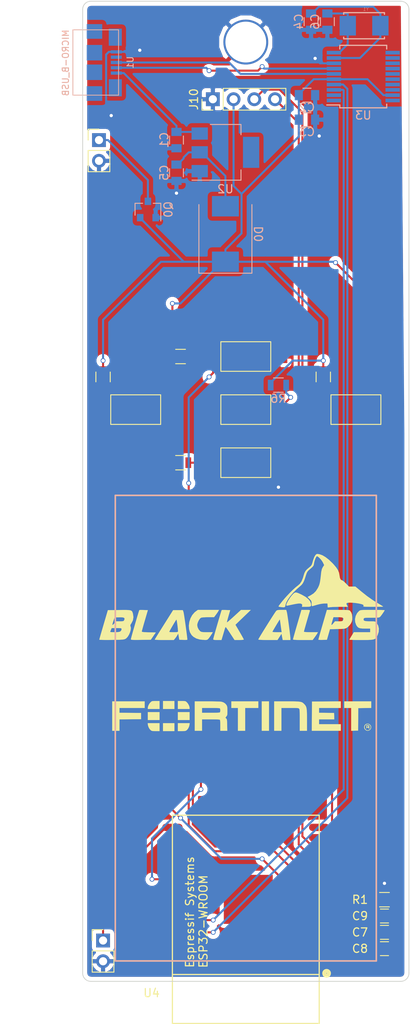
<source format=kicad_pcb>
(kicad_pcb (version 20171130) (host pcbnew 5.0.0)

  (general
    (thickness 1.6)
    (drawings 14)
    (tracks 218)
    (zones 0)
    (modules 33)
    (nets 21)
  )

  (page A4)
  (layers
    (0 F.Cu signal)
    (31 B.Cu signal)
    (32 B.Adhes user)
    (33 F.Adhes user)
    (34 B.Paste user)
    (35 F.Paste user)
    (36 B.SilkS user)
    (37 F.SilkS user)
    (38 B.Mask user)
    (39 F.Mask user)
    (40 Dwgs.User user)
    (41 Cmts.User user)
    (42 Eco1.User user)
    (43 Eco2.User user)
    (44 Edge.Cuts user)
    (45 Margin user)
    (46 B.CrtYd user)
    (47 F.CrtYd user)
    (48 B.Fab user hide)
    (49 F.Fab user hide)
  )

  (setup
    (last_trace_width 0.25)
    (trace_clearance 0.2)
    (zone_clearance 0.508)
    (zone_45_only no)
    (trace_min 0.2)
    (segment_width 0.2)
    (edge_width 0.1)
    (via_size 0.6)
    (via_drill 0.4)
    (via_min_size 0.4)
    (via_min_drill 0.3)
    (uvia_size 0.3)
    (uvia_drill 0.1)
    (uvias_allowed no)
    (uvia_min_size 0.2)
    (uvia_min_drill 0.1)
    (pcb_text_width 0.3)
    (pcb_text_size 1.5 1.5)
    (mod_edge_width 0.15)
    (mod_text_size 1 1)
    (mod_text_width 0.15)
    (pad_size 5.5 5.5)
    (pad_drill 5)
    (pad_to_mask_clearance 0)
    (aux_axis_origin 0 0)
    (visible_elements FFFFFF7F)
    (pcbplotparams
      (layerselection 0x010fc_ffffffff)
      (usegerberextensions false)
      (usegerberattributes false)
      (usegerberadvancedattributes false)
      (creategerberjobfile false)
      (excludeedgelayer true)
      (linewidth 1.000000)
      (plotframeref false)
      (viasonmask false)
      (mode 1)
      (useauxorigin false)
      (hpglpennumber 1)
      (hpglpenspeed 20)
      (hpglpendiameter 15.000000)
      (psnegative false)
      (psa4output false)
      (plotreference true)
      (plotvalue true)
      (plotinvisibletext false)
      (padsonsilk false)
      (subtractmaskfromsilk false)
      (outputformat 1)
      (mirror false)
      (drillshape 0)
      (scaleselection 1)
      (outputdirectory ""))
  )

  (net 0 "")
  (net 1 GND)
  (net 2 +5V)
  (net 3 +3V3)
  (net 4 "Net-(C4-Pad1)")
  (net 5 "Net-(C6-Pad1)")
  (net 6 "Net-(C9-Pad2)")
  (net 7 "Net-(J10-Pad3)")
  (net 8 "Net-(J10-Pad4)")
  (net 9 "Net-(U1-Pad2)")
  (net 10 "Net-(U1-Pad3)")
  (net 11 TX)
  (net 12 RX)
  (net 13 "Net-(R2-Pad1)")
  (net 14 "Net-(R3-Pad1)")
  (net 15 "Net-(R4-Pad2)")
  (net 16 "Net-(R5-Pad1)")
  (net 17 "Net-(R6-Pad2)")
  (net 18 "Net-(J9-Pad1)")
  (net 19 "Net-(D0-Pad2)")
  (net 20 "Net-(J1-Pad1)")

  (net_class Default "This is the default net class."
    (clearance 0.2)
    (trace_width 0.25)
    (via_dia 0.6)
    (via_drill 0.4)
    (uvia_dia 0.3)
    (uvia_drill 0.1)
    (add_net +3V3)
    (add_net +5V)
    (add_net GND)
    (add_net "Net-(C4-Pad1)")
    (add_net "Net-(C6-Pad1)")
    (add_net "Net-(C9-Pad2)")
    (add_net "Net-(D0-Pad2)")
    (add_net "Net-(J1-Pad1)")
    (add_net "Net-(J10-Pad3)")
    (add_net "Net-(J10-Pad4)")
    (add_net "Net-(J9-Pad1)")
    (add_net "Net-(R2-Pad1)")
    (add_net "Net-(R3-Pad1)")
    (add_net "Net-(R4-Pad2)")
    (add_net "Net-(R5-Pad1)")
    (add_net "Net-(R6-Pad2)")
    (add_net "Net-(U1-Pad2)")
    (add_net "Net-(U1-Pad3)")
    (add_net RX)
    (add_net TX)
  )

  (module Capacitors_SMD:C_0805 (layer B.Cu) (tedit 58AA8463) (tstamp 5B3EC32E)
    (at 101.5 77 270)
    (descr "Capacitor SMD 0805, reflow soldering, AVX (see smccp.pdf)")
    (tags "capacitor 0805")
    (path /590F986C)
    (attr smd)
    (fp_text reference C1 (at 0 1.5 270) (layer B.SilkS)
      (effects (font (size 1 1) (thickness 0.15)) (justify mirror))
    )
    (fp_text value 4.7uF (at 0 -1.75 270) (layer B.Fab)
      (effects (font (size 1 1) (thickness 0.15)) (justify mirror))
    )
    (fp_text user %R (at 0 1.5 270) (layer B.Fab)
      (effects (font (size 1 1) (thickness 0.15)) (justify mirror))
    )
    (fp_line (start -1 -0.62) (end -1 0.62) (layer B.Fab) (width 0.1))
    (fp_line (start 1 -0.62) (end -1 -0.62) (layer B.Fab) (width 0.1))
    (fp_line (start 1 0.62) (end 1 -0.62) (layer B.Fab) (width 0.1))
    (fp_line (start -1 0.62) (end 1 0.62) (layer B.Fab) (width 0.1))
    (fp_line (start 0.5 0.85) (end -0.5 0.85) (layer B.SilkS) (width 0.12))
    (fp_line (start -0.5 -0.85) (end 0.5 -0.85) (layer B.SilkS) (width 0.12))
    (fp_line (start -1.75 0.88) (end 1.75 0.88) (layer B.CrtYd) (width 0.05))
    (fp_line (start -1.75 0.88) (end -1.75 -0.87) (layer B.CrtYd) (width 0.05))
    (fp_line (start 1.75 -0.87) (end 1.75 0.88) (layer B.CrtYd) (width 0.05))
    (fp_line (start 1.75 -0.87) (end -1.75 -0.87) (layer B.CrtYd) (width 0.05))
    (pad 1 smd rect (at -1 0 270) (size 1 1.25) (layers B.Cu B.Paste B.Mask))
    (pad 2 smd rect (at 1 0 270) (size 1 1.25) (layers B.Cu B.Paste B.Mask)
      (net 1 GND))
    (model Capacitors_SMD.3dshapes/C_0805.wrl
      (at (xyz 0 0 0))
      (scale (xyz 1 1 1))
      (rotate (xyz 0 0 0))
    )
  )

  (module Capacitors_SMD:C_0805 (layer B.Cu) (tedit 58AA8463) (tstamp 5B3EC33F)
    (at 117.5 71.5)
    (descr "Capacitor SMD 0805, reflow soldering, AVX (see smccp.pdf)")
    (tags "capacitor 0805")
    (path /590FABE6)
    (attr smd)
    (fp_text reference C2 (at 0 1.5) (layer B.SilkS)
      (effects (font (size 1 1) (thickness 0.15)) (justify mirror))
    )
    (fp_text value 22u (at 0 -1.75) (layer B.Fab)
      (effects (font (size 1 1) (thickness 0.15)) (justify mirror))
    )
    (fp_text user %R (at 0 1.5) (layer B.Fab)
      (effects (font (size 1 1) (thickness 0.15)) (justify mirror))
    )
    (fp_line (start -1 -0.62) (end -1 0.62) (layer B.Fab) (width 0.1))
    (fp_line (start 1 -0.62) (end -1 -0.62) (layer B.Fab) (width 0.1))
    (fp_line (start 1 0.62) (end 1 -0.62) (layer B.Fab) (width 0.1))
    (fp_line (start -1 0.62) (end 1 0.62) (layer B.Fab) (width 0.1))
    (fp_line (start 0.5 0.85) (end -0.5 0.85) (layer B.SilkS) (width 0.12))
    (fp_line (start -0.5 -0.85) (end 0.5 -0.85) (layer B.SilkS) (width 0.12))
    (fp_line (start -1.75 0.88) (end 1.75 0.88) (layer B.CrtYd) (width 0.05))
    (fp_line (start -1.75 0.88) (end -1.75 -0.87) (layer B.CrtYd) (width 0.05))
    (fp_line (start 1.75 -0.87) (end 1.75 0.88) (layer B.CrtYd) (width 0.05))
    (fp_line (start 1.75 -0.87) (end -1.75 -0.87) (layer B.CrtYd) (width 0.05))
    (pad 1 smd rect (at -1 0) (size 1 1.25) (layers B.Cu B.Paste B.Mask))
    (pad 2 smd rect (at 1 0) (size 1 1.25) (layers B.Cu B.Paste B.Mask)
      (net 1 GND))
    (model Capacitors_SMD.3dshapes/C_0805.wrl
      (at (xyz 0 0 0))
      (scale (xyz 1 1 1))
      (rotate (xyz 0 0 0))
    )
  )

  (module Capacitors_SMD:C_0805 (layer B.Cu) (tedit 58AA8463) (tstamp 5B3EC350)
    (at 117.5 74.5)
    (descr "Capacitor SMD 0805, reflow soldering, AVX (see smccp.pdf)")
    (tags "capacitor 0805")
    (path /590FAC8C)
    (attr smd)
    (fp_text reference C3 (at 0 1.5) (layer B.SilkS)
      (effects (font (size 1 1) (thickness 0.15)) (justify mirror))
    )
    (fp_text value 0.1u (at 0 -1.75) (layer B.Fab)
      (effects (font (size 1 1) (thickness 0.15)) (justify mirror))
    )
    (fp_text user %R (at 0 1.5) (layer B.Fab)
      (effects (font (size 1 1) (thickness 0.15)) (justify mirror))
    )
    (fp_line (start -1 -0.62) (end -1 0.62) (layer B.Fab) (width 0.1))
    (fp_line (start 1 -0.62) (end -1 -0.62) (layer B.Fab) (width 0.1))
    (fp_line (start 1 0.62) (end 1 -0.62) (layer B.Fab) (width 0.1))
    (fp_line (start -1 0.62) (end 1 0.62) (layer B.Fab) (width 0.1))
    (fp_line (start 0.5 0.85) (end -0.5 0.85) (layer B.SilkS) (width 0.12))
    (fp_line (start -0.5 -0.85) (end 0.5 -0.85) (layer B.SilkS) (width 0.12))
    (fp_line (start -1.75 0.88) (end 1.75 0.88) (layer B.CrtYd) (width 0.05))
    (fp_line (start -1.75 0.88) (end -1.75 -0.87) (layer B.CrtYd) (width 0.05))
    (fp_line (start 1.75 -0.87) (end 1.75 0.88) (layer B.CrtYd) (width 0.05))
    (fp_line (start 1.75 -0.87) (end -1.75 -0.87) (layer B.CrtYd) (width 0.05))
    (pad 1 smd rect (at -1 0) (size 1 1.25) (layers B.Cu B.Paste B.Mask))
    (pad 2 smd rect (at 1 0) (size 1 1.25) (layers B.Cu B.Paste B.Mask)
      (net 1 GND))
    (model Capacitors_SMD.3dshapes/C_0805.wrl
      (at (xyz 0 0 0))
      (scale (xyz 1 1 1))
      (rotate (xyz 0 0 0))
    )
  )

  (module Capacitors_SMD:C_0805 (layer B.Cu) (tedit 58AA8463) (tstamp 5B3EC361)
    (at 118 62.5 270)
    (descr "Capacitor SMD 0805, reflow soldering, AVX (see smccp.pdf)")
    (tags "capacitor 0805")
    (path /590FAD98)
    (attr smd)
    (fp_text reference C4 (at 0 1.5 270) (layer B.SilkS)
      (effects (font (size 1 1) (thickness 0.15)) (justify mirror))
    )
    (fp_text value 22p (at 0 -1.75 270) (layer B.Fab)
      (effects (font (size 1 1) (thickness 0.15)) (justify mirror))
    )
    (fp_text user %R (at 0 1.5 270) (layer B.Fab)
      (effects (font (size 1 1) (thickness 0.15)) (justify mirror))
    )
    (fp_line (start -1 -0.62) (end -1 0.62) (layer B.Fab) (width 0.1))
    (fp_line (start 1 -0.62) (end -1 -0.62) (layer B.Fab) (width 0.1))
    (fp_line (start 1 0.62) (end 1 -0.62) (layer B.Fab) (width 0.1))
    (fp_line (start -1 0.62) (end 1 0.62) (layer B.Fab) (width 0.1))
    (fp_line (start 0.5 0.85) (end -0.5 0.85) (layer B.SilkS) (width 0.12))
    (fp_line (start -0.5 -0.85) (end 0.5 -0.85) (layer B.SilkS) (width 0.12))
    (fp_line (start -1.75 0.88) (end 1.75 0.88) (layer B.CrtYd) (width 0.05))
    (fp_line (start -1.75 0.88) (end -1.75 -0.87) (layer B.CrtYd) (width 0.05))
    (fp_line (start 1.75 -0.87) (end 1.75 0.88) (layer B.CrtYd) (width 0.05))
    (fp_line (start 1.75 -0.87) (end -1.75 -0.87) (layer B.CrtYd) (width 0.05))
    (pad 1 smd rect (at -1 0 270) (size 1 1.25) (layers B.Cu B.Paste B.Mask)
      (net 4 "Net-(C4-Pad1)"))
    (pad 2 smd rect (at 1 0 270) (size 1 1.25) (layers B.Cu B.Paste B.Mask)
      (net 1 GND))
    (model Capacitors_SMD.3dshapes/C_0805.wrl
      (at (xyz 0 0 0))
      (scale (xyz 1 1 1))
      (rotate (xyz 0 0 0))
    )
  )

  (module Capacitors_SMD:C_0805 (layer B.Cu) (tedit 58AA8463) (tstamp 5B3EC372)
    (at 101.5 81 270)
    (descr "Capacitor SMD 0805, reflow soldering, AVX (see smccp.pdf)")
    (tags "capacitor 0805")
    (path /590F964A)
    (attr smd)
    (fp_text reference C5 (at 0 1.5 270) (layer B.SilkS)
      (effects (font (size 1 1) (thickness 0.15)) (justify mirror))
    )
    (fp_text value 4.7uF (at 0 -1.75 270) (layer B.Fab)
      (effects (font (size 1 1) (thickness 0.15)) (justify mirror))
    )
    (fp_text user %R (at 0 1.5 270) (layer B.Fab)
      (effects (font (size 1 1) (thickness 0.15)) (justify mirror))
    )
    (fp_line (start -1 -0.62) (end -1 0.62) (layer B.Fab) (width 0.1))
    (fp_line (start 1 -0.62) (end -1 -0.62) (layer B.Fab) (width 0.1))
    (fp_line (start 1 0.62) (end 1 -0.62) (layer B.Fab) (width 0.1))
    (fp_line (start -1 0.62) (end 1 0.62) (layer B.Fab) (width 0.1))
    (fp_line (start 0.5 0.85) (end -0.5 0.85) (layer B.SilkS) (width 0.12))
    (fp_line (start -0.5 -0.85) (end 0.5 -0.85) (layer B.SilkS) (width 0.12))
    (fp_line (start -1.75 0.88) (end 1.75 0.88) (layer B.CrtYd) (width 0.05))
    (fp_line (start -1.75 0.88) (end -1.75 -0.87) (layer B.CrtYd) (width 0.05))
    (fp_line (start 1.75 -0.87) (end 1.75 0.88) (layer B.CrtYd) (width 0.05))
    (fp_line (start 1.75 -0.87) (end -1.75 -0.87) (layer B.CrtYd) (width 0.05))
    (pad 1 smd rect (at -1 0 270) (size 1 1.25) (layers B.Cu B.Paste B.Mask))
    (pad 2 smd rect (at 1 0 270) (size 1 1.25) (layers B.Cu B.Paste B.Mask)
      (net 1 GND))
    (model Capacitors_SMD.3dshapes/C_0805.wrl
      (at (xyz 0 0 0))
      (scale (xyz 1 1 1))
      (rotate (xyz 0 0 0))
    )
  )

  (module Capacitors_SMD:C_0805 (layer B.Cu) (tedit 58AA8463) (tstamp 5B3EC383)
    (at 120 62.5 270)
    (descr "Capacitor SMD 0805, reflow soldering, AVX (see smccp.pdf)")
    (tags "capacitor 0805")
    (path /590FAE57)
    (attr smd)
    (fp_text reference C6 (at 0 1.5 270) (layer B.SilkS)
      (effects (font (size 1 1) (thickness 0.15)) (justify mirror))
    )
    (fp_text value 22p (at 0 -1.75 270) (layer B.Fab)
      (effects (font (size 1 1) (thickness 0.15)) (justify mirror))
    )
    (fp_text user %R (at 0 1.5 270) (layer B.Fab)
      (effects (font (size 1 1) (thickness 0.15)) (justify mirror))
    )
    (fp_line (start -1 -0.62) (end -1 0.62) (layer B.Fab) (width 0.1))
    (fp_line (start 1 -0.62) (end -1 -0.62) (layer B.Fab) (width 0.1))
    (fp_line (start 1 0.62) (end 1 -0.62) (layer B.Fab) (width 0.1))
    (fp_line (start -1 0.62) (end 1 0.62) (layer B.Fab) (width 0.1))
    (fp_line (start 0.5 0.85) (end -0.5 0.85) (layer B.SilkS) (width 0.12))
    (fp_line (start -0.5 -0.85) (end 0.5 -0.85) (layer B.SilkS) (width 0.12))
    (fp_line (start -1.75 0.88) (end 1.75 0.88) (layer B.CrtYd) (width 0.05))
    (fp_line (start -1.75 0.88) (end -1.75 -0.87) (layer B.CrtYd) (width 0.05))
    (fp_line (start 1.75 -0.87) (end 1.75 0.88) (layer B.CrtYd) (width 0.05))
    (fp_line (start 1.75 -0.87) (end -1.75 -0.87) (layer B.CrtYd) (width 0.05))
    (pad 1 smd rect (at -1 0 270) (size 1 1.25) (layers B.Cu B.Paste B.Mask)
      (net 5 "Net-(C6-Pad1)"))
    (pad 2 smd rect (at 1 0 270) (size 1 1.25) (layers B.Cu B.Paste B.Mask)
      (net 1 GND))
    (model Capacitors_SMD.3dshapes/C_0805.wrl
      (at (xyz 0 0 0))
      (scale (xyz 1 1 1))
      (rotate (xyz 0 0 0))
    )
  )

  (module Capacitors_SMD:C_0805 (layer F.Cu) (tedit 58AA8463) (tstamp 5B3EC394)
    (at 127 174 180)
    (descr "Capacitor SMD 0805, reflow soldering, AVX (see smccp.pdf)")
    (tags "capacitor 0805")
    (path /5910587E)
    (attr smd)
    (fp_text reference C7 (at 3 0 180) (layer F.SilkS)
      (effects (font (size 1 1) (thickness 0.15)))
    )
    (fp_text value 0.1u (at 0 1.75 180) (layer F.Fab)
      (effects (font (size 1 1) (thickness 0.15)))
    )
    (fp_text user %R (at 0 -1.5 180) (layer F.Fab)
      (effects (font (size 1 1) (thickness 0.15)))
    )
    (fp_line (start -1 0.62) (end -1 -0.62) (layer F.Fab) (width 0.1))
    (fp_line (start 1 0.62) (end -1 0.62) (layer F.Fab) (width 0.1))
    (fp_line (start 1 -0.62) (end 1 0.62) (layer F.Fab) (width 0.1))
    (fp_line (start -1 -0.62) (end 1 -0.62) (layer F.Fab) (width 0.1))
    (fp_line (start 0.5 -0.85) (end -0.5 -0.85) (layer F.SilkS) (width 0.12))
    (fp_line (start -0.5 0.85) (end 0.5 0.85) (layer F.SilkS) (width 0.12))
    (fp_line (start -1.75 -0.88) (end 1.75 -0.88) (layer F.CrtYd) (width 0.05))
    (fp_line (start -1.75 -0.88) (end -1.75 0.87) (layer F.CrtYd) (width 0.05))
    (fp_line (start 1.75 0.87) (end 1.75 -0.88) (layer F.CrtYd) (width 0.05))
    (fp_line (start 1.75 0.87) (end -1.75 0.87) (layer F.CrtYd) (width 0.05))
    (pad 1 smd rect (at -1 0 180) (size 1 1.25) (layers F.Cu F.Paste F.Mask))
    (pad 2 smd rect (at 1 0 180) (size 1 1.25) (layers F.Cu F.Paste F.Mask))
    (model Capacitors_SMD.3dshapes/C_0805.wrl
      (at (xyz 0 0 0))
      (scale (xyz 1 1 1))
      (rotate (xyz 0 0 0))
    )
  )

  (module Capacitors_SMD:C_0805 (layer F.Cu) (tedit 58AA8463) (tstamp 5B3EC3A5)
    (at 127 176 180)
    (descr "Capacitor SMD 0805, reflow soldering, AVX (see smccp.pdf)")
    (tags "capacitor 0805")
    (path /59105905)
    (attr smd)
    (fp_text reference C8 (at 3 0 180) (layer F.SilkS)
      (effects (font (size 1 1) (thickness 0.15)))
    )
    (fp_text value 10u (at 0 1.75 180) (layer F.Fab)
      (effects (font (size 1 1) (thickness 0.15)))
    )
    (fp_text user %R (at 0 -1.5 180) (layer F.Fab)
      (effects (font (size 1 1) (thickness 0.15)))
    )
    (fp_line (start -1 0.62) (end -1 -0.62) (layer F.Fab) (width 0.1))
    (fp_line (start 1 0.62) (end -1 0.62) (layer F.Fab) (width 0.1))
    (fp_line (start 1 -0.62) (end 1 0.62) (layer F.Fab) (width 0.1))
    (fp_line (start -1 -0.62) (end 1 -0.62) (layer F.Fab) (width 0.1))
    (fp_line (start 0.5 -0.85) (end -0.5 -0.85) (layer F.SilkS) (width 0.12))
    (fp_line (start -0.5 0.85) (end 0.5 0.85) (layer F.SilkS) (width 0.12))
    (fp_line (start -1.75 -0.88) (end 1.75 -0.88) (layer F.CrtYd) (width 0.05))
    (fp_line (start -1.75 -0.88) (end -1.75 0.87) (layer F.CrtYd) (width 0.05))
    (fp_line (start 1.75 0.87) (end 1.75 -0.88) (layer F.CrtYd) (width 0.05))
    (fp_line (start 1.75 0.87) (end -1.75 0.87) (layer F.CrtYd) (width 0.05))
    (pad 1 smd rect (at -1 0 180) (size 1 1.25) (layers F.Cu F.Paste F.Mask))
    (pad 2 smd rect (at 1 0 180) (size 1 1.25) (layers F.Cu F.Paste F.Mask)
      (net 1 GND))
    (model Capacitors_SMD.3dshapes/C_0805.wrl
      (at (xyz 0 0 0))
      (scale (xyz 1 1 1))
      (rotate (xyz 0 0 0))
    )
  )

  (module Capacitors_SMD:C_0805 (layer F.Cu) (tedit 58AA8463) (tstamp 5B3EC3B6)
    (at 127 172 180)
    (descr "Capacitor SMD 0805, reflow soldering, AVX (see smccp.pdf)")
    (tags "capacitor 0805")
    (path /591064E9)
    (attr smd)
    (fp_text reference C9 (at 3 0 180) (layer F.SilkS)
      (effects (font (size 1 1) (thickness 0.15)))
    )
    (fp_text value 0.1u (at 0 1.75 180) (layer F.Fab)
      (effects (font (size 1 1) (thickness 0.15)))
    )
    (fp_text user %R (at 0 -1.5 180) (layer F.Fab)
      (effects (font (size 1 1) (thickness 0.15)))
    )
    (fp_line (start -1 0.62) (end -1 -0.62) (layer F.Fab) (width 0.1))
    (fp_line (start 1 0.62) (end -1 0.62) (layer F.Fab) (width 0.1))
    (fp_line (start 1 -0.62) (end 1 0.62) (layer F.Fab) (width 0.1))
    (fp_line (start -1 -0.62) (end 1 -0.62) (layer F.Fab) (width 0.1))
    (fp_line (start 0.5 -0.85) (end -0.5 -0.85) (layer F.SilkS) (width 0.12))
    (fp_line (start -0.5 0.85) (end 0.5 0.85) (layer F.SilkS) (width 0.12))
    (fp_line (start -1.75 -0.88) (end 1.75 -0.88) (layer F.CrtYd) (width 0.05))
    (fp_line (start -1.75 -0.88) (end -1.75 0.87) (layer F.CrtYd) (width 0.05))
    (fp_line (start 1.75 0.87) (end 1.75 -0.88) (layer F.CrtYd) (width 0.05))
    (fp_line (start 1.75 0.87) (end -1.75 0.87) (layer F.CrtYd) (width 0.05))
    (pad 1 smd rect (at -1 0 180) (size 1 1.25) (layers F.Cu F.Paste F.Mask)
      (net 1 GND))
    (pad 2 smd rect (at 1 0 180) (size 1 1.25) (layers F.Cu F.Paste F.Mask)
      (net 6 "Net-(C9-Pad2)"))
    (model Capacitors_SMD.3dshapes/C_0805.wrl
      (at (xyz 0 0 0))
      (scale (xyz 1 1 1))
      (rotate (xyz 0 0 0))
    )
  )

  (module Diodes_SMD:D_SMC (layer B.Cu) (tedit 5864295D) (tstamp 5B3EC3CE)
    (at 107.5 88.5 90)
    (descr "Diode SMC (DO-214AB)")
    (tags "Diode SMC (DO-214AB)")
    (path /59837397)
    (attr smd)
    (fp_text reference D0 (at 0 4.1 90) (layer B.SilkS)
      (effects (font (size 1 1) (thickness 0.15)) (justify mirror))
    )
    (fp_text value MBRS340 (at 0 -4.2 90) (layer B.Fab)
      (effects (font (size 1 1) (thickness 0.15)) (justify mirror))
    )
    (fp_text user %R (at 0 1.9 90) (layer B.Fab)
      (effects (font (size 1 1) (thickness 0.15)) (justify mirror))
    )
    (fp_line (start -4.8 -3.25) (end -4.8 3.25) (layer B.SilkS) (width 0.12))
    (fp_line (start 3.55 -3.1) (end -3.55 -3.1) (layer B.Fab) (width 0.1))
    (fp_line (start -3.55 -3.1) (end -3.55 3.1) (layer B.Fab) (width 0.1))
    (fp_line (start 3.55 3.1) (end 3.55 -3.1) (layer B.Fab) (width 0.1))
    (fp_line (start 3.55 3.1) (end -3.55 3.1) (layer B.Fab) (width 0.1))
    (fp_line (start -4.9 3.35) (end 4.9 3.35) (layer B.CrtYd) (width 0.05))
    (fp_line (start 4.9 3.35) (end 4.9 -3.35) (layer B.CrtYd) (width 0.05))
    (fp_line (start 4.9 -3.35) (end -4.9 -3.35) (layer B.CrtYd) (width 0.05))
    (fp_line (start -4.9 -3.35) (end -4.9 3.35) (layer B.CrtYd) (width 0.05))
    (fp_line (start -0.64944 -0.00102) (end -1.55114 -0.00102) (layer B.Fab) (width 0.1))
    (fp_line (start 0.50118 -0.00102) (end 1.4994 -0.00102) (layer B.Fab) (width 0.1))
    (fp_line (start -0.64944 0.79908) (end -0.64944 -0.80112) (layer B.Fab) (width 0.1))
    (fp_line (start 0.50118 -0.75032) (end 0.50118 0.79908) (layer B.Fab) (width 0.1))
    (fp_line (start -0.64944 -0.00102) (end 0.50118 -0.75032) (layer B.Fab) (width 0.1))
    (fp_line (start -0.64944 -0.00102) (end 0.50118 0.79908) (layer B.Fab) (width 0.1))
    (fp_line (start -4.8 -3.25) (end 3.6 -3.25) (layer B.SilkS) (width 0.12))
    (fp_line (start -4.8 3.25) (end 3.6 3.25) (layer B.SilkS) (width 0.12))
    (pad 1 smd rect (at -3.4 0) (size 3.3 2.5) (layers B.Cu B.Paste B.Mask)
      (net 3 +3V3))
    (pad 2 smd rect (at 3.4 0) (size 3.3 2.5) (layers B.Cu B.Paste B.Mask)
      (net 19 "Net-(D0-Pad2)"))
    (model ${KISYS3DMOD}/Diodes_SMD.3dshapes/D_SMC.wrl
      (at (xyz 0 0 0))
      (scale (xyz 1 1 1))
      (rotate (xyz 0 0 0))
    )
  )

  (module Pin_Headers:Pin_Header_Straight_1x04_Pitch2.54mm (layer F.Cu) (tedit 59650532) (tstamp 5B3EC3E6)
    (at 105.96 72 90)
    (descr "Through hole straight pin header, 1x04, 2.54mm pitch, single row")
    (tags "Through hole pin header THT 1x04 2.54mm single row")
    (path /5B32053A)
    (fp_text reference J10 (at 0 -2.33 90) (layer F.SilkS)
      (effects (font (size 1 1) (thickness 0.15)))
    )
    (fp_text value DISP (at 0 9.95 90) (layer F.Fab)
      (effects (font (size 1 1) (thickness 0.15)))
    )
    (fp_line (start -0.635 -1.27) (end 1.27 -1.27) (layer F.Fab) (width 0.1))
    (fp_line (start 1.27 -1.27) (end 1.27 8.89) (layer F.Fab) (width 0.1))
    (fp_line (start 1.27 8.89) (end -1.27 8.89) (layer F.Fab) (width 0.1))
    (fp_line (start -1.27 8.89) (end -1.27 -0.635) (layer F.Fab) (width 0.1))
    (fp_line (start -1.27 -0.635) (end -0.635 -1.27) (layer F.Fab) (width 0.1))
    (fp_line (start -1.33 8.95) (end 1.33 8.95) (layer F.SilkS) (width 0.12))
    (fp_line (start -1.33 1.27) (end -1.33 8.95) (layer F.SilkS) (width 0.12))
    (fp_line (start 1.33 1.27) (end 1.33 8.95) (layer F.SilkS) (width 0.12))
    (fp_line (start -1.33 1.27) (end 1.33 1.27) (layer F.SilkS) (width 0.12))
    (fp_line (start -1.33 0) (end -1.33 -1.33) (layer F.SilkS) (width 0.12))
    (fp_line (start -1.33 -1.33) (end 0 -1.33) (layer F.SilkS) (width 0.12))
    (fp_line (start -1.8 -1.8) (end -1.8 9.4) (layer F.CrtYd) (width 0.05))
    (fp_line (start -1.8 9.4) (end 1.8 9.4) (layer F.CrtYd) (width 0.05))
    (fp_line (start 1.8 9.4) (end 1.8 -1.8) (layer F.CrtYd) (width 0.05))
    (fp_line (start 1.8 -1.8) (end -1.8 -1.8) (layer F.CrtYd) (width 0.05))
    (fp_text user %R (at 0 3.81 180) (layer F.Fab)
      (effects (font (size 1 1) (thickness 0.15)))
    )
    (pad 1 thru_hole rect (at 0 0 90) (size 1.7 1.7) (drill 1) (layers *.Cu *.Mask)
      (net 1 GND))
    (pad 2 thru_hole oval (at 0 2.54 90) (size 1.7 1.7) (drill 1) (layers *.Cu *.Mask)
      (net 3 +3V3))
    (pad 3 thru_hole oval (at 0 5.08 90) (size 1.7 1.7) (drill 1) (layers *.Cu *.Mask)
      (net 7 "Net-(J10-Pad3)"))
    (pad 4 thru_hole oval (at 0 7.62 90) (size 1.7 1.7) (drill 1) (layers *.Cu *.Mask)
      (net 8 "Net-(J10-Pad4)"))
    (model ${KISYS3DMOD}/Pin_Headers.3dshapes/Pin_Header_Straight_1x04_Pitch2.54mm.wrl
      (at (xyz 0 0 0))
      (scale (xyz 1 1 1))
      (rotate (xyz 0 0 0))
    )
  )

  (module Connectors:1pin (layer F.Cu) (tedit 5B3EE1A1) (tstamp 5B3EC3EE)
    (at 110 65)
    (descr "module 1 pin (ou trou mecanique de percage)")
    (tags DEV)
    (path /5B32A4F1)
    (fp_text reference J99 (at 0 -3.048) (layer Eco1.User)
      (effects (font (size 1 1) (thickness 0.15)))
    )
    (fp_text value Conn_01x01 (at 0 3) (layer F.Fab)
      (effects (font (size 1 1) (thickness 0.15)))
    )
    (fp_circle (center 0 0) (end 2 0.8) (layer F.Fab) (width 0.1))
    (fp_circle (center 0 0) (end 2.6 0) (layer F.CrtYd) (width 0.05))
    (fp_circle (center 0 0) (end 0 -2.286) (layer F.SilkS) (width 0.12))
    (pad 1 thru_hole circle (at 0 0) (size 5.5 5.5) (drill 5) (layers *.Cu *.Mask)
      (net 1 GND))
  )

  (module kicadlibrary:SOT-23 (layer B.Cu) (tedit 58CE4E7E) (tstamp 5B3EC403)
    (at 98 85.5 90)
    (descr "SOT-23, Standard")
    (tags SOT-23)
    (path /598371B3)
    (attr smd)
    (fp_text reference Q0 (at 0 2.5 90) (layer B.SilkS)
      (effects (font (size 1 1) (thickness 0.15)) (justify mirror))
    )
    (fp_text value IRLML6402 (at 0 -2.5 90) (layer B.Fab)
      (effects (font (size 1 1) (thickness 0.15)) (justify mirror))
    )
    (fp_text user %R (at 0 0) (layer B.Fab)
      (effects (font (size 0.5 0.5) (thickness 0.075)) (justify mirror))
    )
    (fp_line (start -0.7 0.95) (end -0.7 -1.5) (layer B.Fab) (width 0.1))
    (fp_line (start -0.15 1.52) (end 0.7 1.52) (layer B.Fab) (width 0.1))
    (fp_line (start -0.7 0.95) (end -0.15 1.52) (layer B.Fab) (width 0.1))
    (fp_line (start 0.7 1.52) (end 0.7 -1.52) (layer B.Fab) (width 0.1))
    (fp_line (start -0.7 -1.52) (end 0.7 -1.52) (layer B.Fab) (width 0.1))
    (fp_line (start 0.76 -1.58) (end 0.76 -0.65) (layer B.SilkS) (width 0.12))
    (fp_line (start 0.76 1.58) (end 0.76 0.65) (layer B.SilkS) (width 0.12))
    (fp_line (start -1.7 1.75) (end 1.7 1.75) (layer B.CrtYd) (width 0.05))
    (fp_line (start 1.7 1.75) (end 1.7 -1.75) (layer B.CrtYd) (width 0.05))
    (fp_line (start 1.7 -1.75) (end -1.7 -1.75) (layer B.CrtYd) (width 0.05))
    (fp_line (start -1.7 -1.75) (end -1.7 1.75) (layer B.CrtYd) (width 0.05))
    (fp_line (start 0.76 1.58) (end -1.4 1.58) (layer B.SilkS) (width 0.12))
    (fp_line (start 0.76 -1.58) (end -0.7 -1.58) (layer B.SilkS) (width 0.12))
    (pad 1 smd rect (at -1 0.95 90) (size 0.9 0.8) (layers B.Cu B.Paste B.Mask)
      (net 1 GND))
    (pad 2 smd rect (at -1 -0.95 90) (size 0.9 0.8) (layers B.Cu B.Paste B.Mask)
      (net 3 +3V3))
    (pad 3 smd rect (at 1 0 90) (size 0.9 0.8) (layers B.Cu B.Paste B.Mask)
      (net 20 "Net-(J1-Pad1)"))
    (model ${KISYS3DMOD}/TO_SOT_Packages_SMD.3dshapes/SOT-23.wrl
      (at (xyz 0 0 0))
      (scale (xyz 1 1 1))
      (rotate (xyz 0 0 0))
    )
  )

  (module Resistors_SMD:R_0805 (layer F.Cu) (tedit 58E0A804) (tstamp 5B3EC414)
    (at 127 170 180)
    (descr "Resistor SMD 0805, reflow soldering, Vishay (see dcrcw.pdf)")
    (tags "resistor 0805")
    (path /59105785)
    (attr smd)
    (fp_text reference R1 (at 3 0 180) (layer F.SilkS)
      (effects (font (size 1 1) (thickness 0.15)))
    )
    (fp_text value 10K (at 0 1.75 180) (layer F.Fab)
      (effects (font (size 1 1) (thickness 0.15)))
    )
    (fp_text user %R (at 0 0 180) (layer F.Fab)
      (effects (font (size 0.5 0.5) (thickness 0.075)))
    )
    (fp_line (start -1 0.62) (end -1 -0.62) (layer F.Fab) (width 0.1))
    (fp_line (start 1 0.62) (end -1 0.62) (layer F.Fab) (width 0.1))
    (fp_line (start 1 -0.62) (end 1 0.62) (layer F.Fab) (width 0.1))
    (fp_line (start -1 -0.62) (end 1 -0.62) (layer F.Fab) (width 0.1))
    (fp_line (start 0.6 0.88) (end -0.6 0.88) (layer F.SilkS) (width 0.12))
    (fp_line (start -0.6 -0.88) (end 0.6 -0.88) (layer F.SilkS) (width 0.12))
    (fp_line (start -1.55 -0.9) (end 1.55 -0.9) (layer F.CrtYd) (width 0.05))
    (fp_line (start -1.55 -0.9) (end -1.55 0.9) (layer F.CrtYd) (width 0.05))
    (fp_line (start 1.55 0.9) (end 1.55 -0.9) (layer F.CrtYd) (width 0.05))
    (fp_line (start 1.55 0.9) (end -1.55 0.9) (layer F.CrtYd) (width 0.05))
    (pad 1 smd rect (at -0.95 0 180) (size 0.7 1.3) (layers F.Cu F.Paste F.Mask)
      (net 3 +3V3))
    (pad 2 smd rect (at 0.95 0 180) (size 0.7 1.3) (layers F.Cu F.Paste F.Mask)
      (net 6 "Net-(C9-Pad2)"))
    (model ${KISYS3DMOD}/Resistors_SMD.3dshapes/R_0805.wrl
      (at (xyz 0 0 0))
      (scale (xyz 1 1 1))
      (rotate (xyz 0 0 0))
    )
  )

  (module Badge:SW_SPST_FSMSM (layer F.Cu) (tedit 5B3EE17C) (tstamp 5B3EC42F)
    (at 110 116.5)
    (descr http://www.te.com/commerce/DocumentDelivery/DDEController?Action=srchrtrv&DocNm=1437566-3&DocType=Customer+Drawing&DocLang=English)
    (tags "SPST button tactile switch")
    (path /5B3256D0)
    (attr smd)
    (fp_text reference SW1 (at 0 -2.6) (layer Eco1.User)
      (effects (font (size 1 1) (thickness 0.15)))
    )
    (fp_text value UP (at 0 3) (layer F.Fab)
      (effects (font (size 1 1) (thickness 0.15)))
    )
    (fp_text user %R (at 0 -2.6) (layer F.Fab)
      (effects (font (size 1 1) (thickness 0.15)))
    )
    (fp_line (start -1.75 -1) (end 1.75 -1) (layer F.Fab) (width 0.1))
    (fp_line (start 1.75 -1) (end 1.75 1) (layer F.Fab) (width 0.1))
    (fp_line (start 1.75 1) (end -1.75 1) (layer F.Fab) (width 0.1))
    (fp_line (start -1.75 1) (end -1.75 -1) (layer F.Fab) (width 0.1))
    (fp_line (start -3.06 -1.81) (end 3.06 -1.81) (layer F.SilkS) (width 0.12))
    (fp_line (start 3.06 -1.81) (end 3.06 1.81) (layer F.SilkS) (width 0.12))
    (fp_line (start 3.06 1.81) (end -3.06 1.81) (layer F.SilkS) (width 0.12))
    (fp_line (start -3.06 1.81) (end -3.06 -1.81) (layer F.SilkS) (width 0.12))
    (fp_line (start -1.5 0.8) (end 1.5 0.8) (layer F.Fab) (width 0.1))
    (fp_line (start -1.5 -0.8) (end 1.5 -0.8) (layer F.Fab) (width 0.1))
    (fp_line (start 1.5 -0.8) (end 1.5 0.8) (layer F.Fab) (width 0.1))
    (fp_line (start -1.5 -0.8) (end -1.5 0.8) (layer F.Fab) (width 0.1))
    (fp_line (start -5.95 2) (end 5.95 2) (layer F.CrtYd) (width 0.05))
    (fp_line (start 5.95 -2) (end 5.95 2) (layer F.CrtYd) (width 0.05))
    (fp_line (start -3 1.75) (end 3 1.75) (layer F.Fab) (width 0.1))
    (fp_line (start -3 -1.75) (end 3 -1.75) (layer F.Fab) (width 0.1))
    (fp_line (start -3 -1.75) (end -3 1.75) (layer F.Fab) (width 0.1))
    (fp_line (start 3 -1.75) (end 3 1.75) (layer F.Fab) (width 0.1))
    (fp_line (start -5.95 -2) (end -5.95 2) (layer F.CrtYd) (width 0.05))
    (fp_line (start -5.95 -2) (end 5.95 -2) (layer F.CrtYd) (width 0.05))
    (pad 1 smd rect (at -4 0) (size 2.18 1.6) (layers F.Cu F.Paste F.Mask))
    (pad 2 smd rect (at 4 0) (size 2.18 1.6) (layers F.Cu F.Paste F.Mask)
      (net 1 GND))
    (model ${KISYS3DMOD}/Buttons_Switches_SMD.3dshapes/SW_SPST_FSMSM.wrl
      (at (xyz 0 0 0))
      (scale (xyz 1 1 1))
      (rotate (xyz 0 0 0))
    )
  )

  (module Badge:SW_SPST_FSMSM (layer F.Cu) (tedit 5B3EE180) (tstamp 5B5EC540)
    (at 123.5 110)
    (descr http://www.te.com/commerce/DocumentDelivery/DDEController?Action=srchrtrv&DocNm=1437566-3&DocType=Customer+Drawing&DocLang=English)
    (tags "SPST button tactile switch")
    (path /5B326525)
    (attr smd)
    (fp_text reference SW2 (at 0 -2.6) (layer Eco1.User)
      (effects (font (size 1 1) (thickness 0.15)))
    )
    (fp_text value RIGHT (at 0 3) (layer F.Fab)
      (effects (font (size 1 1) (thickness 0.15)))
    )
    (fp_text user %R (at 0 -2.6) (layer F.Fab)
      (effects (font (size 1 1) (thickness 0.15)))
    )
    (fp_line (start -1.75 -1) (end 1.75 -1) (layer F.Fab) (width 0.1))
    (fp_line (start 1.75 -1) (end 1.75 1) (layer F.Fab) (width 0.1))
    (fp_line (start 1.75 1) (end -1.75 1) (layer F.Fab) (width 0.1))
    (fp_line (start -1.75 1) (end -1.75 -1) (layer F.Fab) (width 0.1))
    (fp_line (start -3.06 -1.81) (end 3.06 -1.81) (layer F.SilkS) (width 0.12))
    (fp_line (start 3.06 -1.81) (end 3.06 1.81) (layer F.SilkS) (width 0.12))
    (fp_line (start 3.06 1.81) (end -3.06 1.81) (layer F.SilkS) (width 0.12))
    (fp_line (start -3.06 1.81) (end -3.06 -1.81) (layer F.SilkS) (width 0.12))
    (fp_line (start -1.5 0.8) (end 1.5 0.8) (layer F.Fab) (width 0.1))
    (fp_line (start -1.5 -0.8) (end 1.5 -0.8) (layer F.Fab) (width 0.1))
    (fp_line (start 1.5 -0.8) (end 1.5 0.8) (layer F.Fab) (width 0.1))
    (fp_line (start -1.5 -0.8) (end -1.5 0.8) (layer F.Fab) (width 0.1))
    (fp_line (start -5.95 2) (end 5.95 2) (layer F.CrtYd) (width 0.05))
    (fp_line (start 5.95 -2) (end 5.95 2) (layer F.CrtYd) (width 0.05))
    (fp_line (start -3 1.75) (end 3 1.75) (layer F.Fab) (width 0.1))
    (fp_line (start -3 -1.75) (end 3 -1.75) (layer F.Fab) (width 0.1))
    (fp_line (start -3 -1.75) (end -3 1.75) (layer F.Fab) (width 0.1))
    (fp_line (start 3 -1.75) (end 3 1.75) (layer F.Fab) (width 0.1))
    (fp_line (start -5.95 -2) (end -5.95 2) (layer F.CrtYd) (width 0.05))
    (fp_line (start -5.95 -2) (end 5.95 -2) (layer F.CrtYd) (width 0.05))
    (pad 1 smd rect (at -4 0) (size 2.18 1.6) (layers F.Cu F.Paste F.Mask))
    (pad 2 smd rect (at 4 0) (size 2.18 1.6) (layers F.Cu F.Paste F.Mask)
      (net 1 GND))
    (model ${KISYS3DMOD}/Buttons_Switches_SMD.3dshapes/SW_SPST_FSMSM.wrl
      (at (xyz 0 0 0))
      (scale (xyz 1 1 1))
      (rotate (xyz 0 0 0))
    )
  )

  (module Badge:SW_SPST_FSMSM (layer F.Cu) (tedit 5B3EE165) (tstamp 5B5DAC12)
    (at 96.5 110)
    (descr http://www.te.com/commerce/DocumentDelivery/DDEController?Action=srchrtrv&DocNm=1437566-3&DocType=Customer+Drawing&DocLang=English)
    (tags "SPST button tactile switch")
    (path /5B32649F)
    (attr smd)
    (fp_text reference SW3 (at 0 -2.6) (layer Eco1.User)
      (effects (font (size 1 1) (thickness 0.15)))
    )
    (fp_text value DOWN (at 0 3) (layer F.Fab)
      (effects (font (size 1 1) (thickness 0.15)))
    )
    (fp_text user %R (at 0 -2.6) (layer F.Fab)
      (effects (font (size 1 1) (thickness 0.15)))
    )
    (fp_line (start -1.75 -1) (end 1.75 -1) (layer F.Fab) (width 0.1))
    (fp_line (start 1.75 -1) (end 1.75 1) (layer F.Fab) (width 0.1))
    (fp_line (start 1.75 1) (end -1.75 1) (layer F.Fab) (width 0.1))
    (fp_line (start -1.75 1) (end -1.75 -1) (layer F.Fab) (width 0.1))
    (fp_line (start -3.06 -1.81) (end 3.06 -1.81) (layer F.SilkS) (width 0.12))
    (fp_line (start 3.06 -1.81) (end 3.06 1.81) (layer F.SilkS) (width 0.12))
    (fp_line (start 3.06 1.81) (end -3.06 1.81) (layer F.SilkS) (width 0.12))
    (fp_line (start -3.06 1.81) (end -3.06 -1.81) (layer F.SilkS) (width 0.12))
    (fp_line (start -1.5 0.8) (end 1.5 0.8) (layer F.Fab) (width 0.1))
    (fp_line (start -1.5 -0.8) (end 1.5 -0.8) (layer F.Fab) (width 0.1))
    (fp_line (start 1.5 -0.8) (end 1.5 0.8) (layer F.Fab) (width 0.1))
    (fp_line (start -1.5 -0.8) (end -1.5 0.8) (layer F.Fab) (width 0.1))
    (fp_line (start -5.95 2) (end 5.95 2) (layer F.CrtYd) (width 0.05))
    (fp_line (start 5.95 -2) (end 5.95 2) (layer F.CrtYd) (width 0.05))
    (fp_line (start -3 1.75) (end 3 1.75) (layer F.Fab) (width 0.1))
    (fp_line (start -3 -1.75) (end 3 -1.75) (layer F.Fab) (width 0.1))
    (fp_line (start -3 -1.75) (end -3 1.75) (layer F.Fab) (width 0.1))
    (fp_line (start 3 -1.75) (end 3 1.75) (layer F.Fab) (width 0.1))
    (fp_line (start -5.95 -2) (end -5.95 2) (layer F.CrtYd) (width 0.05))
    (fp_line (start -5.95 -2) (end 5.95 -2) (layer F.CrtYd) (width 0.05))
    (pad 1 smd rect (at -4 0) (size 2.18 1.6) (layers F.Cu F.Paste F.Mask)
      (net 15 "Net-(R4-Pad2)"))
    (pad 2 smd rect (at 4 0) (size 2.18 1.6) (layers F.Cu F.Paste F.Mask)
      (net 1 GND))
    (model ${KISYS3DMOD}/Buttons_Switches_SMD.3dshapes/SW_SPST_FSMSM.wrl
      (at (xyz 0 0 0))
      (scale (xyz 1 1 1))
      (rotate (xyz 0 0 0))
    )
  )

  (module Badge:SW_SPST_FSMSM (layer F.Cu) (tedit 5B3EE174) (tstamp 5B5DA9E1)
    (at 110 103.5)
    (descr http://www.te.com/commerce/DocumentDelivery/DDEController?Action=srchrtrv&DocNm=1437566-3&DocType=Customer+Drawing&DocLang=English)
    (tags "SPST button tactile switch")
    (path /5B32643A)
    (attr smd)
    (fp_text reference SW4 (at 0 -2.6) (layer Eco1.User)
      (effects (font (size 1 1) (thickness 0.15)))
    )
    (fp_text value LEFT (at 0 3) (layer F.Fab)
      (effects (font (size 1 1) (thickness 0.15)))
    )
    (fp_text user %R (at 0 -2.6) (layer F.Fab)
      (effects (font (size 1 1) (thickness 0.15)))
    )
    (fp_line (start -1.75 -1) (end 1.75 -1) (layer F.Fab) (width 0.1))
    (fp_line (start 1.75 -1) (end 1.75 1) (layer F.Fab) (width 0.1))
    (fp_line (start 1.75 1) (end -1.75 1) (layer F.Fab) (width 0.1))
    (fp_line (start -1.75 1) (end -1.75 -1) (layer F.Fab) (width 0.1))
    (fp_line (start -3.06 -1.81) (end 3.06 -1.81) (layer F.SilkS) (width 0.12))
    (fp_line (start 3.06 -1.81) (end 3.06 1.81) (layer F.SilkS) (width 0.12))
    (fp_line (start 3.06 1.81) (end -3.06 1.81) (layer F.SilkS) (width 0.12))
    (fp_line (start -3.06 1.81) (end -3.06 -1.81) (layer F.SilkS) (width 0.12))
    (fp_line (start -1.5 0.8) (end 1.5 0.8) (layer F.Fab) (width 0.1))
    (fp_line (start -1.5 -0.8) (end 1.5 -0.8) (layer F.Fab) (width 0.1))
    (fp_line (start 1.5 -0.8) (end 1.5 0.8) (layer F.Fab) (width 0.1))
    (fp_line (start -1.5 -0.8) (end -1.5 0.8) (layer F.Fab) (width 0.1))
    (fp_line (start -5.95 2) (end 5.95 2) (layer F.CrtYd) (width 0.05))
    (fp_line (start 5.95 -2) (end 5.95 2) (layer F.CrtYd) (width 0.05))
    (fp_line (start -3 1.75) (end 3 1.75) (layer F.Fab) (width 0.1))
    (fp_line (start -3 -1.75) (end 3 -1.75) (layer F.Fab) (width 0.1))
    (fp_line (start -3 -1.75) (end -3 1.75) (layer F.Fab) (width 0.1))
    (fp_line (start 3 -1.75) (end 3 1.75) (layer F.Fab) (width 0.1))
    (fp_line (start -5.95 -2) (end -5.95 2) (layer F.CrtYd) (width 0.05))
    (fp_line (start -5.95 -2) (end 5.95 -2) (layer F.CrtYd) (width 0.05))
    (pad 1 smd rect (at -4 0) (size 2.18 1.6) (layers F.Cu F.Paste F.Mask)
      (net 16 "Net-(R5-Pad1)"))
    (pad 2 smd rect (at 4 0) (size 2.18 1.6) (layers F.Cu F.Paste F.Mask)
      (net 1 GND))
    (model ${KISYS3DMOD}/Buttons_Switches_SMD.3dshapes/SW_SPST_FSMSM.wrl
      (at (xyz 0 0 0))
      (scale (xyz 1 1 1))
      (rotate (xyz 0 0 0))
    )
  )

  (module Badge:SW_SPST_FSMSM (layer F.Cu) (tedit 5B3EE178) (tstamp 5B5DAB8B)
    (at 110 110)
    (descr http://www.te.com/commerce/DocumentDelivery/DDEController?Action=srchrtrv&DocNm=1437566-3&DocType=Customer+Drawing&DocLang=English)
    (tags "SPST button tactile switch")
    (path /5B326592)
    (attr smd)
    (fp_text reference SW5 (at 0 -2.6) (layer Eco1.User)
      (effects (font (size 1 1) (thickness 0.15)))
    )
    (fp_text value Enter (at 0 3) (layer F.Fab)
      (effects (font (size 1 1) (thickness 0.15)))
    )
    (fp_text user %R (at 0 -2.6) (layer F.Fab)
      (effects (font (size 1 1) (thickness 0.15)))
    )
    (fp_line (start -1.75 -1) (end 1.75 -1) (layer F.Fab) (width 0.1))
    (fp_line (start 1.75 -1) (end 1.75 1) (layer F.Fab) (width 0.1))
    (fp_line (start 1.75 1) (end -1.75 1) (layer F.Fab) (width 0.1))
    (fp_line (start -1.75 1) (end -1.75 -1) (layer F.Fab) (width 0.1))
    (fp_line (start -3.06 -1.81) (end 3.06 -1.81) (layer F.SilkS) (width 0.12))
    (fp_line (start 3.06 -1.81) (end 3.06 1.81) (layer F.SilkS) (width 0.12))
    (fp_line (start 3.06 1.81) (end -3.06 1.81) (layer F.SilkS) (width 0.12))
    (fp_line (start -3.06 1.81) (end -3.06 -1.81) (layer F.SilkS) (width 0.12))
    (fp_line (start -1.5 0.8) (end 1.5 0.8) (layer F.Fab) (width 0.1))
    (fp_line (start -1.5 -0.8) (end 1.5 -0.8) (layer F.Fab) (width 0.1))
    (fp_line (start 1.5 -0.8) (end 1.5 0.8) (layer F.Fab) (width 0.1))
    (fp_line (start -1.5 -0.8) (end -1.5 0.8) (layer F.Fab) (width 0.1))
    (fp_line (start -5.95 2) (end 5.95 2) (layer F.CrtYd) (width 0.05))
    (fp_line (start 5.95 -2) (end 5.95 2) (layer F.CrtYd) (width 0.05))
    (fp_line (start -3 1.75) (end 3 1.75) (layer F.Fab) (width 0.1))
    (fp_line (start -3 -1.75) (end 3 -1.75) (layer F.Fab) (width 0.1))
    (fp_line (start -3 -1.75) (end -3 1.75) (layer F.Fab) (width 0.1))
    (fp_line (start 3 -1.75) (end 3 1.75) (layer F.Fab) (width 0.1))
    (fp_line (start -5.95 -2) (end -5.95 2) (layer F.CrtYd) (width 0.05))
    (fp_line (start -5.95 -2) (end 5.95 -2) (layer F.CrtYd) (width 0.05))
    (pad 1 smd rect (at -4 0) (size 2.18 1.6) (layers F.Cu F.Paste F.Mask)
      (net 1 GND))
    (pad 2 smd rect (at 4 0) (size 2.18 1.6) (layers F.Cu F.Paste F.Mask)
      (net 17 "Net-(R6-Pad2)"))
    (model ${KISYS3DMOD}/Buttons_Switches_SMD.3dshapes/SW_SPST_FSMSM.wrl
      (at (xyz 0 0 0))
      (scale (xyz 1 1 1))
      (rotate (xyz 0 0 0))
    )
  )

  (module open-project:MICRO-B_USB (layer B.Cu) (tedit 514E242F) (tstamp 5B3EC4CB)
    (at 90 67.5 90)
    (path /590F4EAF)
    (fp_text reference U1 (at 0 5.842 90) (layer B.SilkS)
      (effects (font (size 0.762 0.762) (thickness 0.127)) (justify mirror))
    )
    (fp_text value MICRO-B_USB (at -0.05 -2.09 90) (layer B.SilkS)
      (effects (font (size 0.762 0.762) (thickness 0.127)) (justify mirror))
    )
    (fp_line (start -4.0005 -1.00076) (end -4.0005 -1.19888) (layer B.SilkS) (width 0.09906))
    (fp_line (start 4.0005 -1.00076) (end 4.0005 -1.19888) (layer B.SilkS) (width 0.09906))
    (fp_line (start -4.0005 4.39928) (end 4.0005 4.39928) (layer B.SilkS) (width 0.09906))
    (fp_line (start 4.0005 4.39928) (end 4.0005 -1.00076) (layer B.SilkS) (width 0.09906))
    (fp_line (start 4.0005 -1.19888) (end -4.0005 -1.19888) (layer B.SilkS) (width 0.09906))
    (fp_line (start -4.0005 -1.00076) (end -4.0005 4.39928) (layer B.SilkS) (width 0.09906))
    (pad "" smd rect (at -1.19888 1.4478 90) (size 1.89738 1.89738) (layers B.Cu B.Paste B.Mask))
    (pad "" smd rect (at 1.19888 1.4478 90) (size 1.89992 1.89738) (layers B.Cu B.Paste B.Mask))
    (pad "" smd rect (at 3.79984 1.4478 90) (size 1.79578 1.89738) (layers B.Cu B.Paste B.Mask))
    (pad "" smd rect (at -3.0988 3.99796 90) (size 2.0955 1.59766) (layers B.Cu B.Paste B.Mask))
    (pad 1 smd rect (at -1.29794 4.12496 90) (size 0.39878 1.3462) (layers B.Cu B.Paste B.Mask)
      (net 2 +5V) (clearance 0.2032))
    (pad 2 smd rect (at -0.6477 4.12496 90) (size 0.39878 1.3462) (layers B.Cu B.Paste B.Mask)
      (net 9 "Net-(U1-Pad2)") (clearance 0.2032))
    (pad 3 smd rect (at 0 4.12496 90) (size 0.39878 1.3462) (layers B.Cu B.Paste B.Mask)
      (net 10 "Net-(U1-Pad3)") (clearance 0.2032))
    (pad 4 smd rect (at 0.6477 4.12496 90) (size 0.39878 1.3462) (layers B.Cu B.Paste B.Mask)
      (clearance 0.2032))
    (pad 5 smd rect (at 1.29794 4.12496 90) (size 0.39878 1.3462) (layers B.Cu B.Paste B.Mask)
      (net 1 GND) (clearance 0.2032))
    (pad "" smd rect (at 3.0988 3.99796 90) (size 2.0955 1.59766) (layers B.Cu B.Paste B.Mask))
    (pad "" smd rect (at -3.79984 1.4478 90) (size 1.79578 1.89738) (layers B.Cu B.Paste B.Mask))
  )

  (module TO_SOT_Packages_SMD:SOT-223 (layer B.Cu) (tedit 58CE4E7E) (tstamp 5B3EC4E1)
    (at 107.5 78.5)
    (descr "module CMS SOT223 4 pins")
    (tags "CMS SOT")
    (path /590F44AA)
    (attr smd)
    (fp_text reference U2 (at 0 4.5) (layer B.SilkS)
      (effects (font (size 1 1) (thickness 0.15)) (justify mirror))
    )
    (fp_text value AP111733 (at 0 -4.5) (layer B.Fab)
      (effects (font (size 1 1) (thickness 0.15)) (justify mirror))
    )
    (fp_text user %R (at 0 0 270) (layer B.Fab)
      (effects (font (size 0.8 0.8) (thickness 0.12)) (justify mirror))
    )
    (fp_line (start -1.85 2.3) (end -0.8 3.35) (layer B.Fab) (width 0.1))
    (fp_line (start 1.91 -3.41) (end 1.91 -2.15) (layer B.SilkS) (width 0.12))
    (fp_line (start 1.91 3.41) (end 1.91 2.15) (layer B.SilkS) (width 0.12))
    (fp_line (start 4.4 3.6) (end -4.4 3.6) (layer B.CrtYd) (width 0.05))
    (fp_line (start 4.4 -3.6) (end 4.4 3.6) (layer B.CrtYd) (width 0.05))
    (fp_line (start -4.4 -3.6) (end 4.4 -3.6) (layer B.CrtYd) (width 0.05))
    (fp_line (start -4.4 3.6) (end -4.4 -3.6) (layer B.CrtYd) (width 0.05))
    (fp_line (start -1.85 2.3) (end -1.85 -3.35) (layer B.Fab) (width 0.1))
    (fp_line (start -1.85 -3.41) (end 1.91 -3.41) (layer B.SilkS) (width 0.12))
    (fp_line (start -0.8 3.35) (end 1.85 3.35) (layer B.Fab) (width 0.1))
    (fp_line (start -4.1 3.41) (end 1.91 3.41) (layer B.SilkS) (width 0.12))
    (fp_line (start -1.85 -3.35) (end 1.85 -3.35) (layer B.Fab) (width 0.1))
    (fp_line (start 1.85 3.35) (end 1.85 -3.35) (layer B.Fab) (width 0.1))
    (pad 4 smd rect (at 3.15 0) (size 2 3.8) (layers B.Cu B.Paste B.Mask)
      (net 19 "Net-(D0-Pad2)"))
    (pad 2 smd rect (at -3.15 0) (size 2 1.5) (layers B.Cu B.Paste B.Mask)
      (net 19 "Net-(D0-Pad2)"))
    (pad 3 smd rect (at -3.15 -2.3) (size 2 1.5) (layers B.Cu B.Paste B.Mask)
      (net 2 +5V))
    (pad 1 smd rect (at -3.15 2.3) (size 2 1.5) (layers B.Cu B.Paste B.Mask)
      (net 1 GND))
    (model ${KISYS3DMOD}/TO_SOT_Packages_SMD.3dshapes/SOT-223.wrl
      (at (xyz 0 0 0))
      (scale (xyz 1 1 1))
      (rotate (xyz 0 0 0))
    )
  )

  (module Housings_SSOP:SSOP-20_5.3x7.2mm_Pitch0.65mm (layer B.Cu) (tedit 54130A77) (tstamp 5B3EC50A)
    (at 124.4 69.225)
    (descr "20-Lead Plastic Shrink Small Outline (SS)-5.30 mm Body [SSOP] (see Microchip Packaging Specification 00000049BS.pdf)")
    (tags "SSOP 0.65")
    (path /590FA496)
    (attr smd)
    (fp_text reference U3 (at 0 4.75) (layer B.SilkS)
      (effects (font (size 1 1) (thickness 0.15)) (justify mirror))
    )
    (fp_text value CH340H/T (at 0 -4.75) (layer B.Fab)
      (effects (font (size 1 1) (thickness 0.15)) (justify mirror))
    )
    (fp_line (start -1.65 3.6) (end 2.65 3.6) (layer B.Fab) (width 0.15))
    (fp_line (start 2.65 3.6) (end 2.65 -3.6) (layer B.Fab) (width 0.15))
    (fp_line (start 2.65 -3.6) (end -2.65 -3.6) (layer B.Fab) (width 0.15))
    (fp_line (start -2.65 -3.6) (end -2.65 2.6) (layer B.Fab) (width 0.15))
    (fp_line (start -2.65 2.6) (end -1.65 3.6) (layer B.Fab) (width 0.15))
    (fp_line (start -4.75 4) (end -4.75 -4) (layer B.CrtYd) (width 0.05))
    (fp_line (start 4.75 4) (end 4.75 -4) (layer B.CrtYd) (width 0.05))
    (fp_line (start -4.75 4) (end 4.75 4) (layer B.CrtYd) (width 0.05))
    (fp_line (start -4.75 -4) (end 4.75 -4) (layer B.CrtYd) (width 0.05))
    (fp_line (start -2.875 3.825) (end -2.875 3.475) (layer B.SilkS) (width 0.15))
    (fp_line (start 2.875 3.825) (end 2.875 3.375) (layer B.SilkS) (width 0.15))
    (fp_line (start 2.875 -3.825) (end 2.875 -3.375) (layer B.SilkS) (width 0.15))
    (fp_line (start -2.875 -3.825) (end -2.875 -3.375) (layer B.SilkS) (width 0.15))
    (fp_line (start -2.875 3.825) (end 2.875 3.825) (layer B.SilkS) (width 0.15))
    (fp_line (start -2.875 -3.825) (end 2.875 -3.825) (layer B.SilkS) (width 0.15))
    (fp_line (start -2.875 3.475) (end -4.475 3.475) (layer B.SilkS) (width 0.15))
    (fp_text user %R (at 0 0) (layer B.Fab)
      (effects (font (size 0.8 0.8) (thickness 0.15)) (justify mirror))
    )
    (pad 1 smd rect (at -3.6 2.925) (size 1.75 0.45) (layers B.Cu B.Paste B.Mask))
    (pad 2 smd rect (at -3.6 2.275) (size 1.75 0.45) (layers B.Cu B.Paste B.Mask))
    (pad 3 smd rect (at -3.6 1.625) (size 1.75 0.45) (layers B.Cu B.Paste B.Mask)
      (net 11 TX))
    (pad 4 smd rect (at -3.6 0.975) (size 1.75 0.45) (layers B.Cu B.Paste B.Mask)
      (net 12 RX))
    (pad 5 smd rect (at -3.6 0.325) (size 1.75 0.45) (layers B.Cu B.Paste B.Mask)
      (net 3 +3V3))
    (pad 6 smd rect (at -3.6 -0.325) (size 1.75 0.45) (layers B.Cu B.Paste B.Mask)
      (net 10 "Net-(U1-Pad3)"))
    (pad 7 smd rect (at -3.6 -0.975) (size 1.75 0.45) (layers B.Cu B.Paste B.Mask)
      (net 9 "Net-(U1-Pad2)"))
    (pad 8 smd rect (at -3.6 -1.625) (size 1.75 0.45) (layers B.Cu B.Paste B.Mask)
      (net 1 GND))
    (pad 9 smd rect (at -3.6 -2.275) (size 1.75 0.45) (layers B.Cu B.Paste B.Mask)
      (net 4 "Net-(C4-Pad1)"))
    (pad 10 smd rect (at -3.6 -2.925) (size 1.75 0.45) (layers B.Cu B.Paste B.Mask)
      (net 5 "Net-(C6-Pad1)"))
    (pad 11 smd rect (at 3.6 -2.925) (size 1.75 0.45) (layers B.Cu B.Paste B.Mask))
    (pad 12 smd rect (at 3.6 -2.275) (size 1.75 0.45) (layers B.Cu B.Paste B.Mask))
    (pad 13 smd rect (at 3.6 -1.625) (size 1.75 0.45) (layers B.Cu B.Paste B.Mask))
    (pad 14 smd rect (at 3.6 -0.975) (size 1.75 0.45) (layers B.Cu B.Paste B.Mask))
    (pad 15 smd rect (at 3.6 -0.325) (size 1.75 0.45) (layers B.Cu B.Paste B.Mask))
    (pad 16 smd rect (at 3.6 0.325) (size 1.75 0.45) (layers B.Cu B.Paste B.Mask))
    (pad 17 smd rect (at 3.6 0.975) (size 1.75 0.45) (layers B.Cu B.Paste B.Mask))
    (pad 18 smd rect (at 3.6 1.625) (size 1.75 0.45) (layers B.Cu B.Paste B.Mask))
    (pad 19 smd rect (at 3.6 2.275) (size 1.75 0.45) (layers B.Cu B.Paste B.Mask)
      (net 3 +3V3))
    (pad 20 smd rect (at 3.6 2.925) (size 1.75 0.45) (layers B.Cu B.Paste B.Mask))
    (model ${KISYS3DMOD}/Housings_SSOP.3dshapes/SSOP-20_5.3x7.2mm_Pitch0.65mm.wrl
      (at (xyz 0 0 0))
      (scale (xyz 1 1 1))
      (rotate (xyz 0 0 0))
    )
  )

  (module ESP32-footprints-Lib:ESP32-WROOM (layer F.Cu) (tedit 57D08EA8) (tstamp 5B3EC53D)
    (at 110 172.41)
    (path /590F4394)
    (fp_text reference U4 (at -11.557 9.017) (layer F.SilkS)
      (effects (font (size 1 1) (thickness 0.15)))
    )
    (fp_text value ESP32-WROOM (at 5.715 14.224) (layer F.Fab)
      (effects (font (size 1 1) (thickness 0.15)))
    )
    (fp_text user "Espressif Systems" (at -6.858 -0.889 90) (layer F.SilkS)
      (effects (font (size 1 1) (thickness 0.15)))
    )
    (fp_circle (center 9.906 6.604) (end 10.033 6.858) (layer F.SilkS) (width 0.5))
    (fp_text user ESP32-WROOM (at -5.207 0.254 90) (layer F.SilkS)
      (effects (font (size 1 1) (thickness 0.15)))
    )
    (fp_line (start -9 6.75) (end 9 6.75) (layer F.SilkS) (width 0.15))
    (fp_line (start 9 12.75) (end 9 -12.75) (layer F.SilkS) (width 0.15))
    (fp_line (start -9 12.75) (end -9 -12.75) (layer F.SilkS) (width 0.15))
    (fp_line (start -9 -12.75) (end 9 -12.75) (layer F.SilkS) (width 0.15))
    (fp_line (start -9 12.75) (end 9 12.75) (layer F.SilkS) (width 0.15))
    (pad 38 smd oval (at -9 5.25) (size 2.5 0.9) (layers F.Cu F.Paste F.Mask)
      (net 1 GND))
    (pad 37 smd oval (at -9 3.98) (size 2.5 0.9) (layers F.Cu F.Paste F.Mask))
    (pad 36 smd oval (at -9 2.71) (size 2.5 0.9) (layers F.Cu F.Paste F.Mask))
    (pad 35 smd oval (at -9 1.44) (size 2.5 0.9) (layers F.Cu F.Paste F.Mask)
      (net 12 RX))
    (pad 34 smd oval (at -9 0.17) (size 2.5 0.9) (layers F.Cu F.Paste F.Mask)
      (net 11 TX))
    (pad 33 smd oval (at -9 -1.1) (size 2.5 0.9) (layers F.Cu F.Paste F.Mask))
    (pad 32 smd oval (at -9 -2.37) (size 2.5 0.9) (layers F.Cu F.Paste F.Mask))
    (pad 31 smd oval (at -9 -3.64) (size 2.5 0.9) (layers F.Cu F.Paste F.Mask))
    (pad 30 smd oval (at -9 -4.91) (size 2.5 0.9) (layers F.Cu F.Paste F.Mask)
      (net 17 "Net-(R6-Pad2)"))
    (pad 29 smd oval (at -9 -6.18) (size 2.5 0.9) (layers F.Cu F.Paste F.Mask))
    (pad 28 smd oval (at -9 -7.45) (size 2.5 0.9) (layers F.Cu F.Paste F.Mask))
    (pad 27 smd oval (at -9 -8.72) (size 2.5 0.9) (layers F.Cu F.Paste F.Mask))
    (pad 26 smd oval (at -9 -9.99) (size 2.5 0.9) (layers F.Cu F.Paste F.Mask))
    (pad 25 smd oval (at -9 -11.26) (size 2.5 0.9) (layers F.Cu F.Paste F.Mask)
      (net 18 "Net-(J9-Pad1)"))
    (pad 24 smd oval (at -5.715 -12.75) (size 0.9 2.5) (layers F.Cu F.Paste F.Mask))
    (pad 23 smd oval (at -4.445 -12.75) (size 0.9 2.5) (layers F.Cu F.Paste F.Mask))
    (pad 22 smd oval (at -3.175 -12.75) (size 0.9 2.5) (layers F.Cu F.Paste F.Mask))
    (pad 21 smd oval (at -1.905 -12.75) (size 0.9 2.5) (layers F.Cu F.Paste F.Mask))
    (pad 20 smd oval (at -0.635 -12.75) (size 0.9 2.5) (layers F.Cu F.Paste F.Mask))
    (pad 19 smd oval (at 0.635 -12.75) (size 0.9 2.5) (layers F.Cu F.Paste F.Mask))
    (pad 18 smd oval (at 1.905 -12.75) (size 0.9 2.5) (layers F.Cu F.Paste F.Mask))
    (pad 17 smd oval (at 3.175 -12.75) (size 0.9 2.5) (layers F.Cu F.Paste F.Mask))
    (pad 16 smd oval (at 4.445 -12.75) (size 0.9 2.5) (layers F.Cu F.Paste F.Mask))
    (pad 15 smd oval (at 5.715 -12.75) (size 0.9 2.5) (layers F.Cu F.Paste F.Mask)
      (net 1 GND))
    (pad 14 smd oval (at 9 -11.26) (size 2.5 0.9) (layers F.Cu F.Paste F.Mask))
    (pad 13 smd oval (at 9 -9.99) (size 2.5 0.9) (layers F.Cu F.Paste F.Mask))
    (pad 12 smd oval (at 9 -8.72) (size 2.5 0.9) (layers F.Cu F.Paste F.Mask)
      (net 7 "Net-(J10-Pad3)"))
    (pad 11 smd oval (at 9 -7.45) (size 2.5 0.9) (layers F.Cu F.Paste F.Mask)
      (net 8 "Net-(J10-Pad4)"))
    (pad 10 smd oval (at 9 -6.18) (size 2.5 0.9) (layers F.Cu F.Paste F.Mask))
    (pad 9 smd oval (at 9 -4.91) (size 2.5 0.9) (layers F.Cu F.Paste F.Mask)
      (net 14 "Net-(R3-Pad1)"))
    (pad 8 smd oval (at 9 -3.64) (size 2.5 0.9) (layers F.Cu F.Paste F.Mask)
      (net 16 "Net-(R5-Pad1)"))
    (pad 7 smd oval (at 9 -2.37) (size 2.5 0.9) (layers F.Cu F.Paste F.Mask)
      (net 13 "Net-(R2-Pad1)"))
    (pad 6 smd oval (at 9 -1.1) (size 2.5 0.9) (layers F.Cu F.Paste F.Mask)
      (net 15 "Net-(R4-Pad2)"))
    (pad 5 smd oval (at 9 0.17) (size 2.5 0.9) (layers F.Cu F.Paste F.Mask))
    (pad 4 smd oval (at 9 1.44) (size 2.5 0.9) (layers F.Cu F.Paste F.Mask))
    (pad 3 smd oval (at 9 2.71) (size 2.5 0.9) (layers F.Cu F.Paste F.Mask)
      (net 6 "Net-(C9-Pad2)"))
    (pad 2 smd oval (at 9 3.98) (size 2.5 0.9) (layers F.Cu F.Paste F.Mask)
      (net 3 +3V3))
    (pad 1 smd oval (at 9 5.25) (size 2.5 0.9) (layers F.Cu F.Paste F.Mask)
      (net 1 GND))
    (pad 39 smd rect (at 0.3 -2.45) (size 6 6) (layers F.Cu F.Paste F.Mask)
      (net 1 GND))
  )

  (module kicadlibrary:NX5032GA-12.000000MHZ-LN-CD-1 (layer B.Cu) (tedit 5499DEAB) (tstamp 5B3EC549)
    (at 126.5 63 180)
    (path /590FAEEB)
    (fp_text reference Y1 (at 1.778 2.032) (layer B.SilkS)
      (effects (font (size 0.4 0.4) (thickness 0.03)) (justify mirror))
    )
    (fp_text value 12MHz (at -1.3 4.1 180) (layer B.SilkS) hide
      (effects (font (size 1.5 1.5) (thickness 0.15)) (justify mirror))
    )
    (fp_line (start -0.5 1.6) (end -0.5 1.4) (layer B.SilkS) (width 0.15))
    (fp_line (start -0.5 -1.6) (end -0.5 -1.4) (layer B.SilkS) (width 0.15))
    (fp_line (start 4.5 -1.6) (end 4.5 -1.4) (layer B.SilkS) (width 0.15))
    (fp_line (start 4.5 1.6) (end 4.5 1.4) (layer B.SilkS) (width 0.15))
    (fp_line (start -0.5 -1.6) (end 4.5 -1.6) (layer B.SilkS) (width 0.15))
    (fp_line (start -0.5 1.6) (end 4.5 1.6) (layer B.SilkS) (width 0.15))
    (pad 1 smd rect (at 0 0 180) (size 2 2.4) (layers B.Cu B.Paste B.Mask)
      (net 4 "Net-(C4-Pad1)"))
    (pad 2 smd rect (at 4 0 180) (size 2 2.4) (layers B.Cu B.Paste B.Mask)
      (net 5 "Net-(C6-Pad1)"))
  )

  (module Pin_Headers:Pin_Header_Straight_1x02_Pitch2.54mm (layer F.Cu) (tedit 5B3EE19B) (tstamp 5B3EC90F)
    (at 92 77)
    (descr "Through hole straight pin header, 1x02, 2.54mm pitch, single row")
    (tags "Through hole pin header THT 1x02 2.54mm single row")
    (path /5B3ED3F2)
    (fp_text reference J1 (at 0 -2.33) (layer Eco1.User)
      (effects (font (size 1 1) (thickness 0.15)))
    )
    (fp_text value Batt (at 0 4.87) (layer F.Fab)
      (effects (font (size 1 1) (thickness 0.15)))
    )
    (fp_line (start -0.635 -1.27) (end 1.27 -1.27) (layer F.Fab) (width 0.1))
    (fp_line (start 1.27 -1.27) (end 1.27 3.81) (layer F.Fab) (width 0.1))
    (fp_line (start 1.27 3.81) (end -1.27 3.81) (layer F.Fab) (width 0.1))
    (fp_line (start -1.27 3.81) (end -1.27 -0.635) (layer F.Fab) (width 0.1))
    (fp_line (start -1.27 -0.635) (end -0.635 -1.27) (layer F.Fab) (width 0.1))
    (fp_line (start -1.33 3.87) (end 1.33 3.87) (layer F.SilkS) (width 0.12))
    (fp_line (start -1.33 1.27) (end -1.33 3.87) (layer F.SilkS) (width 0.12))
    (fp_line (start 1.33 1.27) (end 1.33 3.87) (layer F.SilkS) (width 0.12))
    (fp_line (start -1.33 1.27) (end 1.33 1.27) (layer F.SilkS) (width 0.12))
    (fp_line (start -1.33 0) (end -1.33 -1.33) (layer F.SilkS) (width 0.12))
    (fp_line (start -1.33 -1.33) (end 0 -1.33) (layer F.SilkS) (width 0.12))
    (fp_line (start -1.8 -1.8) (end -1.8 4.35) (layer F.CrtYd) (width 0.05))
    (fp_line (start -1.8 4.35) (end 1.8 4.35) (layer F.CrtYd) (width 0.05))
    (fp_line (start 1.8 4.35) (end 1.8 -1.8) (layer F.CrtYd) (width 0.05))
    (fp_line (start 1.8 -1.8) (end -1.8 -1.8) (layer F.CrtYd) (width 0.05))
    (fp_text user %R (at 0 1.27 90) (layer F.Fab)
      (effects (font (size 1 1) (thickness 0.15)))
    )
    (pad 1 thru_hole rect (at 0 0) (size 1.7 1.7) (drill 1) (layers *.Cu *.Mask)
      (net 20 "Net-(J1-Pad1)"))
    (pad 2 thru_hole oval (at 0 2.54) (size 1.7 1.7) (drill 1) (layers *.Cu *.Mask)
      (net 1 GND))
    (model ${KISYS3DMOD}/Pin_Headers.3dshapes/Pin_Header_Straight_1x02_Pitch2.54mm.wrl
      (at (xyz 0 0 0))
      (scale (xyz 1 1 1))
      (rotate (xyz 0 0 0))
    )
  )

  (module Resistors_SMD:R_0805 (layer F.Cu) (tedit 5B3EE18B) (tstamp 5B5DAADF)
    (at 119.5 106 90)
    (descr "Resistor SMD 0805, reflow soldering, Vishay (see dcrcw.pdf)")
    (tags "resistor 0805")
    (path /5B3ECA44)
    (attr smd)
    (fp_text reference R2 (at 0 -1.65 90) (layer Eco1.User)
      (effects (font (size 1 1) (thickness 0.15)))
    )
    (fp_text value 10K (at 0 1.75 90) (layer F.Fab)
      (effects (font (size 1 1) (thickness 0.15)))
    )
    (fp_text user %R (at 0.5 0 90) (layer F.Fab)
      (effects (font (size 0.5 0.5) (thickness 0.075)))
    )
    (fp_line (start -1 0.62) (end -1 -0.62) (layer F.Fab) (width 0.1))
    (fp_line (start 1 0.62) (end -1 0.62) (layer F.Fab) (width 0.1))
    (fp_line (start 1 -0.62) (end 1 0.62) (layer F.Fab) (width 0.1))
    (fp_line (start -1 -0.62) (end 1 -0.62) (layer F.Fab) (width 0.1))
    (fp_line (start 0.6 0.88) (end -0.6 0.88) (layer F.SilkS) (width 0.12))
    (fp_line (start -0.6 -0.88) (end 0.6 -0.88) (layer F.SilkS) (width 0.12))
    (fp_line (start -1.55 -0.9) (end 1.55 -0.9) (layer F.CrtYd) (width 0.05))
    (fp_line (start -1.55 -0.9) (end -1.55 0.9) (layer F.CrtYd) (width 0.05))
    (fp_line (start 1.55 0.9) (end 1.55 -0.9) (layer F.CrtYd) (width 0.05))
    (fp_line (start 1.55 0.9) (end -1.55 0.9) (layer F.CrtYd) (width 0.05))
    (pad 1 smd rect (at -0.95 0 90) (size 0.7 1.3) (layers F.Cu F.Paste F.Mask)
      (net 13 "Net-(R2-Pad1)"))
    (pad 2 smd rect (at 0.95 0 90) (size 0.7 1.3) (layers F.Cu F.Paste F.Mask)
      (net 3 +3V3))
    (model ${KISYS3DMOD}/Resistors_SMD.3dshapes/R_0805.wrl
      (at (xyz 0 0 0))
      (scale (xyz 1 1 1))
      (rotate (xyz 0 0 0))
    )
  )

  (module Resistors_SMD:R_0805 (layer F.Cu) (tedit 5B3EE190) (tstamp 5B5DAA25)
    (at 102 116.5 180)
    (descr "Resistor SMD 0805, reflow soldering, Vishay (see dcrcw.pdf)")
    (tags "resistor 0805")
    (path /5B3EC994)
    (attr smd)
    (fp_text reference R3 (at 0 1.5 180) (layer Eco1.User)
      (effects (font (size 1 1) (thickness 0.15)))
    )
    (fp_text value 10K (at 0 1.75 180) (layer F.Fab)
      (effects (font (size 1 1) (thickness 0.15)))
    )
    (fp_text user %R (at 0 0 180) (layer F.Fab)
      (effects (font (size 0.5 0.5) (thickness 0.075)))
    )
    (fp_line (start -1 0.62) (end -1 -0.62) (layer F.Fab) (width 0.1))
    (fp_line (start 1 0.62) (end -1 0.62) (layer F.Fab) (width 0.1))
    (fp_line (start 1 -0.62) (end 1 0.62) (layer F.Fab) (width 0.1))
    (fp_line (start -1 -0.62) (end 1 -0.62) (layer F.Fab) (width 0.1))
    (fp_line (start 0.6 0.88) (end -0.6 0.88) (layer F.SilkS) (width 0.12))
    (fp_line (start -0.6 -0.88) (end 0.6 -0.88) (layer F.SilkS) (width 0.12))
    (fp_line (start -1.55 -0.9) (end 1.55 -0.9) (layer F.CrtYd) (width 0.05))
    (fp_line (start -1.55 -0.9) (end -1.55 0.9) (layer F.CrtYd) (width 0.05))
    (fp_line (start 1.55 0.9) (end 1.55 -0.9) (layer F.CrtYd) (width 0.05))
    (fp_line (start 1.55 0.9) (end -1.55 0.9) (layer F.CrtYd) (width 0.05))
    (pad 1 smd rect (at -0.95 0 180) (size 0.7 1.3) (layers F.Cu F.Paste F.Mask)
      (net 14 "Net-(R3-Pad1)"))
    (pad 2 smd rect (at 0.95 0 180) (size 0.7 1.3) (layers F.Cu F.Paste F.Mask)
      (net 3 +3V3))
    (model ${KISYS3DMOD}/Resistors_SMD.3dshapes/R_0805.wrl
      (at (xyz 0 0 0))
      (scale (xyz 1 1 1))
      (rotate (xyz 0 0 0))
    )
  )

  (module Resistors_SMD:R_0805 (layer F.Cu) (tedit 5B3EE16A) (tstamp 5B5DABCF)
    (at 92.5 106 270)
    (descr "Resistor SMD 0805, reflow soldering, Vishay (see dcrcw.pdf)")
    (tags "resistor 0805")
    (path /5B3EC712)
    (attr smd)
    (fp_text reference R4 (at 0 -1.65 270) (layer Eco1.User)
      (effects (font (size 1 1) (thickness 0.15)))
    )
    (fp_text value 10K (at 0 1.75 270) (layer F.Fab)
      (effects (font (size 1 1) (thickness 0.15)))
    )
    (fp_text user %R (at 0 0 270) (layer F.Fab)
      (effects (font (size 0.5 0.5) (thickness 0.075)))
    )
    (fp_line (start -1 0.62) (end -1 -0.62) (layer F.Fab) (width 0.1))
    (fp_line (start 1 0.62) (end -1 0.62) (layer F.Fab) (width 0.1))
    (fp_line (start 1 -0.62) (end 1 0.62) (layer F.Fab) (width 0.1))
    (fp_line (start -1 -0.62) (end 1 -0.62) (layer F.Fab) (width 0.1))
    (fp_line (start 0.6 0.88) (end -0.6 0.88) (layer F.SilkS) (width 0.12))
    (fp_line (start -0.6 -0.88) (end 0.6 -0.88) (layer F.SilkS) (width 0.12))
    (fp_line (start -1.55 -0.9) (end 1.55 -0.9) (layer F.CrtYd) (width 0.05))
    (fp_line (start -1.55 -0.9) (end -1.55 0.9) (layer F.CrtYd) (width 0.05))
    (fp_line (start 1.55 0.9) (end 1.55 -0.9) (layer F.CrtYd) (width 0.05))
    (fp_line (start 1.55 0.9) (end -1.55 0.9) (layer F.CrtYd) (width 0.05))
    (pad 1 smd rect (at -0.95 0 270) (size 0.7 1.3) (layers F.Cu F.Paste F.Mask)
      (net 3 +3V3))
    (pad 2 smd rect (at 0.95 0 270) (size 0.7 1.3) (layers F.Cu F.Paste F.Mask)
      (net 15 "Net-(R4-Pad2)"))
    (model ${KISYS3DMOD}/Resistors_SMD.3dshapes/R_0805.wrl
      (at (xyz 0 0 0))
      (scale (xyz 1 1 1))
      (rotate (xyz 0 0 0))
    )
  )

  (module Resistors_SMD:R_0805 (layer F.Cu) (tedit 5B3EE16E) (tstamp 5B5DAB51)
    (at 102 103.5 180)
    (descr "Resistor SMD 0805, reflow soldering, Vishay (see dcrcw.pdf)")
    (tags "resistor 0805")
    (path /5B3ECC9B)
    (attr smd)
    (fp_text reference R5 (at 0 -1.65 180) (layer Eco1.User)
      (effects (font (size 1 1) (thickness 0.15)))
    )
    (fp_text value 10K (at 0 1.75 180) (layer F.Fab)
      (effects (font (size 1 1) (thickness 0.15)))
    )
    (fp_text user %R (at 0 0 180) (layer F.Fab)
      (effects (font (size 0.5 0.5) (thickness 0.075)))
    )
    (fp_line (start -1 0.62) (end -1 -0.62) (layer F.Fab) (width 0.1))
    (fp_line (start 1 0.62) (end -1 0.62) (layer F.Fab) (width 0.1))
    (fp_line (start 1 -0.62) (end 1 0.62) (layer F.Fab) (width 0.1))
    (fp_line (start -1 -0.62) (end 1 -0.62) (layer F.Fab) (width 0.1))
    (fp_line (start 0.6 0.88) (end -0.6 0.88) (layer F.SilkS) (width 0.12))
    (fp_line (start -0.6 -0.88) (end 0.6 -0.88) (layer F.SilkS) (width 0.12))
    (fp_line (start -1.55 -0.9) (end 1.55 -0.9) (layer F.CrtYd) (width 0.05))
    (fp_line (start -1.55 -0.9) (end -1.55 0.9) (layer F.CrtYd) (width 0.05))
    (fp_line (start 1.55 0.9) (end 1.55 -0.9) (layer F.CrtYd) (width 0.05))
    (fp_line (start 1.55 0.9) (end -1.55 0.9) (layer F.CrtYd) (width 0.05))
    (pad 1 smd rect (at -0.95 0 180) (size 0.7 1.3) (layers F.Cu F.Paste F.Mask)
      (net 16 "Net-(R5-Pad1)"))
    (pad 2 smd rect (at 0.95 0 180) (size 0.7 1.3) (layers F.Cu F.Paste F.Mask)
      (net 3 +3V3))
    (model ${KISYS3DMOD}/Resistors_SMD.3dshapes/R_0805.wrl
      (at (xyz 0 0 0))
      (scale (xyz 1 1 1))
      (rotate (xyz 0 0 0))
    )
  )

  (module Badge:blackalps (layer F.Cu) (tedit 0) (tstamp 5B5DB3CE)
    (at 109.5 133)
    (fp_text reference G*** (at 0 0) (layer F.SilkS) hide
      (effects (font (size 1.524 1.524) (thickness 0.3)))
    )
    (fp_text value LOGO (at 0.75 0) (layer F.SilkS) hide
      (effects (font (size 1.524 1.524) (thickness 0.3)))
    )
    (fp_poly (pts (xy -14.167821 1.533325) (xy -13.890675 1.543426) (xy -13.692247 1.567931) (xy -13.556446 1.611267)
      (xy -13.467181 1.677866) (xy -13.408358 1.772157) (xy -13.363886 1.898571) (xy -13.334106 2.003443)
      (xy -13.279083 2.410997) (xy -13.341985 2.79813) (xy -13.512477 3.134609) (xy -13.626136 3.311265)
      (xy -13.663204 3.43031) (xy -13.639322 3.518303) (xy -13.592752 3.714211) (xy -13.615921 3.974199)
      (xy -13.696328 4.265568) (xy -13.821471 4.555621) (xy -13.97885 4.811661) (xy -14.155965 5.000991)
      (xy -14.224 5.047591) (xy -14.304504 5.088442) (xy -14.397551 5.120057) (xy -14.520532 5.143928)
      (xy -14.690838 5.161548) (xy -14.925861 5.17441) (xy -15.242993 5.184008) (xy -15.659624 5.191836)
      (xy -15.954375 5.196161) (xy -16.376652 5.199903) (xy -16.753161 5.199188) (xy -17.066492 5.194383)
      (xy -17.299233 5.185855) (xy -17.433972 5.173972) (xy -17.460757 5.164411) (xy -17.443011 5.092256)
      (xy -17.393693 4.914017) (xy -17.317305 4.64538) (xy -17.218349 4.302029) (xy -17.194699 4.22071)
      (xy -16.129 4.22071) (xy -16.070288 4.23576) (xy -15.913278 4.24736) (xy -15.686663 4.253771)
      (xy -15.57163 4.2545) (xy -15.246881 4.245569) (xy -15.026032 4.216705) (xy -14.887101 4.164796)
      (xy -14.87313 4.155649) (xy -14.761939 4.020347) (xy -14.732 3.901649) (xy -14.736557 3.829925)
      (xy -14.766043 3.78462) (xy -14.84418 3.759668) (xy -14.994691 3.748997) (xy -15.241297 3.746542)
      (xy -15.338491 3.7465) (xy -15.944981 3.7465) (xy -16.036991 3.96671) (xy -16.096839 4.118125)
      (xy -16.127815 4.212466) (xy -16.129 4.22071) (xy -17.194699 4.22071) (xy -17.101325 3.89965)
      (xy -16.970736 3.453929) (xy -16.935373 3.33375) (xy -16.92775 3.307864) (xy -15.85599 3.307864)
      (xy -15.843868 3.372976) (xy -15.778399 3.340106) (xy -15.657761 3.215804) (xy -15.634981 3.189891)
      (xy -15.39875 2.919033) (xy -14.937014 2.920016) (xy -14.696011 2.917225) (xy -14.550273 2.9014)
      (xy -14.468118 2.863282) (xy -14.417867 2.793608) (xy -14.403803 2.76413) (xy -14.360092 2.613932)
      (xy -14.396998 2.511354) (xy -14.525976 2.45035) (xy -14.75848 2.424873) (xy -15.043335 2.426544)
      (xy -15.58925 2.44475) (xy -15.727483 2.8575) (xy -15.816587 3.138222) (xy -15.85599 3.307864)
      (xy -16.92775 3.307864) (xy -16.411733 1.55575) (xy -15.022639 1.53861) (xy -14.539779 1.533196)
      (xy -14.167821 1.533325)) (layer F.SilkS) (width 0.01))
    (fp_poly (pts (xy -12.085009 1.534961) (xy -12.017005 1.537179) (xy -11.508733 1.55575) (xy -11.882117 2.825401)
      (xy -11.994076 3.209707) (xy -12.092617 3.554842) (xy -12.172385 3.841481) (xy -12.228027 4.0503)
      (xy -12.254187 4.161973) (xy -12.2555 4.172984) (xy -12.216158 4.207696) (xy -12.090066 4.233785)
      (xy -11.865132 4.252596) (xy -11.52926 4.265474) (xy -11.395304 4.268583) (xy -10.535108 4.28625)
      (xy -10.840465 4.73075) (xy -11.145823 5.17525) (xy -12.367412 5.192496) (xy -12.796177 5.197335)
      (xy -13.113743 5.197372) (xy -13.335854 5.191622) (xy -13.478253 5.1791) (xy -13.556684 5.158822)
      (xy -13.586891 5.129803) (xy -13.589 5.116085) (xy -13.571951 5.034202) (xy -13.524444 4.851177)
      (xy -13.451937 4.585838) (xy -13.359892 4.257011) (xy -13.253768 3.883525) (xy -13.139024 3.484207)
      (xy -13.021121 3.077885) (xy -12.905518 2.683387) (xy -12.797675 2.31954) (xy -12.703052 2.005173)
      (xy -12.627108 1.759112) (xy -12.575303 1.600186) (xy -12.554156 1.547488) (xy -12.48154 1.53617)
      (xy -12.314388 1.531788) (xy -12.085009 1.534961)) (layer F.SilkS) (width 0.01))
    (fp_poly (pts (xy -7.139835 1.78739) (xy -7.116728 1.891921) (xy -7.080662 2.100874) (xy -7.034651 2.392679)
      (xy -6.981704 2.745767) (xy -6.924833 3.138567) (xy -6.867049 3.54951) (xy -6.811365 3.957027)
      (xy -6.760791 4.339546) (xy -6.718338 4.675498) (xy -6.687019 4.943314) (xy -6.669843 5.121423)
      (xy -6.6675 5.170618) (xy -6.725822 5.188062) (xy -6.880476 5.196904) (xy -7.100997 5.195708)
      (xy -7.159625 5.193796) (xy -7.65175 5.17525) (xy -7.786182 4.41325) (xy -7.891285 4.612012)
      (xy -8.006506 4.798881) (xy -8.147916 4.990565) (xy -8.163089 5.008887) (xy -8.32979 5.207)
      (xy -9.498895 5.207) (xy -9.868075 5.204549) (xy -10.18891 5.197735) (xy -10.441675 5.187365)
      (xy -10.606646 5.174243) (xy -10.664125 5.159375) (xy -10.630433 5.096157) (xy -10.536592 4.938663)
      (xy -10.390575 4.699796) (xy -10.200357 4.392462) (xy -10.087657 4.211851) (xy -8.89 4.211851)
      (xy -8.831369 4.231124) (xy -8.67491 4.245864) (xy -8.449777 4.253768) (xy -8.35025 4.2545)
      (xy -8.085727 4.251467) (xy -7.923965 4.239053) (xy -7.840802 4.212285) (xy -7.812077 4.166189)
      (xy -7.810409 4.143375) (xy -7.818077 3.97074) (xy -7.838687 3.739318) (xy -7.868311 3.477924)
      (xy -7.903025 3.215375) (xy -7.938903 2.980487) (xy -7.972019 2.802077) (xy -7.998449 2.708962)
      (xy -8.006722 2.702286) (xy -8.055077 2.765657) (xy -8.15032 2.914205) (xy -8.27764 3.122616)
      (xy -8.422223 3.365573) (xy -8.569258 3.617763) (xy -8.703932 3.853869) (xy -8.811432 4.048577)
      (xy -8.876946 4.176571) (xy -8.89 4.211851) (xy -10.087657 4.211851) (xy -9.973912 4.029566)
      (xy -9.719215 3.624013) (xy -9.536034 3.33375) (xy -8.411818 1.55575) (xy -7.220031 1.55575)
      (xy -7.139835 1.78739)) (layer F.SilkS) (width 0.01))
    (fp_poly (pts (xy -2.789532 1.524) (xy -2.86355 1.666875) (xy -2.942518 1.796403) (xy -3.067407 1.978511)
      (xy -3.164583 2.111375) (xy -3.391597 2.413) (xy -4.104665 2.413) (xy -4.409951 2.418504)
      (xy -4.682734 2.433402) (xy -4.88918 2.45527) (xy -4.983279 2.47594) (xy -5.111207 2.576632)
      (xy -5.243632 2.761807) (xy -5.359646 2.991511) (xy -5.438343 3.225795) (xy -5.46038 3.387653)
      (xy -5.411884 3.646543) (xy -5.284797 3.910263) (xy -5.109152 4.117837) (xy -5.095132 4.129227)
      (xy -5.005921 4.185984) (xy -4.892933 4.222822) (xy -4.728534 4.243793) (xy -4.485092 4.252949)
      (xy -4.240758 4.2545) (xy -3.545642 4.2545) (xy -3.689251 4.492625) (xy -3.824568 4.70115)
      (xy -3.980809 4.920894) (xy -4.017266 4.968875) (xy -4.137254 5.110211) (xy -4.24545 5.179417)
      (xy -4.394812 5.200329) (xy -4.529711 5.199531) (xy -4.794606 5.184357) (xy -5.066502 5.155236)
      (xy -5.148552 5.142843) (xy -5.563123 5.020946) (xy -5.92259 4.813336) (xy -6.144378 4.60202)
      (xy -6.345646 4.263002) (xy -6.455878 3.864473) (xy -6.479311 3.430903) (xy -6.420179 2.98676)
      (xy -6.282718 2.556512) (xy -6.071162 2.164629) (xy -5.789748 1.835579) (xy -5.645027 1.71711)
      (xy -5.378446 1.523999) (xy -4.083989 1.523999) (xy -2.789532 1.524)) (layer F.SilkS) (width 0.01))
    (fp_poly (pts (xy 0.169327 2.435858) (xy -0.772595 3.341276) (xy -0.259298 4.217612) (xy -0.085079 4.518423)
      (xy 0.063804 4.781921) (xy 0.176434 4.988265) (xy 0.241893 5.117612) (xy 0.254 5.150474)
      (xy 0.195256 5.175459) (xy 0.037989 5.194794) (xy -0.189357 5.20564) (xy -0.312788 5.207)
      (xy -0.879576 5.207) (xy -1.399503 4.41325) (xy -1.5842 4.135757) (xy -1.746326 3.900574)
      (xy -1.872644 3.726261) (xy -1.949914 3.631379) (xy -1.965664 3.6195) (xy -2.009411 3.674538)
      (xy -2.065847 3.813381) (xy -2.089606 3.889375) (xy -2.14535 4.080545) (xy -2.222742 4.342905)
      (xy -2.30689 4.626015) (xy -2.323949 4.683125) (xy -2.480583 5.207) (xy -2.986542 5.207)
      (xy -3.246677 5.202469) (xy -3.402582 5.186053) (xy -3.476795 5.153516) (xy -3.4925 5.111905)
      (xy -3.475411 5.030877) (xy -3.42779 4.848639) (xy -3.355109 4.584004) (xy -3.262842 4.255782)
      (xy -3.156459 3.882786) (xy -3.041433 3.483829) (xy -2.923237 3.077721) (xy -2.807341 2.683276)
      (xy -2.699219 2.319304) (xy -2.604342 2.004619) (xy -2.528182 1.758031) (xy -2.476212 1.598353)
      (xy -2.454856 1.544688) (xy -2.383611 1.534673) (xy -2.217642 1.531276) (xy -1.989075 1.53495)
      (xy -1.92173 1.537179) (xy -1.414685 1.55575) (xy -1.626282 2.286) (xy -1.707358 2.573018)
      (xy -1.77163 2.814468) (xy -1.812609 2.984956) (xy -1.823815 3.059061) (xy -1.775137 3.032091)
      (xy -1.648297 2.931227) (xy -1.458106 2.769092) (xy -1.219377 2.558305) (xy -0.9525 2.316602)
      (xy -0.09525 1.531331) (xy 0.508 1.530886) (xy 1.11125 1.53044) (xy 0.169327 2.435858)) (layer F.SilkS) (width 0.01))
    (fp_poly (pts (xy 5.525103 1.762125) (xy 5.552307 1.889961) (xy 5.591459 2.120903) (xy 5.639445 2.431952)
      (xy 5.693152 2.80011) (xy 5.749465 3.202379) (xy 5.80527 3.615761) (xy 5.857455 4.017257)
      (xy 5.902905 4.383869) (xy 5.938507 4.692598) (xy 5.961146 4.920448) (xy 5.967867 5.032375)
      (xy 5.969 5.207) (xy 5.02659 5.207) (xy 4.989795 5.0165) (xy 4.948448 4.802508)
      (xy 4.91587 4.633978) (xy 4.87874 4.441956) (xy 4.631505 4.824478) (xy 4.384269 5.207)
      (xy 3.208134 5.207) (xy 2.793806 5.203843) (xy 2.455963 5.19484) (xy 2.208175 5.18069)
      (xy 2.064013 5.162092) (xy 2.032 5.146355) (xy 2.064669 5.077516) (xy 2.156065 4.917665)
      (xy 2.296263 4.682639) (xy 2.475344 4.388274) (xy 2.588856 4.203924) (xy 3.757083 4.203924)
      (xy 3.806233 4.225926) (xy 3.95564 4.243089) (xy 4.178583 4.253005) (xy 4.318289 4.2545)
      (xy 4.900663 4.2545) (xy 4.864501 4.016375) (xy 4.839127 3.839807) (xy 4.80436 3.585734)
      (xy 4.766808 3.302639) (xy 4.758483 3.238605) (xy 4.725104 2.992953) (xy 4.696119 2.801611)
      (xy 4.676202 2.694616) (xy 4.671916 2.682249) (xy 4.637219 2.728122) (xy 4.552615 2.860034)
      (xy 4.432292 3.054387) (xy 4.290438 3.287581) (xy 4.141241 3.536016) (xy 3.998889 3.776094)
      (xy 3.877571 3.984213) (xy 3.791473 4.136775) (xy 3.757083 4.203924) (xy 2.588856 4.203924)
      (xy 2.683384 4.050406) (xy 2.910463 3.684872) (xy 3.146659 3.307508) (xy 3.382049 2.934151)
      (xy 3.606712 2.580637) (xy 3.810726 2.262802) (xy 3.98417 1.996484) (xy 4.117122 1.797518)
      (xy 4.199659 1.68174) (xy 4.211944 1.666875) (xy 4.287651 1.597135) (xy 4.382151 1.554501)
      (xy 4.526521 1.532496) (xy 4.751841 1.524643) (xy 4.897584 1.524) (xy 5.45503 1.524)
      (xy 5.525103 1.762125)) (layer F.SilkS) (width 0.01))
    (fp_poly (pts (xy 8.116358 1.526527) (xy 8.272253 1.537489) (xy 8.346799 1.561958) (xy 8.3628 1.605007)
      (xy 8.355959 1.635125) (xy 8.286353 1.863122) (xy 8.199293 2.15495) (xy 8.101023 2.488927)
      (xy 7.997784 2.843378) (xy 7.895818 3.196622) (xy 7.801365 3.526982) (xy 7.720669 3.81278)
      (xy 7.659969 4.032336) (xy 7.625509 4.163972) (xy 7.62 4.191245) (xy 7.68128 4.21779)
      (xy 7.856491 4.237814) (xy 8.132683 4.250365) (xy 8.479484 4.2545) (xy 9.338968 4.2545)
      (xy 9.265374 4.397375) (xy 9.188874 4.523367) (xy 9.064357 4.706571) (xy 8.943583 4.873625)
      (xy 8.695385 5.207) (xy 7.490942 5.207) (xy 7.019933 5.204031) (xy 6.670113 5.194906)
      (xy 6.435802 5.179294) (xy 6.311324 5.156865) (xy 6.2865 5.13695) (xy 6.303714 5.060171)
      (xy 6.35237 4.877505) (xy 6.427992 4.60488) (xy 6.526098 4.258223) (xy 6.642213 3.853462)
      (xy 6.771856 3.406525) (xy 6.804283 3.29545) (xy 7.322066 1.524) (xy 7.856312 1.524)
      (xy 8.116358 1.526527)) (layer F.SilkS) (width 0.01))
    (fp_poly (pts (xy 12.271623 1.524902) (xy 12.618143 1.52845) (xy 12.871064 1.535905) (xy 13.047081 1.54853)
      (xy 13.162892 1.567586) (xy 13.235192 1.594335) (xy 13.280677 1.630039) (xy 13.285248 1.635125)
      (xy 13.437885 1.857482) (xy 13.522637 2.11428) (xy 13.552679 2.446901) (xy 13.553099 2.4765)
      (xy 13.544372 2.740465) (xy 13.501871 2.940258) (xy 13.410668 3.137299) (xy 13.379114 3.192296)
      (xy 13.222354 3.405779) (xy 13.028718 3.60038) (xy 12.939437 3.668546) (xy 12.830992 3.736299)
      (xy 12.727552 3.784312) (xy 12.60416 3.816658) (xy 12.435861 3.837415) (xy 12.197698 3.850657)
      (xy 11.864715 3.86046) (xy 11.747287 3.863231) (xy 10.816679 3.884713) (xy 10.631214 4.529981)
      (xy 10.44575 5.17525) (xy 9.921875 5.193693) (xy 9.681985 5.196531) (xy 9.499706 5.188016)
      (xy 9.404611 5.169938) (xy 9.397394 5.161943) (xy 9.414355 5.090427) (xy 9.462617 4.912639)
      (xy 9.537763 4.644181) (xy 9.635382 4.300655) (xy 9.751059 3.897665) (xy 9.880381 3.450814)
      (xy 9.919042 3.317875) (xy 9.923479 3.302634) (xy 10.998174 3.302634) (xy 11.008059 3.370347)
      (xy 11.06671 3.342806) (xy 11.176504 3.228252) (xy 11.212698 3.186429) (xy 11.439896 2.921)
      (xy 11.901005 2.921) (xy 12.142812 2.917339) (xy 12.289055 2.90054) (xy 12.371092 2.861876)
      (xy 12.420284 2.792622) (xy 12.429065 2.774059) (xy 12.475805 2.623047) (xy 12.446378 2.518849)
      (xy 12.328095 2.454059) (xy 12.108269 2.42127) (xy 11.810533 2.413) (xy 11.244877 2.413)
      (xy 11.115188 2.848471) (xy 11.034677 3.131422) (xy 10.998174 3.302634) (xy 9.923479 3.302634)
      (xy 10.441296 1.524) (xy 11.814806 1.524) (xy 12.271623 1.524902)) (layer F.SilkS) (width 0.01))
    (fp_poly (pts (xy 16.45801 1.525473) (xy 16.831611 1.529609) (xy 17.141859 1.535979) (xy 17.37119 1.544158)
      (xy 17.502036 1.553716) (xy 17.526 1.560183) (xy 17.491479 1.634433) (xy 17.402942 1.777042)
      (xy 17.282925 1.955036) (xy 17.153964 2.135438) (xy 17.038596 2.285273) (xy 16.997404 2.333625)
      (xy 16.940832 2.389101) (xy 16.873041 2.428001) (xy 16.772175 2.453255) (xy 16.616381 2.467793)
      (xy 16.383806 2.474545) (xy 16.052594 2.47644) (xy 15.93171 2.4765) (xy 15.568204 2.47745)
      (xy 15.311788 2.482065) (xy 15.142556 2.49299) (xy 15.040602 2.512871) (xy 14.986018 2.544355)
      (xy 14.958901 2.590086) (xy 14.953282 2.606547) (xy 14.934031 2.734097) (xy 14.980436 2.823293)
      (xy 15.107119 2.880144) (xy 15.328703 2.910661) (xy 15.659811 2.920852) (xy 15.71838 2.921)
      (xy 16.012657 2.922222) (xy 16.208538 2.930409) (xy 16.334629 2.95234) (xy 16.419533 2.994792)
      (xy 16.491856 3.064545) (xy 16.534435 3.114387) (xy 16.723565 3.43409) (xy 16.808574 3.806113)
      (xy 16.787981 4.207982) (xy 16.660305 4.617225) (xy 16.636779 4.667704) (xy 16.554313 4.828231)
      (xy 16.470075 4.953262) (xy 16.367756 5.047226) (xy 16.231048 5.114554) (xy 16.043643 5.159678)
      (xy 15.789231 5.187028) (xy 15.451503 5.201034) (xy 15.014152 5.206128) (xy 14.652625 5.206762)
      (xy 14.239598 5.205114) (xy 13.872617 5.200363) (xy 13.569504 5.193012) (xy 13.348083 5.183564)
      (xy 13.226176 5.172519) (xy 13.208 5.166045) (xy 13.239175 5.096432) (xy 13.321972 4.94791)
      (xy 13.440298 4.749014) (xy 13.476608 4.689795) (xy 13.745217 4.2545) (xy 15.748 4.2545)
      (xy 15.748 3.81) (xy 15.128875 3.809063) (xy 14.770754 3.800356) (xy 14.512411 3.768269)
      (xy 14.327244 3.701962) (xy 14.188651 3.590595) (xy 14.070029 3.423328) (xy 14.036089 3.363765)
      (xy 13.912532 3.015575) (xy 13.894195 2.638116) (xy 13.974823 2.262963) (xy 14.14816 1.921691)
      (xy 14.370423 1.67615) (xy 14.430738 1.627916) (xy 14.49354 1.591133) (xy 14.575842 1.564249)
      (xy 14.694658 1.545713) (xy 14.867001 1.533973) (xy 15.109885 1.527478) (xy 15.440322 1.524675)
      (xy 15.875326 1.524013) (xy 16.038622 1.524) (xy 16.45801 1.525473)) (layer F.SilkS) (width 0.01))
    (fp_poly (pts (xy 9.330925 -5.322148) (xy 9.527541 -5.287244) (xy 9.55866 -5.28101) (xy 9.890337 -5.164615)
      (xy 10.265838 -4.944507) (xy 10.67178 -4.630359) (xy 11.094782 -4.231843) (xy 11.27628 -4.039478)
      (xy 11.583391 -3.673634) (xy 11.794961 -3.346227) (xy 11.924697 -3.03093) (xy 11.986303 -2.701416)
      (xy 11.988952 -2.670446) (xy 12.040105 -2.379789) (xy 12.136687 -2.185146) (xy 12.271904 -2.098766)
      (xy 12.307915 -2.0955) (xy 12.394194 -2.052283) (xy 12.539208 -1.937312) (xy 12.716047 -1.772608)
      (xy 12.773504 -1.7145) (xy 13.142861 -1.3335) (xy 13.540555 -1.333239) (xy 13.93825 -1.332977)
      (xy 14.6685 -0.722286) (xy 15.377578 -0.158682) (xy 16.075883 0.332312) (xy 16.81652 0.787849)
      (xy 16.875125 0.821546) (xy 17.085385 0.945132) (xy 17.245248 1.045219) (xy 17.328958 1.105444)
      (xy 17.3355 1.11405) (xy 17.275199 1.122929) (xy 17.107091 1.130706) (xy 16.850369 1.136935)
      (xy 16.524222 1.141171) (xy 16.147842 1.142968) (xy 16.089474 1.143) (xy 15.657687 1.141798)
      (xy 15.338715 1.137494) (xy 15.118388 1.129039) (xy 14.982538 1.115387) (xy 14.916996 1.095489)
      (xy 14.907593 1.068297) (xy 14.915507 1.056175) (xy 14.948539 0.967577) (xy 14.883201 0.890227)
      (xy 14.711068 0.819745) (xy 14.423712 0.751753) (xy 14.277902 0.724845) (xy 13.904296 0.670182)
      (xy 13.553796 0.638211) (xy 13.250578 0.629455) (xy 13.018824 0.644442) (xy 12.882712 0.683697)
      (xy 12.869376 0.694223) (xy 12.834156 0.779276) (xy 12.879592 0.911146) (xy 12.903842 0.955254)
      (xy 13.011593 1.143) (xy 12.109671 1.143551) (xy 11.751125 1.146598) (xy 11.407819 1.154545)
      (xy 11.114701 1.166254) (xy 10.906718 1.180587) (xy 10.878704 1.183634) (xy 10.549659 1.223164)
      (xy 10.529454 0.976707) (xy 10.50925 0.73025) (xy 10.12825 0.737022) (xy 9.868289 0.760025)
      (xy 9.557205 0.81367) (xy 9.271 0.884004) (xy 9.028388 0.955331) (xy 8.823305 1.015448)
      (xy 8.694709 1.052939) (xy 8.683625 1.056135) (xy 8.618172 1.057987) (xy 8.5847 0.996975)
      (xy 8.573194 0.846314) (xy 8.5725 0.758808) (xy 8.562708 0.553968) (xy 8.517069 0.410341)
      (xy 8.41119 0.270978) (xy 8.325802 0.182861) (xy 8.079104 -0.063837) (xy 8.455038 -0.264208)
      (xy 8.814155 -0.496707) (xy 9.096867 -0.78148) (xy 9.332265 -1.150253) (xy 9.408239 -1.303713)
      (xy 9.475797 -1.458433) (xy 9.530749 -1.615308) (xy 9.577038 -1.795346) (xy 9.618607 -2.019557)
      (xy 9.659401 -2.308948) (xy 9.703361 -2.684526) (xy 9.750046 -3.124767) (xy 9.832066 -3.492477)
      (xy 9.947633 -3.723274) (xy 10.107781 -3.959264) (xy 9.962705 -4.269008) (xy 9.851741 -4.458974)
      (xy 9.702119 -4.65508) (xy 9.53722 -4.833642) (xy 9.380428 -4.970977) (xy 9.255125 -5.043401)
      (xy 9.19872 -5.042824) (xy 9.115426 -4.940601) (xy 9.02418 -4.751108) (xy 8.93957 -4.51206)
      (xy 8.876182 -4.261171) (xy 8.860298 -4.167803) (xy 8.836824 -4.024922) (xy 8.801519 -3.914229)
      (xy 8.736037 -3.811417) (xy 8.622032 -3.692185) (xy 8.441158 -3.532227) (xy 8.273068 -3.389866)
      (xy 8.134711 -3.260804) (xy 8.033565 -3.125549) (xy 7.949275 -2.947835) (xy 7.861489 -2.6914)
      (xy 7.837594 -2.613968) (xy 7.711329 -2.225608) (xy 7.594931 -1.935065) (xy 7.473784 -1.715539)
      (xy 7.333271 -1.540228) (xy 7.171475 -1.392622) (xy 6.706845 -0.98584) (xy 6.291675 -0.567303)
      (xy 5.937815 -0.152222) (xy 5.657113 0.244196) (xy 5.461422 0.60674) (xy 5.362589 0.920202)
      (xy 5.360853 0.931269) (xy 5.334946 1.071272) (xy 5.291456 1.156273) (xy 5.205022 1.195274)
      (xy 5.050284 1.197278) (xy 4.801881 1.171287) (xy 4.714875 1.160564) (xy 4.574439 1.131229)
      (xy 4.509096 1.094115) (xy 4.5085 1.090668) (xy 4.545941 1.026362) (xy 4.647663 0.884987)
      (xy 4.797764 0.68796) (xy 4.965224 0.475566) (xy 5.251124 0.134235) (xy 5.572728 -0.223193)
      (xy 5.908759 -0.575296) (xy 6.237936 -0.900654) (xy 6.538983 -1.177843) (xy 6.790619 -1.385443)
      (xy 6.871179 -1.443195) (xy 7.127833 -1.669159) (xy 7.335259 -1.975079) (xy 7.503618 -2.378311)
      (xy 7.588779 -2.669044) (xy 7.689165 -2.98931) (xy 7.816896 -3.233707) (xy 8.001727 -3.446377)
      (xy 8.25516 -3.657591) (xy 8.462531 -3.836774) (xy 8.584117 -4.003356) (xy 8.640844 -4.157447)
      (xy 8.766678 -4.599343) (xy 8.888487 -4.925162) (xy 9.010446 -5.145565) (xy 9.045245 -5.189902)
      (xy 9.130898 -5.280775) (xy 9.212418 -5.322424) (xy 9.330925 -5.322148)) (layer F.SilkS) (width 0.01))
    (fp_poly (pts (xy 6.738767 -0.596327) (xy 6.941653 -0.527428) (xy 7.21951 -0.40046) (xy 7.399214 -0.31315)
      (xy 7.818214 -0.073759) (xy 8.145937 0.186733) (xy 8.370655 0.457073) (xy 8.48028 0.724071)
      (xy 8.506776 0.913072) (xy 8.48778 1.034827) (xy 8.403601 1.103968) (xy 8.23455 1.135127)
      (xy 7.960937 1.142936) (xy 7.916548 1.143) (xy 7.383611 1.143) (xy 7.413736 0.985408)
      (xy 7.41142 0.861405) (xy 7.322836 0.784312) (xy 7.263997 0.759432) (xy 7.176418 0.737869)
      (xy 7.056462 0.733104) (xy 6.888019 0.747464) (xy 6.654977 0.783282) (xy 6.341225 0.842885)
      (xy 5.930651 0.928605) (xy 5.603875 0.999509) (xy 5.487083 0.995757) (xy 5.461 0.938295)
      (xy 5.498203 0.787644) (xy 5.598121 0.568724) (xy 5.743216 0.311697) (xy 5.915953 0.046725)
      (xy 6.098792 -0.196031) (xy 6.166889 -0.27575) (xy 6.324913 -0.446868) (xy 6.455899 -0.556821)
      (xy 6.585349 -0.606383) (xy 6.738767 -0.596327)) (layer F.SilkS) (width 0.01))
  )

  (module Badge:fortinet (layer F.Cu) (tedit 0) (tstamp 5B3EE05E)
    (at 109.5 147.5)
    (fp_text reference G*** (at 0 0) (layer F.SilkS) hide
      (effects (font (size 1.524 1.524) (thickness 0.3)))
    )
    (fp_text value LOGO (at 0.75 0) (layer F.SilkS) hide
      (effects (font (size 1.524 1.524) (thickness 0.3)))
    )
    (fp_poly (pts (xy -10.075334 1.862667) (xy -10.53474 1.862667) (xy -10.745194 1.860751) (xy -10.891197 1.852874)
      (xy -10.992919 1.835835) (xy -11.07053 1.806438) (xy -11.13548 1.767417) (xy -11.270533 1.636435)
      (xy -11.387996 1.449651) (xy -11.472387 1.235902) (xy -11.504061 1.08079) (xy -11.525678 0.889)
      (xy -10.075334 0.889) (xy -10.075334 1.862667)) (layer F.SilkS) (width 0.01))
    (fp_poly (pts (xy -8.255 1.862667) (xy -9.652 1.862667) (xy -9.652 0.889) (xy -8.255 0.889)
      (xy -8.255 1.862667)) (layer F.SilkS) (width 0.01))
    (fp_poly (pts (xy -6.40294 1.08079) (xy -6.45376 1.296071) (xy -6.548849 1.505247) (xy -6.672726 1.679479)
      (xy -6.771521 1.767417) (xy -6.844629 1.810461) (xy -6.923945 1.838309) (xy -7.02964 1.854157)
      (xy -7.181885 1.861205) (xy -7.372261 1.862667) (xy -7.831667 1.862667) (xy -7.831667 0.889)
      (xy -6.381323 0.889) (xy -6.40294 1.08079)) (layer F.SilkS) (width 0.01))
    (fp_poly (pts (xy -11.895667 -0.973667) (xy -14.986 -0.973667) (xy -14.986 -0.677937) (xy -14.986001 -0.382206)
      (xy -13.663084 -0.37102) (xy -12.340167 -0.359833) (xy -12.340167 0.402167) (xy -14.986001 0.424539)
      (xy -14.986 1.122436) (xy -14.986 1.820333) (xy -15.875 1.820333) (xy -15.875 -1.778)
      (xy -11.895667 -1.778) (xy -11.895667 -0.973667)) (layer F.SilkS) (width 0.01))
    (fp_poly (pts (xy -3.874632 -1.776813) (xy -3.529231 -1.773436) (xy -3.214203 -1.768144) (xy -2.940843 -1.761214)
      (xy -2.720445 -1.752921) (xy -2.564304 -1.74354) (xy -2.492862 -1.735367) (xy -2.237924 -1.652324)
      (xy -2.02268 -1.51197) (xy -1.865247 -1.326735) (xy -1.845271 -1.291167) (xy -1.806356 -1.204771)
      (xy -1.780607 -1.109988) (xy -1.765473 -0.987198) (xy -1.758405 -0.816783) (xy -1.756834 -0.610538)
      (xy -1.757691 -0.393674) (xy -1.762506 -0.242819) (xy -1.774649 -0.139317) (xy -1.797485 -0.064512)
      (xy -1.834384 0.000253) (xy -1.877746 0.059281) (xy -1.998658 0.217806) (xy -1.898913 0.323858)
      (xy -1.861812 0.367439) (xy -1.834889 0.416405) (xy -1.816167 0.484767) (xy -1.803664 0.586538)
      (xy -1.795403 0.73573) (xy -1.789403 0.946356) (xy -1.785735 1.125122) (xy -1.772303 1.820333)
      (xy -2.624667 1.820333) (xy -2.624667 1.172633) (xy -2.627593 0.882983) (xy -2.636589 0.673277)
      (xy -2.651984 0.538989) (xy -2.674109 0.475593) (xy -2.675467 0.474133) (xy -2.720222 0.456973)
      (xy -2.820239 0.443668) (xy -2.981686 0.433938) (xy -3.21073 0.427503) (xy -3.51354 0.424085)
      (xy -3.7973 0.423333) (xy -4.868334 0.423333) (xy -4.868334 1.820333) (xy -5.757334 1.820333)
      (xy -5.757334 -0.973667) (xy -4.868334 -0.973667) (xy -4.868334 -0.381) (xy -3.7973 -0.381)
      (xy -3.434203 -0.382309) (xy -3.149567 -0.386422) (xy -2.937224 -0.393618) (xy -2.791006 -0.404176)
      (xy -2.704745 -0.418377) (xy -2.675467 -0.4318) (xy -2.644698 -0.50262) (xy -2.626647 -0.621608)
      (xy -2.624667 -0.677334) (xy -2.635115 -0.80573) (xy -2.661447 -0.901256) (xy -2.675467 -0.922867)
      (xy -2.720222 -0.940027) (xy -2.820239 -0.953332) (xy -2.981686 -0.963062) (xy -3.21073 -0.969497)
      (xy -3.51354 -0.972915) (xy -3.7973 -0.973667) (xy -4.868334 -0.973667) (xy -5.757334 -0.973667)
      (xy -5.757334 -1.778) (xy -4.239112 -1.778) (xy -3.874632 -1.776813)) (layer F.SilkS) (width 0.01))
    (fp_poly (pts (xy 2.032 -0.973667) (xy 0.423333 -0.973667) (xy 0.423333 1.820333) (xy -0.465667 1.820333)
      (xy -0.465667 -0.973667) (xy -1.27 -0.973667) (xy -1.27 -1.778) (xy 2.032 -1.778)
      (xy 2.032 -0.973667)) (layer F.SilkS) (width 0.01))
    (fp_poly (pts (xy 3.344333 1.820333) (xy 2.455333 1.820333) (xy 2.455333 -1.778) (xy 3.344333 -1.778)
      (xy 3.344333 1.820333)) (layer F.SilkS) (width 0.01))
    (fp_poly (pts (xy 5.940755 -1.777485) (xy 6.30997 -1.775038) (xy 6.612071 -1.769305) (xy 6.85583 -1.758935)
      (xy 7.050023 -1.742574) (xy 7.203425 -1.71887) (xy 7.32481 -1.68647) (xy 7.422953 -1.644021)
      (xy 7.506628 -1.590171) (xy 7.58461 -1.523566) (xy 7.664991 -1.443558) (xy 7.751068 -1.349849)
      (xy 7.821119 -1.257429) (xy 7.876781 -1.156627) (xy 7.919691 -1.037767) (xy 7.951484 -0.891179)
      (xy 7.973799 -0.707188) (xy 7.98827 -0.476122) (xy 7.996534 -0.188307) (xy 8.000229 0.165929)
      (xy 8.001 0.542527) (xy 8.001 1.820333) (xy 7.112 1.820333) (xy 7.112 0.508)
      (xy 7.111776 0.139492) (xy 7.110728 -0.153709) (xy 7.108287 -0.380959) (xy 7.103887 -0.551619)
      (xy 7.09696 -0.675046) (xy 7.08694 -0.760598) (xy 7.073259 -0.817634) (xy 7.05535 -0.855512)
      (xy 7.032646 -0.88359) (xy 7.027333 -0.889) (xy 6.996673 -0.915412) (xy 6.957059 -0.935686)
      (xy 6.897787 -0.950629) (xy 6.808152 -0.96105) (xy 6.67745 -0.967756) (xy 6.494976 -0.971556)
      (xy 6.250028 -0.973256) (xy 5.9319 -0.973666) (xy 5.9055 -0.973667) (xy 4.868333 -0.973667)
      (xy 4.868333 1.820333) (xy 3.979333 1.820333) (xy 3.979333 -1.778) (xy 5.495649 -1.778)
      (xy 5.940755 -1.777485)) (layer F.SilkS) (width 0.01))
    (fp_poly (pts (xy 12.149666 -0.973667) (xy 9.482666 -0.973667) (xy 9.482666 -0.382651) (xy 11.324166 -0.359833)
      (xy 11.34851 0.423333) (xy 9.482666 0.423333) (xy 9.482666 1.016) (xy 12.149666 1.016)
      (xy 12.149666 1.820333) (xy 8.592747 1.820333) (xy 8.614833 -1.756833) (xy 10.38225 -1.767881)
      (xy 12.149666 -1.778929) (xy 12.149666 -0.973667)) (layer F.SilkS) (width 0.01))
    (fp_poly (pts (xy 15.875 -0.975535) (xy 15.08125 -0.964018) (xy 14.2875 -0.9525) (xy 14.278708 0.423333)
      (xy 14.269917 1.799167) (xy 13.844792 1.811231) (xy 13.419666 1.823295) (xy 13.419666 -0.973667)
      (xy 12.573 -0.973667) (xy 12.573 -1.778) (xy 15.875 -1.778) (xy 15.875 -0.975535)) (layer F.SilkS) (width 0.01))
    (fp_poly (pts (xy 15.515948 0.962252) (xy 15.560468 0.974646) (xy 15.723994 1.063812) (xy 15.82619 1.191223)
      (xy 15.86997 1.339976) (xy 15.858248 1.49317) (xy 15.793938 1.633901) (xy 15.679953 1.745268)
      (xy 15.519207 1.810367) (xy 15.414683 1.820333) (xy 15.288275 1.789982) (xy 15.161693 1.713355)
      (xy 15.049731 1.574586) (xy 15.006279 1.419779) (xy 15.018268 1.306968) (xy 15.079837 1.306968)
      (xy 15.080144 1.451603) (xy 15.145442 1.596935) (xy 15.19441 1.654256) (xy 15.324894 1.751495)
      (xy 15.457422 1.771724) (xy 15.613993 1.7181) (xy 15.619576 1.715236) (xy 15.740259 1.61085)
      (xy 15.801897 1.468796) (xy 15.803063 1.313442) (xy 15.742327 1.169159) (xy 15.656585 1.083772)
      (xy 15.5019 1.015128) (xy 15.355552 1.017111) (xy 15.228872 1.075737) (xy 15.13319 1.177018)
      (xy 15.079837 1.306968) (xy 15.018268 1.306968) (xy 15.022745 1.26485) (xy 15.090537 1.125716)
      (xy 15.201064 1.018294) (xy 15.345731 0.9585) (xy 15.515948 0.962252)) (layer F.SilkS) (width 0.01))
    (fp_poly (pts (xy -10.075334 0.508) (xy -11.514667 0.508) (xy -11.514667 -0.465667) (xy -10.075334 -0.465667)
      (xy -10.075334 0.508)) (layer F.SilkS) (width 0.01))
    (fp_poly (pts (xy -6.392334 0.508) (xy -7.831667 0.508) (xy -7.831667 -0.465667) (xy -6.392334 -0.465667)
      (xy -6.392334 0.508)) (layer F.SilkS) (width 0.01))
    (fp_poly (pts (xy -10.075334 -0.846667) (xy -11.514667 -0.846667) (xy -11.514254 -0.98425) (xy -11.48373 -1.156295)
      (xy -11.403515 -1.351218) (xy -11.289285 -1.53809) (xy -11.160069 -1.683058) (xy -11.089136 -1.743089)
      (xy -11.026791 -1.782433) (xy -10.953275 -1.80546) (xy -10.848831 -1.816541) (xy -10.693704 -1.820047)
      (xy -10.539527 -1.820333) (xy -10.075334 -1.820333) (xy -10.075334 -0.846667)) (layer F.SilkS) (width 0.01))
    (fp_poly (pts (xy -8.255 -0.846667) (xy -9.652 -0.846667) (xy -9.652 -1.820333) (xy -8.255 -1.820333)
      (xy -8.255 -0.846667)) (layer F.SilkS) (width 0.01))
    (fp_poly (pts (xy -7.163617 -1.819576) (xy -7.024671 -1.81439) (xy -6.930877 -1.800405) (xy -6.86248 -1.773251)
      (xy -6.799722 -1.728556) (xy -6.746932 -1.683058) (xy -6.614626 -1.533839) (xy -6.501043 -1.346399)
      (xy -6.421861 -1.151667) (xy -6.392747 -0.98425) (xy -6.392334 -0.846667) (xy -7.831667 -0.846667)
      (xy -7.831667 -1.820333) (xy -7.367474 -1.820333) (xy -7.163617 -1.819576)) (layer F.SilkS) (width 0.01))
    (fp_poly (pts (xy 15.558842 1.15008) (xy 15.61992 1.167757) (xy 15.624958 1.17475) (xy 15.628812 1.232821)
      (xy 15.634064 1.343768) (xy 15.636655 1.407583) (xy 15.633866 1.528623) (xy 15.618615 1.598064)
      (xy 15.597139 1.605846) (xy 15.575677 1.541908) (xy 15.571027 1.513417) (xy 15.529131 1.435819)
      (xy 15.453351 1.412434) (xy 15.37376 1.441992) (xy 15.320429 1.523224) (xy 15.320211 1.524)
      (xy 15.303096 1.558995) (xy 15.29213 1.515233) (xy 15.286614 1.389854) (xy 15.286553 1.386417)
      (xy 15.284774 1.283753) (xy 15.332115 1.283753) (xy 15.337227 1.337754) (xy 15.39597 1.350713)
      (xy 15.437368 1.347253) (xy 15.529528 1.31652) (xy 15.5575 1.27) (xy 15.525851 1.218864)
      (xy 15.45441 1.204772) (xy 15.378431 1.225572) (xy 15.333169 1.279113) (xy 15.332115 1.283753)
      (xy 15.284774 1.283753) (xy 15.282333 1.143) (xy 15.451666 1.143) (xy 15.558842 1.15008)) (layer F.SilkS) (width 0.01))
  )

  (module Resistors_SMD:R_0805 (layer B.Cu) (tedit 58E0A804) (tstamp 5B5DAAAF)
    (at 114 107)
    (descr "Resistor SMD 0805, reflow soldering, Vishay (see dcrcw.pdf)")
    (tags "resistor 0805")
    (path /5B3F0B7A)
    (attr smd)
    (fp_text reference R6 (at 0 1.65) (layer B.SilkS)
      (effects (font (size 1 1) (thickness 0.15)) (justify mirror))
    )
    (fp_text value 10K (at 0 -1.75) (layer B.Fab)
      (effects (font (size 1 1) (thickness 0.15)) (justify mirror))
    )
    (fp_text user %R (at 0 0) (layer B.Fab)
      (effects (font (size 0.5 0.5) (thickness 0.075)) (justify mirror))
    )
    (fp_line (start -1 -0.62) (end -1 0.62) (layer B.Fab) (width 0.1))
    (fp_line (start 1 -0.62) (end -1 -0.62) (layer B.Fab) (width 0.1))
    (fp_line (start 1 0.62) (end 1 -0.62) (layer B.Fab) (width 0.1))
    (fp_line (start -1 0.62) (end 1 0.62) (layer B.Fab) (width 0.1))
    (fp_line (start 0.6 -0.88) (end -0.6 -0.88) (layer B.SilkS) (width 0.12))
    (fp_line (start -0.6 0.88) (end 0.6 0.88) (layer B.SilkS) (width 0.12))
    (fp_line (start -1.55 0.9) (end 1.55 0.9) (layer B.CrtYd) (width 0.05))
    (fp_line (start -1.55 0.9) (end -1.55 -0.9) (layer B.CrtYd) (width 0.05))
    (fp_line (start 1.55 -0.9) (end 1.55 0.9) (layer B.CrtYd) (width 0.05))
    (fp_line (start 1.55 -0.9) (end -1.55 -0.9) (layer B.CrtYd) (width 0.05))
    (pad 1 smd rect (at -0.95 0) (size 0.7 1.3) (layers B.Cu B.Paste B.Mask)
      (net 3 +3V3))
    (pad 2 smd rect (at 0.95 0) (size 0.7 1.3) (layers B.Cu B.Paste B.Mask)
      (net 17 "Net-(R6-Pad2)"))
    (model ${KISYS3DMOD}/Resistors_SMD.3dshapes/R_0805.wrl
      (at (xyz 0 0 0))
      (scale (xyz 1 1 1))
      (rotate (xyz 0 0 0))
    )
  )

  (module Pin_Headers:Pin_Header_Straight_1x02_Pitch2.54mm (layer F.Cu) (tedit 5B72B2ED) (tstamp 5B7280D0)
    (at 92.5 175)
    (descr "Through hole straight pin header, 1x02, 2.54mm pitch, single row")
    (tags "Through hole pin header THT 1x02 2.54mm single row")
    (path /5B72A6FE)
    (fp_text reference J9 (at 0 -2.33) (layer F.SilkS) hide
      (effects (font (size 1 1) (thickness 0.15)))
    )
    (fp_text value BOOT (at 0 4.87) (layer F.Fab)
      (effects (font (size 1 1) (thickness 0.15)))
    )
    (fp_text user %R (at 0 1.27 90) (layer F.Fab)
      (effects (font (size 1 1) (thickness 0.15)))
    )
    (fp_line (start 1.8 -1.8) (end -1.8 -1.8) (layer F.CrtYd) (width 0.05))
    (fp_line (start 1.8 4.35) (end 1.8 -1.8) (layer F.CrtYd) (width 0.05))
    (fp_line (start -1.8 4.35) (end 1.8 4.35) (layer F.CrtYd) (width 0.05))
    (fp_line (start -1.8 -1.8) (end -1.8 4.35) (layer F.CrtYd) (width 0.05))
    (fp_line (start -1.33 -1.33) (end 0 -1.33) (layer F.SilkS) (width 0.12))
    (fp_line (start -1.33 0) (end -1.33 -1.33) (layer F.SilkS) (width 0.12))
    (fp_line (start -1.33 1.27) (end 1.33 1.27) (layer F.SilkS) (width 0.12))
    (fp_line (start 1.33 1.27) (end 1.33 3.87) (layer F.SilkS) (width 0.12))
    (fp_line (start -1.33 1.27) (end -1.33 3.87) (layer F.SilkS) (width 0.12))
    (fp_line (start -1.33 3.87) (end 1.33 3.87) (layer F.SilkS) (width 0.12))
    (fp_line (start -1.27 -0.635) (end -0.635 -1.27) (layer F.Fab) (width 0.1))
    (fp_line (start -1.27 3.81) (end -1.27 -0.635) (layer F.Fab) (width 0.1))
    (fp_line (start 1.27 3.81) (end -1.27 3.81) (layer F.Fab) (width 0.1))
    (fp_line (start 1.27 -1.27) (end 1.27 3.81) (layer F.Fab) (width 0.1))
    (fp_line (start -0.635 -1.27) (end 1.27 -1.27) (layer F.Fab) (width 0.1))
    (pad 2 thru_hole oval (at 0 2.54) (size 1.7 1.7) (drill 1) (layers *.Cu *.Mask)
      (net 1 GND))
    (pad 1 thru_hole rect (at 0 0) (size 1.7 1.7) (drill 1) (layers *.Cu *.Mask)
      (net 18 "Net-(J9-Pad1)"))
    (model ${KISYS3DMOD}/Pin_Headers.3dshapes/Pin_Header_Straight_1x02_Pitch2.54mm.wrl
      (at (xyz 0 0 0))
      (scale (xyz 1 1 1))
      (rotate (xyz 0 0 0))
    )
  )

  (gr_arc (start 91 179) (end 91 180) (angle 90) (layer Edge.Cuts) (width 0.1))
  (gr_arc (start 129 179) (end 130 179) (angle 90) (layer Edge.Cuts) (width 0.1))
  (gr_arc (start 129 61) (end 129 60) (angle 90) (layer Edge.Cuts) (width 0.1))
  (gr_arc (start 91 61) (end 90 61) (angle 90) (layer Edge.Cuts) (width 0.1))
  (gr_line (start 90 61) (end 90 179) (layer Edge.Cuts) (width 0.1))
  (gr_line (start 129 60) (end 91 60) (layer Edge.Cuts) (width 0.1))
  (gr_line (start 130 179) (end 130 61) (layer Edge.Cuts) (width 0.1))
  (gr_line (start 91 180) (end 129 180) (layer Edge.Cuts) (width 0.1))
  (dimension 120 (width 0.3) (layer Eco1.User)
    (gr_text "120.000 mm" (at 86.15 120 90) (layer Eco1.User)
      (effects (font (size 1.5 1.5) (thickness 0.3)))
    )
    (feature1 (pts (xy 90 60) (xy 84.8 60)))
    (feature2 (pts (xy 90 180) (xy 84.8 180)))
    (crossbar (pts (xy 87.5 180) (xy 87.5 60)))
    (arrow1a (pts (xy 87.5 60) (xy 88.086421 61.126504)))
    (arrow1b (pts (xy 87.5 60) (xy 86.913579 61.126504)))
    (arrow2a (pts (xy 87.5 180) (xy 88.086421 178.873496)))
    (arrow2b (pts (xy 87.5 180) (xy 86.913579 178.873496)))
  )
  (dimension 40 (width 0.3) (layer Eco1.User)
    (gr_text "40.000 mm" (at 110 185.35) (layer Eco1.User)
      (effects (font (size 1.5 1.5) (thickness 0.3)))
    )
    (feature1 (pts (xy 130 180) (xy 130 186.7)))
    (feature2 (pts (xy 90 180) (xy 90 186.7)))
    (crossbar (pts (xy 90 184) (xy 130 184)))
    (arrow1a (pts (xy 130 184) (xy 128.873496 184.586421)))
    (arrow1b (pts (xy 130 184) (xy 128.873496 183.413579)))
    (arrow2a (pts (xy 90 184) (xy 91.126504 184.586421)))
    (arrow2b (pts (xy 90 184) (xy 91.126504 183.413579)))
  )
  (gr_line (start 126 120.5) (end 94 120.5) (layer B.SilkS) (width 0.2))
  (gr_line (start 126 177.5) (end 126 120.5) (layer B.SilkS) (width 0.2))
  (gr_line (start 94 177.5) (end 126 177.5) (layer B.SilkS) (width 0.2))
  (gr_line (start 94 120.5) (end 94 177.5) (layer B.SilkS) (width 0.2))

  (segment (start 114 116.5) (end 114 119.5) (width 0.25) (layer F.Cu) (net 1))
  (via (at 114 119.5) (size 0.6) (drill 0.4) (layers F.Cu B.Cu) (net 1))
  (segment (start 101.5 82) (end 101.5 83.5) (width 0.25) (layer B.Cu) (net 1))
  (via (at 101.5 83.5) (size 0.6) (drill 0.4) (layers F.Cu B.Cu) (net 1))
  (segment (start 118.5 74.5) (end 118.5 76) (width 0.25) (layer B.Cu) (net 1))
  (segment (start 118.5 76) (end 119 76.5) (width 0.25) (layer B.Cu) (net 1))
  (via (at 119 76.5) (size 0.6) (drill 0.4) (layers F.Cu B.Cu) (net 1))
  (segment (start 118.5 71.5) (end 118.5 74.5) (width 0.25) (layer B.Cu) (net 1))
  (segment (start 120.8 67.6) (end 119.1 67.6) (width 0.25) (layer B.Cu) (net 1))
  (segment (start 119.1 67.6) (end 118.5 67) (width 0.25) (layer B.Cu) (net 1))
  (via (at 118.5 67) (size 0.6) (drill 0.4) (layers F.Cu B.Cu) (net 1))
  (segment (start 128 172) (end 128 171.875) (width 0.25) (layer F.Cu) (net 1))
  (segment (start 128 171.875) (end 127 170.875) (width 0.25) (layer F.Cu) (net 1))
  (segment (start 127 170.875) (end 127 170.635002) (width 0.25) (layer F.Cu) (net 1))
  (segment (start 127 170.635002) (end 127 168) (width 0.25) (layer F.Cu) (net 1))
  (via (at 127 168) (size 0.6) (drill 0.4) (layers F.Cu B.Cu) (net 1))
  (segment (start 94.12496 66.20206) (end 93.20186 66.20206) (width 0.25) (layer B.Cu) (net 1))
  (segment (start 93.20186 66.20206) (end 92.874129 66.529791) (width 0.25) (layer B.Cu) (net 1))
  (segment (start 92.874129 66.529791) (end 92.874129 73.374129) (width 0.25) (layer B.Cu) (net 1))
  (segment (start 92.874129 73.374129) (end 93.5 74) (width 0.25) (layer B.Cu) (net 1))
  (via (at 93.5 74) (size 0.6) (drill 0.4) (layers F.Cu B.Cu) (net 1))
  (segment (start 94.12496 66.20206) (end 96.79794 66.20206) (width 0.25) (layer B.Cu) (net 1))
  (segment (start 96.79794 66.20206) (end 97 66) (width 0.25) (layer B.Cu) (net 1))
  (via (at 97 66) (size 0.6) (drill 0.4) (layers F.Cu B.Cu) (net 1))
  (segment (start 126 174) (end 128 172) (width 0.25) (layer F.Cu) (net 1))
  (segment (start 94.12496 68.79794) (end 95.04794 68.79794) (width 0.25) (layer B.Cu) (net 2))
  (segment (start 95.04794 68.79794) (end 101.5 75.25) (width 0.25) (layer B.Cu) (net 2))
  (segment (start 101.5 75.25) (end 101.5 76) (width 0.25) (layer B.Cu) (net 2))
  (segment (start 101.5 76) (end 104.15 76) (width 0.25) (layer B.Cu) (net 2))
  (segment (start 104.15 76) (end 104.35 76.2) (width 0.25) (layer B.Cu) (net 2))
  (segment (start 121 92) (end 128.915001 99.915001) (width 0.25) (layer F.Cu) (net 3))
  (segment (start 128.915001 99.915001) (end 128.915001 168.134999) (width 0.25) (layer F.Cu) (net 3))
  (segment (start 128.915001 168.134999) (end 127.95 169.1) (width 0.25) (layer F.Cu) (net 3))
  (segment (start 127.95 169.1) (end 127.95 170) (width 0.25) (layer F.Cu) (net 3))
  (segment (start 107.5 91.9) (end 120.9 91.9) (width 0.25) (layer B.Cu) (net 3))
  (segment (start 120.9 91.9) (end 121 92) (width 0.25) (layer B.Cu) (net 3))
  (via (at 121 92) (size 0.6) (drill 0.4) (layers F.Cu B.Cu) (net 3))
  (segment (start 119.5 104) (end 119.5 105.05) (width 0.25) (layer F.Cu) (net 3) (tstamp 5B5DAB33))
  (segment (start 107.5 91.9) (end 112.4 91.9) (width 0.25) (layer B.Cu) (net 3))
  (segment (start 112.4 91.9) (end 119.5 99) (width 0.25) (layer B.Cu) (net 3))
  (via (at 119.5 104) (size 0.6) (drill 0.4) (layers F.Cu B.Cu) (net 3) (tstamp 5B5DAB30))
  (segment (start 101 116.45) (end 101.05 116.5) (width 0.25) (layer F.Cu) (net 3) (tstamp 5B5DAB2A))
  (segment (start 107.5 91.9) (end 107.1 91.9) (width 0.25) (layer B.Cu) (net 3))
  (segment (start 107.1 91.9) (end 102 97) (width 0.25) (layer B.Cu) (net 3))
  (segment (start 102 97) (end 101 97) (width 0.25) (layer B.Cu) (net 3) (tstamp 5B5DABF0))
  (via (at 101 97) (size 0.6) (drill 0.4) (layers F.Cu B.Cu) (net 3) (tstamp 5B5DAA9D))
  (segment (start 107.5 91.9) (end 99.6 91.9) (width 0.25) (layer B.Cu) (net 3))
  (segment (start 99.6 91.9) (end 92.5 99) (width 0.25) (layer B.Cu) (net 3))
  (via (at 92.5 104) (size 0.6) (drill 0.4) (layers F.Cu B.Cu) (net 3) (tstamp 5B5DAA97))
  (segment (start 101.05 116.2) (end 101.05 116.5) (width 0.25) (layer F.Cu) (net 3) (tstamp 5B5DAA94))
  (segment (start 116.5 74.5) (end 116.5 76.565) (width 0.25) (layer B.Cu) (net 3))
  (segment (start 116.5 76.565) (end 109.475001 83.589999) (width 0.25) (layer B.Cu) (net 3))
  (segment (start 116.5 71.5) (end 116.5 74.5) (width 0.25) (layer B.Cu) (net 3))
  (segment (start 120.8 69.55) (end 118.325 69.55) (width 0.25) (layer B.Cu) (net 3))
  (segment (start 118.325 69.55) (end 116.5 71.375) (width 0.25) (layer B.Cu) (net 3))
  (segment (start 116.5 71.375) (end 116.5 71.5) (width 0.25) (layer B.Cu) (net 3))
  (segment (start 128 71.5) (end 126.875 71.5) (width 0.25) (layer B.Cu) (net 3))
  (segment (start 126.875 71.5) (end 124.925 69.55) (width 0.25) (layer B.Cu) (net 3))
  (segment (start 124.925 69.55) (end 121.925 69.55) (width 0.25) (layer B.Cu) (net 3))
  (segment (start 121.925 69.55) (end 120.8 69.55) (width 0.25) (layer B.Cu) (net 3))
  (segment (start 128 176) (end 128 176.875) (width 0.25) (layer F.Cu) (net 3))
  (segment (start 128 176.875) (end 127.924999 176.950001) (width 0.25) (layer F.Cu) (net 3))
  (segment (start 127.924999 176.950001) (end 121.060001 176.950001) (width 0.25) (layer F.Cu) (net 3))
  (segment (start 121.060001 176.950001) (end 120.5 176.39) (width 0.25) (layer F.Cu) (net 3))
  (segment (start 120.5 176.39) (end 119 176.39) (width 0.25) (layer F.Cu) (net 3))
  (segment (start 128 174) (end 128 176) (width 0.25) (layer F.Cu) (net 3))
  (segment (start 127.95 170) (end 127.95 170.3) (width 0.25) (layer F.Cu) (net 3))
  (segment (start 127.95 170.3) (end 128.825001 171.175001) (width 0.25) (layer F.Cu) (net 3))
  (segment (start 128.825001 171.175001) (end 128.825001 173.049999) (width 0.25) (layer F.Cu) (net 3))
  (segment (start 128.825001 173.049999) (end 128 173.875) (width 0.25) (layer F.Cu) (net 3))
  (segment (start 128 173.875) (end 128 174) (width 0.25) (layer F.Cu) (net 3))
  (segment (start 108.5 72) (end 108.5 82.614998) (width 0.25) (layer B.Cu) (net 3))
  (segment (start 108.5 82.614998) (end 109.475001 83.589999) (width 0.25) (layer B.Cu) (net 3))
  (segment (start 109.475001 83.589999) (end 109.475001 88.424999) (width 0.25) (layer B.Cu) (net 3))
  (segment (start 109.475001 88.424999) (end 107.5 90.4) (width 0.25) (layer B.Cu) (net 3))
  (segment (start 107.5 90.4) (end 107.5 91.9) (width 0.25) (layer B.Cu) (net 3))
  (segment (start 97.05 86.5) (end 97.05 86.55) (width 0.25) (layer B.Cu) (net 3))
  (segment (start 97.05 86.55) (end 102.4 91.9) (width 0.25) (layer B.Cu) (net 3))
  (segment (start 102.4 91.9) (end 105.6 91.9) (width 0.25) (layer B.Cu) (net 3))
  (segment (start 105.6 91.9) (end 107.5 91.9) (width 0.25) (layer B.Cu) (net 3))
  (segment (start 101 103.45) (end 101.05 103.5) (width 0.25) (layer F.Cu) (net 3))
  (segment (start 101 97) (end 101 103.45) (width 0.25) (layer F.Cu) (net 3))
  (segment (start 92.5 99) (end 92.5 104) (width 0.25) (layer B.Cu) (net 3))
  (segment (start 119.5 99) (end 119.5 104) (width 0.25) (layer B.Cu) (net 3))
  (segment (start 113.05 106.7) (end 113.05 107) (width 0.25) (layer B.Cu) (net 3))
  (segment (start 115.75 104) (end 113.05 106.7) (width 0.25) (layer B.Cu) (net 3))
  (segment (start 119.5 104) (end 115.75 104) (width 0.25) (layer B.Cu) (net 3))
  (segment (start 101.05 115.6) (end 101.05 116.5) (width 0.25) (layer F.Cu) (net 3))
  (segment (start 97 108.65) (end 97 111.55) (width 0.25) (layer F.Cu) (net 3))
  (segment (start 97 111.55) (end 101.05 115.6) (width 0.25) (layer F.Cu) (net 3))
  (segment (start 93.4 105.05) (end 97 108.65) (width 0.25) (layer F.Cu) (net 3))
  (segment (start 92.5 105.05) (end 93.4 105.05) (width 0.25) (layer F.Cu) (net 3))
  (segment (start 92.5 105.05) (end 92.5 104) (width 0.25) (layer F.Cu) (net 3))
  (segment (start 126.5 63) (end 126.5 64.45) (width 0.25) (layer B.Cu) (net 4))
  (segment (start 126.5 64.45) (end 124 66.95) (width 0.25) (layer B.Cu) (net 4))
  (segment (start 124 66.95) (end 121.925 66.95) (width 0.25) (layer B.Cu) (net 4))
  (segment (start 121.925 66.95) (end 120.8 66.95) (width 0.25) (layer B.Cu) (net 4))
  (segment (start 126.5 63) (end 126.5 61.55) (width 0.25) (layer B.Cu) (net 4))
  (segment (start 126.5 61.55) (end 125.624999 60.674999) (width 0.25) (layer B.Cu) (net 4))
  (segment (start 125.624999 60.674999) (end 118.950001 60.674999) (width 0.25) (layer B.Cu) (net 4))
  (segment (start 118.950001 60.674999) (end 118.125 61.5) (width 0.25) (layer B.Cu) (net 4))
  (segment (start 118.125 61.5) (end 118 61.5) (width 0.25) (layer B.Cu) (net 4))
  (segment (start 122.5 63) (end 122.5 65.25) (width 0.25) (layer B.Cu) (net 5))
  (segment (start 122.5 65.25) (end 121.45 66.3) (width 0.25) (layer B.Cu) (net 5))
  (segment (start 121.45 66.3) (end 120.8 66.3) (width 0.25) (layer B.Cu) (net 5))
  (segment (start 122.5 63) (end 122.5 61.55) (width 0.25) (layer B.Cu) (net 5))
  (segment (start 122.5 61.55) (end 122.45 61.5) (width 0.25) (layer B.Cu) (net 5))
  (segment (start 122.45 61.5) (end 120.875 61.5) (width 0.25) (layer B.Cu) (net 5))
  (segment (start 120.875 61.5) (end 120 61.5) (width 0.25) (layer B.Cu) (net 5))
  (segment (start 126.05 170) (end 126.05 171.95) (width 0.25) (layer F.Cu) (net 6))
  (segment (start 126.05 171.95) (end 126 172) (width 0.25) (layer F.Cu) (net 6))
  (segment (start 119 175.12) (end 123.005 175.12) (width 0.25) (layer F.Cu) (net 6))
  (segment (start 126 172.125) (end 126 172) (width 0.25) (layer F.Cu) (net 6))
  (segment (start 123.005 175.12) (end 126 172.125) (width 0.25) (layer F.Cu) (net 6))
  (segment (start 119 163.69) (end 118.373971 163.69) (width 0.25) (layer F.Cu) (net 7))
  (segment (start 118.373971 163.69) (end 116.94002 162.256049) (width 0.25) (layer F.Cu) (net 7))
  (segment (start 116.94002 162.256049) (end 116.94002 73.621018) (width 0.25) (layer F.Cu) (net 7))
  (segment (start 116.94002 73.621018) (end 114.144001 70.824999) (width 0.25) (layer F.Cu) (net 7))
  (segment (start 114.144001 70.824999) (end 112.215001 70.824999) (width 0.25) (layer F.Cu) (net 7))
  (segment (start 112.215001 70.824999) (end 111.889999 71.150001) (width 0.25) (layer F.Cu) (net 7))
  (segment (start 111.889999 71.150001) (end 111.04 72) (width 0.25) (layer F.Cu) (net 7))
  (segment (start 113.58 72) (end 116.49001 74.91001) (width 0.25) (layer F.Cu) (net 8))
  (segment (start 116.49001 74.91001) (end 116.49001 163.25001) (width 0.25) (layer F.Cu) (net 8))
  (segment (start 116.49001 163.25001) (end 118.2 164.96) (width 0.25) (layer F.Cu) (net 8))
  (segment (start 118.2 164.96) (end 119 164.96) (width 0.25) (layer F.Cu) (net 8))
  (segment (start 105.5 68.5) (end 105.1477 68.1477) (width 0.25) (layer B.Cu) (net 9))
  (segment (start 105.1477 68.1477) (end 94.12496 68.1477) (width 0.25) (layer B.Cu) (net 9))
  (segment (start 112 68) (end 111.5 68.5) (width 0.25) (layer F.Cu) (net 9))
  (segment (start 111.5 68.5) (end 105.5 68.5) (width 0.25) (layer F.Cu) (net 9))
  (via (at 105.5 68.5) (size 0.6) (drill 0.4) (layers F.Cu B.Cu) (net 9))
  (segment (start 120.8 68.25) (end 112.25 68.25) (width 0.25) (layer B.Cu) (net 9))
  (segment (start 112.25 68.25) (end 112 68) (width 0.25) (layer B.Cu) (net 9))
  (via (at 112 68) (size 0.6) (drill 0.4) (layers F.Cu B.Cu) (net 9))
  (segment (start 94.14766 68.125) (end 94.12496 68.1477) (width 0.25) (layer B.Cu) (net 9))
  (segment (start 117.675 68.9) (end 120.8 68.9) (width 0.25) (layer B.Cu) (net 10))
  (segment (start 94.12496 67.5) (end 107.948998 67.5) (width 0.25) (layer B.Cu) (net 10))
  (segment (start 107.948998 67.5) (end 109.348998 68.9) (width 0.25) (layer B.Cu) (net 10))
  (segment (start 109.348998 68.9) (end 117.675 68.9) (width 0.25) (layer B.Cu) (net 10))
  (segment (start 106 172.5) (end 101.08 172.5) (width 0.25) (layer F.Cu) (net 11))
  (segment (start 101.08 172.5) (end 101 172.58) (width 0.25) (layer F.Cu) (net 11))
  (segment (start 120.8 70.85) (end 121.925 70.85) (width 0.25) (layer B.Cu) (net 11))
  (segment (start 121.925 70.85) (end 122.000001 70.925001) (width 0.25) (layer B.Cu) (net 11))
  (segment (start 122.000001 70.925001) (end 122.000001 156.499999) (width 0.25) (layer B.Cu) (net 11))
  (segment (start 122.000001 156.499999) (end 106 172.5) (width 0.25) (layer B.Cu) (net 11))
  (via (at 106 172.5) (size 0.6) (drill 0.4) (layers F.Cu B.Cu) (net 11))
  (segment (start 106 174) (end 101.15 174) (width 0.25) (layer F.Cu) (net 12))
  (segment (start 101.15 174) (end 101 173.85) (width 0.25) (layer F.Cu) (net 12))
  (segment (start 120.8 70.2) (end 121.925 70.2) (width 0.25) (layer B.Cu) (net 12))
  (segment (start 121.925 70.2) (end 122.45001 70.72501) (width 0.25) (layer B.Cu) (net 12))
  (segment (start 122.45001 70.72501) (end 122.45001 157.54999) (width 0.25) (layer B.Cu) (net 12))
  (segment (start 122.45001 157.54999) (end 106 174) (width 0.25) (layer B.Cu) (net 12))
  (via (at 106 174) (size 0.6) (drill 0.4) (layers F.Cu B.Cu) (net 12))
  (segment (start 119.5 111.05) (end 119.5 110) (width 0.25) (layer F.Cu) (net 13))
  (segment (start 120.57501 112.12501) (end 119.5 111.05) (width 0.25) (layer F.Cu) (net 13))
  (segment (start 120.5 170.04) (end 120.57501 169.96499) (width 0.25) (layer F.Cu) (net 13))
  (segment (start 120.57501 169.96499) (end 120.57501 112.12501) (width 0.25) (layer F.Cu) (net 13))
  (segment (start 119 170.04) (end 120.5 170.04) (width 0.25) (layer F.Cu) (net 13))
  (segment (start 119.5 107.55) (end 119.5 110) (width 0.25) (layer F.Cu) (net 13))
  (segment (start 119.5 106.95) (end 119.5 107.55) (width 0.25) (layer F.Cu) (net 13))
  (segment (start 106.228971 163.5) (end 114.2 163.5) (width 0.25) (layer F.Cu) (net 14))
  (segment (start 114.2 163.5) (end 118.2 167.5) (width 0.25) (layer F.Cu) (net 14))
  (segment (start 118.2 167.5) (end 119 167.5) (width 0.25) (layer F.Cu) (net 14))
  (segment (start 103.50999 160.781019) (end 106.228971 163.5) (width 0.25) (layer F.Cu) (net 14))
  (segment (start 102.95 116.5) (end 106 116.5) (width 0.25) (layer F.Cu) (net 14) (tstamp 5B5DAB0F))
  (segment (start 106 117.55) (end 106 116.5) (width 0.25) (layer F.Cu) (net 14))
  (segment (start 103.50999 120.04001) (end 106 117.55) (width 0.25) (layer F.Cu) (net 14))
  (segment (start 103.50999 160.781019) (end 103.50999 120.04001) (width 0.25) (layer F.Cu) (net 14))
  (segment (start 112 165) (end 118.31 171.31) (width 0.25) (layer F.Cu) (net 15))
  (segment (start 118.31 171.31) (end 119 171.31) (width 0.25) (layer F.Cu) (net 15))
  (segment (start 102 160) (end 107 165) (width 0.25) (layer B.Cu) (net 15))
  (segment (start 107 165) (end 112 165) (width 0.25) (layer B.Cu) (net 15))
  (via (at 112 165) (size 0.6) (drill 0.4) (layers F.Cu B.Cu) (net 15))
  (segment (start 92.5 150.5) (end 102 160) (width 0.25) (layer F.Cu) (net 15))
  (via (at 102 160) (size 0.6) (drill 0.4) (layers F.Cu B.Cu) (net 15))
  (segment (start 92.5 106.95) (end 92.5 110) (width 0.25) (layer F.Cu) (net 15) (tstamp 5B5DAB0C))
  (segment (start 92.5 150.5) (end 92.5 110) (width 0.25) (layer F.Cu) (net 15))
  (segment (start 113.5 164.07) (end 106.162561 164.07) (width 0.25) (layer F.Cu) (net 16))
  (segment (start 106.162561 164.07) (end 103 160.907439) (width 0.25) (layer F.Cu) (net 16))
  (segment (start 119 168.77) (end 118.2 168.77) (width 0.25) (layer F.Cu) (net 16))
  (segment (start 118.2 168.77) (end 113.5 164.07) (width 0.25) (layer F.Cu) (net 16))
  (segment (start 102.95 103.5) (end 106 103.5) (width 0.25) (layer F.Cu) (net 16) (tstamp 5B5DAB03))
  (segment (start 119 168.77) (end 118.27 168.77) (width 0.25) (layer F.Cu) (net 16))
  (via (at 103 119) (size 0.6) (drill 0.4) (layers F.Cu B.Cu) (net 16))
  (segment (start 103 160.907439) (end 103 119) (width 0.25) (layer F.Cu) (net 16))
  (via (at 105.5 106) (size 0.6) (drill 0.4) (layers F.Cu B.Cu) (net 16))
  (segment (start 103 119) (end 103 108.5) (width 0.25) (layer B.Cu) (net 16))
  (segment (start 103 108.5) (end 105.5 106) (width 0.25) (layer B.Cu) (net 16))
  (segment (start 106 105.5) (end 106 103.5) (width 0.25) (layer F.Cu) (net 16))
  (segment (start 105.5 106) (end 106 105.5) (width 0.25) (layer F.Cu) (net 16))
  (segment (start 98.5 167.5) (end 101 167.5) (width 0.25) (layer F.Cu) (net 17))
  (segment (start 104.5 156.5) (end 98.5 162.5) (width 0.25) (layer B.Cu) (net 17))
  (segment (start 98.5 162.5) (end 98.5 167.5) (width 0.25) (layer B.Cu) (net 17))
  (via (at 98.5 167.5) (size 0.6) (drill 0.4) (layers F.Cu B.Cu) (net 17))
  (via (at 104.5 156.5) (size 0.6) (drill 0.4) (layers F.Cu B.Cu) (net 17))
  (segment (start 115.5 108.5) (end 114 110) (width 0.25) (layer F.Cu) (net 17) (tstamp 5B5DAB27))
  (segment (start 114.95 107) (end 114.95 107.95) (width 0.25) (layer B.Cu) (net 17) (tstamp 5B5DAB24))
  (segment (start 114.95 107.95) (end 115.5 108.5) (width 0.25) (layer B.Cu) (net 17) (tstamp 5B5DAB21))
  (via (at 115.5 108.5) (size 0.6) (drill 0.4) (layers F.Cu B.Cu) (net 17) (tstamp 5B5DAB1E))
  (segment (start 104.5 156.075736) (end 104.5 156.5) (width 0.25) (layer F.Cu) (net 17))
  (segment (start 104.5 123.524998) (end 104.5 156.075736) (width 0.25) (layer F.Cu) (net 17))
  (segment (start 114 114.024998) (end 104.5 123.524998) (width 0.25) (layer F.Cu) (net 17))
  (segment (start 114 110) (end 114 114.024998) (width 0.25) (layer F.Cu) (net 17))
  (segment (start 100.2 161.15) (end 92.5 168.85) (width 0.25) (layer F.Cu) (net 18))
  (segment (start 101 161.15) (end 100.2 161.15) (width 0.25) (layer F.Cu) (net 18))
  (segment (start 92.5 168.85) (end 92.5 175) (width 0.25) (layer F.Cu) (net 18))
  (segment (start 104.35 78.5) (end 103 78.5) (width 0.25) (layer B.Cu) (net 19))
  (segment (start 103 78.5) (end 102.375 79.125) (width 0.25) (layer B.Cu) (net 19))
  (segment (start 102.375 79.125) (end 102.375 79.25) (width 0.25) (layer B.Cu) (net 19))
  (segment (start 102.375 79.25) (end 101.625 80) (width 0.25) (layer B.Cu) (net 19))
  (segment (start 101.625 80) (end 101.5 80) (width 0.25) (layer B.Cu) (net 19))
  (segment (start 104.35 78.5) (end 104.6 78.5) (width 0.25) (layer B.Cu) (net 19))
  (segment (start 104.6 78.5) (end 107.5 81.4) (width 0.25) (layer B.Cu) (net 19))
  (segment (start 107.5 81.4) (end 107.5 83.6) (width 0.25) (layer B.Cu) (net 19))
  (segment (start 107.5 83.6) (end 107.5 85.1) (width 0.25) (layer B.Cu) (net 19))
  (segment (start 92 77) (end 93.1 77) (width 0.25) (layer B.Cu) (net 20))
  (segment (start 93.1 77) (end 98 81.9) (width 0.25) (layer B.Cu) (net 20))
  (segment (start 98 81.9) (end 98 83.8) (width 0.25) (layer B.Cu) (net 20))
  (segment (start 98 83.8) (end 98 84.5) (width 0.25) (layer B.Cu) (net 20))

  (zone (net 1) (net_name GND) (layer F.Cu) (tstamp 5B72B2CF) (hatch edge 0.508)
    (connect_pads (clearance 0.508))
    (min_thickness 0.254)
    (fill yes (arc_segments 16) (thermal_gap 0.508) (thermal_bridge_width 0.508))
    (polygon
      (pts
        (xy 90 60) (xy 90 180) (xy 130 180) (xy 129 60)
      )
    )
    (filled_polygon
      (pts
        (xy 129.199031 99.124229) (xy 121.935 91.860199) (xy 121.935 91.814017) (xy 121.792655 91.470365) (xy 121.529635 91.207345)
        (xy 121.185983 91.065) (xy 120.814017 91.065) (xy 120.470365 91.207345) (xy 120.207345 91.470365) (xy 120.065 91.814017)
        (xy 120.065 92.185983) (xy 120.207345 92.529635) (xy 120.470365 92.792655) (xy 120.814017 92.935) (xy 120.860199 92.935)
        (xy 128.155001 100.229803) (xy 128.155001 108.565) (xy 127.78575 108.565) (xy 127.627 108.72375) (xy 127.627 109.873)
        (xy 127.647 109.873) (xy 127.647 110.127) (xy 127.627 110.127) (xy 127.627 111.27625) (xy 127.78575 111.435)
        (xy 128.155001 111.435) (xy 128.155002 167.820196) (xy 127.46553 168.509669) (xy 127.402071 168.552071) (xy 127.234096 168.803464)
        (xy 127.227829 168.834969) (xy 127.142191 168.892191) (xy 127.001843 169.102235) (xy 127 169.1115) (xy 126.998157 169.102235)
        (xy 126.857809 168.892191) (xy 126.647765 168.751843) (xy 126.4 168.70256) (xy 125.7 168.70256) (xy 125.452235 168.751843)
        (xy 125.242191 168.892191) (xy 125.101843 169.102235) (xy 125.05256 169.35) (xy 125.05256 170.65) (xy 125.098256 170.87973)
        (xy 125.042191 170.917191) (xy 124.901843 171.127235) (xy 124.85256 171.375) (xy 124.85256 172.197638) (xy 122.690199 174.36)
        (xy 120.764147 174.36) (xy 120.822047 174.273346) (xy 120.906256 173.85) (xy 120.822047 173.426654) (xy 120.680624 173.215)
        (xy 120.822047 173.003346) (xy 120.906256 172.58) (xy 120.822047 172.156654) (xy 120.680624 171.945) (xy 120.822047 171.733346)
        (xy 120.906256 171.31) (xy 120.822047 170.886654) (xy 120.741939 170.766764) (xy 120.796537 170.755904) (xy 121.047929 170.587929)
        (xy 121.077974 170.542964) (xy 121.122939 170.512919) (xy 121.290914 170.261527) (xy 121.33501 170.039842) (xy 121.33501 170.039838)
        (xy 121.349898 169.964991) (xy 121.33501 169.890144) (xy 121.33501 112.199858) (xy 121.349898 112.12501) (xy 121.33501 112.050162)
        (xy 121.33501 112.050158) (xy 121.290914 111.828473) (xy 121.290914 111.828472) (xy 121.165339 111.640537) (xy 121.122939 111.577081)
        (xy 121.059483 111.534681) (xy 120.888835 111.364033) (xy 121.047809 111.257809) (xy 121.188157 111.047765) (xy 121.23744 110.8)
        (xy 121.23744 110.28575) (xy 125.775 110.28575) (xy 125.775 110.92631) (xy 125.871673 111.159699) (xy 126.050302 111.338327)
        (xy 126.283691 111.435) (xy 127.21425 111.435) (xy 127.373 111.27625) (xy 127.373 110.127) (xy 125.93375 110.127)
        (xy 125.775 110.28575) (xy 121.23744 110.28575) (xy 121.23744 109.2) (xy 121.212316 109.07369) (xy 125.775 109.07369)
        (xy 125.775 109.71425) (xy 125.93375 109.873) (xy 127.373 109.873) (xy 127.373 108.72375) (xy 127.21425 108.565)
        (xy 126.283691 108.565) (xy 126.050302 108.661673) (xy 125.871673 108.840301) (xy 125.775 109.07369) (xy 121.212316 109.07369)
        (xy 121.188157 108.952235) (xy 121.047809 108.742191) (xy 120.837765 108.601843) (xy 120.59 108.55256) (xy 120.26 108.55256)
        (xy 120.26 107.92556) (xy 120.397765 107.898157) (xy 120.607809 107.757809) (xy 120.748157 107.547765) (xy 120.79744 107.3)
        (xy 120.79744 106.6) (xy 120.748157 106.352235) (xy 120.607809 106.142191) (xy 120.397765 106.001843) (xy 120.3885 106)
        (xy 120.397765 105.998157) (xy 120.607809 105.857809) (xy 120.748157 105.647765) (xy 120.79744 105.4) (xy 120.79744 104.7)
        (xy 120.748157 104.452235) (xy 120.607809 104.242191) (xy 120.435 104.126723) (xy 120.435 103.814017) (xy 120.292655 103.470365)
        (xy 120.029635 103.207345) (xy 119.685983 103.065) (xy 119.314017 103.065) (xy 118.970365 103.207345) (xy 118.707345 103.470365)
        (xy 118.565 103.814017) (xy 118.565 104.126723) (xy 118.392191 104.242191) (xy 118.251843 104.452235) (xy 118.20256 104.7)
        (xy 118.20256 105.4) (xy 118.251843 105.647765) (xy 118.392191 105.857809) (xy 118.602235 105.998157) (xy 118.6115 106)
        (xy 118.602235 106.001843) (xy 118.392191 106.142191) (xy 118.251843 106.352235) (xy 118.20256 106.6) (xy 118.20256 107.3)
        (xy 118.251843 107.547765) (xy 118.392191 107.757809) (xy 118.602235 107.898157) (xy 118.74 107.92556) (xy 118.74 108.55256)
        (xy 118.41 108.55256) (xy 118.162235 108.601843) (xy 117.952191 108.742191) (xy 117.811843 108.952235) (xy 117.76256 109.2)
        (xy 117.76256 110.8) (xy 117.811843 111.047765) (xy 117.952191 111.257809) (xy 118.162235 111.398157) (xy 118.41 111.44744)
        (xy 118.851518 111.44744) (xy 118.952071 111.597929) (xy 119.01553 111.640331) (xy 119.815011 112.439813) (xy 119.81501 160.065)
        (xy 118.093139 160.065) (xy 117.776654 160.127953) (xy 117.70002 160.179158) (xy 117.70002 73.695865) (xy 117.714908 73.621018)
        (xy 117.70002 73.546171) (xy 117.70002 73.546166) (xy 117.655924 73.324481) (xy 117.487949 73.073089) (xy 117.424493 73.030689)
        (xy 114.734332 70.340529) (xy 114.69193 70.27707) (xy 114.440538 70.109095) (xy 114.218853 70.064999) (xy 114.218848 70.064999)
        (xy 114.144001 70.050111) (xy 114.069154 70.064999) (xy 112.289847 70.064999) (xy 112.215 70.050111) (xy 112.140153 70.064999)
        (xy 112.140149 70.064999) (xy 111.918464 70.109095) (xy 111.667072 70.27707) (xy 111.62467 70.340529) (xy 111.406408 70.558791)
        (xy 111.186256 70.515) (xy 110.893744 70.515) (xy 110.460582 70.601161) (xy 109.969375 70.929375) (xy 109.77 71.227761)
        (xy 109.570625 70.929375) (xy 109.079418 70.601161) (xy 108.646256 70.515) (xy 108.353744 70.515) (xy 107.920582 70.601161)
        (xy 107.429375 70.929375) (xy 107.414904 70.951033) (xy 107.348327 70.790302) (xy 107.169699 70.611673) (xy 106.93631 70.515)
        (xy 106.24575 70.515) (xy 106.087 70.67375) (xy 106.087 71.873) (xy 106.107 71.873) (xy 106.107 72.127)
        (xy 106.087 72.127) (xy 106.087 73.32625) (xy 106.24575 73.485) (xy 106.93631 73.485) (xy 107.169699 73.388327)
        (xy 107.348327 73.209698) (xy 107.414904 73.048967) (xy 107.429375 73.070625) (xy 107.920582 73.398839) (xy 108.353744 73.485)
        (xy 108.646256 73.485) (xy 109.079418 73.398839) (xy 109.570625 73.070625) (xy 109.77 72.772239) (xy 109.969375 73.070625)
        (xy 110.460582 73.398839) (xy 110.893744 73.485) (xy 111.186256 73.485) (xy 111.619418 73.398839) (xy 112.110625 73.070625)
        (xy 112.31 72.772239) (xy 112.509375 73.070625) (xy 113.000582 73.398839) (xy 113.433744 73.485) (xy 113.726256 73.485)
        (xy 113.946408 73.441209) (xy 115.73001 75.224812) (xy 115.73001 107.583237) (xy 115.685983 107.565) (xy 115.314017 107.565)
        (xy 114.970365 107.707345) (xy 114.707345 107.970365) (xy 114.565 108.314017) (xy 114.565 108.360198) (xy 114.372638 108.55256)
        (xy 112.91 108.55256) (xy 112.662235 108.601843) (xy 112.452191 108.742191) (xy 112.311843 108.952235) (xy 112.26256 109.2)
        (xy 112.26256 110.8) (xy 112.311843 111.047765) (xy 112.452191 111.257809) (xy 112.662235 111.398157) (xy 112.91 111.44744)
        (xy 113.24 111.44744) (xy 113.240001 113.710195) (xy 104.26999 122.680207) (xy 104.26999 120.354811) (xy 106.484473 118.140329)
        (xy 106.547929 118.097929) (xy 106.648483 117.94744) (xy 107.09 117.94744) (xy 107.337765 117.898157) (xy 107.547809 117.757809)
        (xy 107.688157 117.547765) (xy 107.73744 117.3) (xy 107.73744 115.7) (xy 107.688157 115.452235) (xy 107.547809 115.242191)
        (xy 107.337765 115.101843) (xy 107.09 115.05256) (xy 104.91 115.05256) (xy 104.662235 115.101843) (xy 104.452191 115.242191)
        (xy 104.311843 115.452235) (xy 104.26256 115.7) (xy 104.26256 115.74) (xy 103.92556 115.74) (xy 103.898157 115.602235)
        (xy 103.757809 115.392191) (xy 103.547765 115.251843) (xy 103.3 115.20256) (xy 102.6 115.20256) (xy 102.352235 115.251843)
        (xy 102.142191 115.392191) (xy 102.001843 115.602235) (xy 102 115.6115) (xy 101.998157 115.602235) (xy 101.857809 115.392191)
        (xy 101.772171 115.334969) (xy 101.765904 115.303463) (xy 101.597929 115.052071) (xy 101.534473 115.009671) (xy 97.76 111.235199)
        (xy 97.76 110.28575) (xy 98.775 110.28575) (xy 98.775 110.92631) (xy 98.871673 111.159699) (xy 99.050302 111.338327)
        (xy 99.283691 111.435) (xy 100.21425 111.435) (xy 100.373 111.27625) (xy 100.373 110.127) (xy 100.627 110.127)
        (xy 100.627 111.27625) (xy 100.78575 111.435) (xy 101.716309 111.435) (xy 101.949698 111.338327) (xy 102.128327 111.159699)
        (xy 102.225 110.92631) (xy 102.225 110.28575) (xy 104.275 110.28575) (xy 104.275 110.92631) (xy 104.371673 111.159699)
        (xy 104.550302 111.338327) (xy 104.783691 111.435) (xy 105.71425 111.435) (xy 105.873 111.27625) (xy 105.873 110.127)
        (xy 106.127 110.127) (xy 106.127 111.27625) (xy 106.28575 111.435) (xy 107.216309 111.435) (xy 107.449698 111.338327)
        (xy 107.628327 111.159699) (xy 107.725 110.92631) (xy 107.725 110.28575) (xy 107.56625 110.127) (xy 106.127 110.127)
        (xy 105.873 110.127) (xy 104.43375 110.127) (xy 104.275 110.28575) (xy 102.225 110.28575) (xy 102.06625 110.127)
        (xy 100.627 110.127) (xy 100.373 110.127) (xy 98.93375 110.127) (xy 98.775 110.28575) (xy 97.76 110.28575)
        (xy 97.76 109.07369) (xy 98.775 109.07369) (xy 98.775 109.71425) (xy 98.93375 109.873) (xy 100.373 109.873)
        (xy 100.373 108.72375) (xy 100.627 108.72375) (xy 100.627 109.873) (xy 102.06625 109.873) (xy 102.225 109.71425)
        (xy 102.225 109.07369) (xy 104.275 109.07369) (xy 104.275 109.71425) (xy 104.43375 109.873) (xy 105.873 109.873)
        (xy 105.873 108.72375) (xy 106.127 108.72375) (xy 106.127 109.873) (xy 107.56625 109.873) (xy 107.725 109.71425)
        (xy 107.725 109.07369) (xy 107.628327 108.840301) (xy 107.449698 108.661673) (xy 107.216309 108.565) (xy 106.28575 108.565)
        (xy 106.127 108.72375) (xy 105.873 108.72375) (xy 105.71425 108.565) (xy 104.783691 108.565) (xy 104.550302 108.661673)
        (xy 104.371673 108.840301) (xy 104.275 109.07369) (xy 102.225 109.07369) (xy 102.128327 108.840301) (xy 101.949698 108.661673)
        (xy 101.716309 108.565) (xy 100.78575 108.565) (xy 100.627 108.72375) (xy 100.373 108.72375) (xy 100.21425 108.565)
        (xy 99.283691 108.565) (xy 99.050302 108.661673) (xy 98.871673 108.840301) (xy 98.775 109.07369) (xy 97.76 109.07369)
        (xy 97.76 108.724848) (xy 97.774888 108.65) (xy 97.76 108.575152) (xy 97.76 108.575148) (xy 97.715904 108.353463)
        (xy 97.715904 108.353462) (xy 97.590329 108.165527) (xy 97.547929 108.102071) (xy 97.484473 108.059671) (xy 93.990331 104.56553)
        (xy 93.947929 104.502071) (xy 93.696537 104.334096) (xy 93.665031 104.327829) (xy 93.607809 104.242191) (xy 93.435 104.126723)
        (xy 93.435 103.814017) (xy 93.292655 103.470365) (xy 93.029635 103.207345) (xy 92.685983 103.065) (xy 92.314017 103.065)
        (xy 91.970365 103.207345) (xy 91.707345 103.470365) (xy 91.565 103.814017) (xy 91.565 104.126723) (xy 91.392191 104.242191)
        (xy 91.251843 104.452235) (xy 91.20256 104.7) (xy 91.20256 105.4) (xy 91.251843 105.647765) (xy 91.392191 105.857809)
        (xy 91.602235 105.998157) (xy 91.6115 106) (xy 91.602235 106.001843) (xy 91.392191 106.142191) (xy 91.251843 106.352235)
        (xy 91.20256 106.6) (xy 91.20256 107.3) (xy 91.251843 107.547765) (xy 91.392191 107.757809) (xy 91.602235 107.898157)
        (xy 91.74 107.92556) (xy 91.740001 108.55256) (xy 91.41 108.55256) (xy 91.162235 108.601843) (xy 90.952191 108.742191)
        (xy 90.811843 108.952235) (xy 90.76256 109.2) (xy 90.76256 110.8) (xy 90.811843 111.047765) (xy 90.952191 111.257809)
        (xy 91.162235 111.398157) (xy 91.41 111.44744) (xy 91.740001 111.44744) (xy 91.74 150.425153) (xy 91.725112 150.5)
        (xy 91.74 150.574847) (xy 91.74 150.574851) (xy 91.784096 150.796536) (xy 91.952071 151.047929) (xy 92.01553 151.090331)
        (xy 100.990198 160.065) (xy 100.093139 160.065) (xy 99.776654 160.127953) (xy 99.417759 160.367759) (xy 99.177953 160.726654)
        (xy 99.093744 161.15) (xy 99.098962 161.176235) (xy 92.01553 168.259669) (xy 91.952071 168.302071) (xy 91.784096 168.553464)
        (xy 91.74 168.775149) (xy 91.74 168.775153) (xy 91.725112 168.85) (xy 91.74 168.924847) (xy 91.740001 173.50256)
        (xy 91.65 173.50256) (xy 91.402235 173.551843) (xy 91.192191 173.692191) (xy 91.051843 173.902235) (xy 91.00256 174.15)
        (xy 91.00256 175.85) (xy 91.051843 176.097765) (xy 91.192191 176.307809) (xy 91.402235 176.448157) (xy 91.505708 176.468739)
        (xy 91.228355 176.773076) (xy 91.058524 177.18311) (xy 91.179845 177.413) (xy 92.373 177.413) (xy 92.373 177.393)
        (xy 92.627 177.393) (xy 92.627 177.413) (xy 93.820155 177.413) (xy 93.941476 177.18311) (xy 93.771645 176.773076)
        (xy 93.494292 176.468739) (xy 93.597765 176.448157) (xy 93.807809 176.307809) (xy 93.948157 176.097765) (xy 93.99744 175.85)
        (xy 93.99744 174.15) (xy 93.948157 173.902235) (xy 93.807809 173.692191) (xy 93.597765 173.551843) (xy 93.35 173.50256)
        (xy 93.26 173.50256) (xy 93.26 169.164801) (xy 99.217833 163.20697) (xy 99.177953 163.266654) (xy 99.093744 163.69)
        (xy 99.177953 164.113346) (xy 99.319376 164.325) (xy 99.177953 164.536654) (xy 99.093744 164.96) (xy 99.177953 165.383346)
        (xy 99.319376 165.595) (xy 99.177953 165.806654) (xy 99.093744 166.23) (xy 99.177953 166.653346) (xy 99.235853 166.74)
        (xy 99.06229 166.74) (xy 99.029635 166.707345) (xy 98.685983 166.565) (xy 98.314017 166.565) (xy 97.970365 166.707345)
        (xy 97.707345 166.970365) (xy 97.565 167.314017) (xy 97.565 167.685983) (xy 97.707345 168.029635) (xy 97.970365 168.292655)
        (xy 98.314017 168.435) (xy 98.685983 168.435) (xy 99.029635 168.292655) (xy 99.06229 168.26) (xy 99.235853 168.26)
        (xy 99.177953 168.346654) (xy 99.093744 168.77) (xy 99.177953 169.193346) (xy 99.319376 169.405) (xy 99.177953 169.616654)
        (xy 99.093744 170.04) (xy 99.177953 170.463346) (xy 99.319376 170.675) (xy 99.177953 170.886654) (xy 99.093744 171.31)
        (xy 99.177953 171.733346) (xy 99.319376 171.945) (xy 99.177953 172.156654) (xy 99.093744 172.58) (xy 99.177953 173.003346)
        (xy 99.319376 173.215) (xy 99.177953 173.426654) (xy 99.093744 173.85) (xy 99.177953 174.273346) (xy 99.319376 174.485)
        (xy 99.177953 174.696654) (xy 99.093744 175.12) (xy 99.177953 175.543346) (xy 99.319376 175.755) (xy 99.177953 175.966654)
        (xy 99.093744 176.39) (xy 99.177953 176.813346) (xy 99.321041 177.027493) (xy 99.155592 177.365999) (xy 99.282498 177.533)
        (xy 100.873 177.533) (xy 100.873 177.513) (xy 101.127 177.513) (xy 101.127 177.533) (xy 102.717502 177.533)
        (xy 102.844408 177.365999) (xy 102.678959 177.027493) (xy 102.822047 176.813346) (xy 102.906256 176.39) (xy 102.822047 175.966654)
        (xy 102.680624 175.755) (xy 102.822047 175.543346) (xy 102.906256 175.12) (xy 102.834647 174.76) (xy 105.43771 174.76)
        (xy 105.470365 174.792655) (xy 105.814017 174.935) (xy 106.185983 174.935) (xy 106.529635 174.792655) (xy 106.792655 174.529635)
        (xy 106.935 174.185983) (xy 106.935 173.814017) (xy 106.792655 173.470365) (xy 106.57229 173.25) (xy 106.68579 173.1365)
        (xy 106.761673 173.319699) (xy 106.940302 173.498327) (xy 107.173691 173.595) (xy 110.01425 173.595) (xy 110.173 173.43625)
        (xy 110.173 170.087) (xy 110.427 170.087) (xy 110.427 173.43625) (xy 110.58575 173.595) (xy 113.426309 173.595)
        (xy 113.659698 173.498327) (xy 113.838327 173.319699) (xy 113.935 173.08631) (xy 113.935 170.24575) (xy 113.77625 170.087)
        (xy 110.427 170.087) (xy 110.173 170.087) (xy 106.82375 170.087) (xy 106.665 170.24575) (xy 106.665 171.84271)
        (xy 106.529635 171.707345) (xy 106.185983 171.565) (xy 105.814017 171.565) (xy 105.470365 171.707345) (xy 105.43771 171.74)
        (xy 102.817601 171.74) (xy 102.822047 171.733346) (xy 102.906256 171.31) (xy 102.822047 170.886654) (xy 102.680624 170.675)
        (xy 102.822047 170.463346) (xy 102.906256 170.04) (xy 102.822047 169.616654) (xy 102.680624 169.405) (xy 102.822047 169.193346)
        (xy 102.906256 168.77) (xy 102.822047 168.346654) (xy 102.680624 168.135) (xy 102.822047 167.923346) (xy 102.906256 167.5)
        (xy 102.822047 167.076654) (xy 102.680624 166.865) (xy 102.701544 166.83369) (xy 106.665 166.83369) (xy 106.665 169.67425)
        (xy 106.82375 169.833) (xy 110.173 169.833) (xy 110.173 166.48375) (xy 110.01425 166.325) (xy 107.173691 166.325)
        (xy 106.940302 166.421673) (xy 106.761673 166.600301) (xy 106.665 166.83369) (xy 102.701544 166.83369) (xy 102.822047 166.653346)
        (xy 102.906256 166.23) (xy 102.822047 165.806654) (xy 102.680624 165.595) (xy 102.822047 165.383346) (xy 102.906256 164.96)
        (xy 102.822047 164.536654) (xy 102.680624 164.325) (xy 102.822047 164.113346) (xy 102.906256 163.69) (xy 102.822047 163.266654)
        (xy 102.680624 163.055) (xy 102.822047 162.843346) (xy 102.906256 162.42) (xy 102.822047 161.996654) (xy 102.680624 161.785)
        (xy 102.729545 161.711785) (xy 105.572231 164.554472) (xy 105.614632 164.617929) (xy 105.678088 164.660329) (xy 105.866023 164.785904)
        (xy 105.914166 164.79548) (xy 106.087709 164.83) (xy 106.087713 164.83) (xy 106.162561 164.844888) (xy 106.237409 164.83)
        (xy 111.065 164.83) (xy 111.065 165.185983) (xy 111.207345 165.529635) (xy 111.470365 165.792655) (xy 111.814017 165.935)
        (xy 111.860199 165.935) (xy 112.250199 166.325) (xy 110.58575 166.325) (xy 110.427 166.48375) (xy 110.427 169.833)
        (xy 113.77625 169.833) (xy 113.935 169.67425) (xy 113.935 168.009801) (xy 117.117213 171.192015) (xy 117.093744 171.31)
        (xy 117.177953 171.733346) (xy 117.319376 171.945) (xy 117.177953 172.156654) (xy 117.093744 172.58) (xy 117.177953 173.003346)
        (xy 117.319376 173.215) (xy 117.177953 173.426654) (xy 117.093744 173.85) (xy 117.177953 174.273346) (xy 117.319376 174.485)
        (xy 117.177953 174.696654) (xy 117.093744 175.12) (xy 117.177953 175.543346) (xy 117.319376 175.755) (xy 117.177953 175.966654)
        (xy 117.093744 176.39) (xy 117.177953 176.813346) (xy 117.321041 177.027493) (xy 117.155592 177.365999) (xy 117.282498 177.533)
        (xy 118.873 177.533) (xy 118.873 177.513) (xy 119.127 177.513) (xy 119.127 177.533) (xy 119.147 177.533)
        (xy 119.147 177.787) (xy 119.127 177.787) (xy 119.127 178.745) (xy 119.927 178.745) (xy 120.332544 178.613808)
        (xy 120.657013 178.337408) (xy 120.844408 177.954001) (xy 120.717504 177.787002) (xy 120.885 177.787002) (xy 120.885 177.69008)
        (xy 120.985149 177.710001) (xy 120.985153 177.710001) (xy 121.06 177.724889) (xy 121.134847 177.710001) (xy 127.850152 177.710001)
        (xy 127.924999 177.724889) (xy 127.999846 177.710001) (xy 127.999851 177.710001) (xy 128.221536 177.665905) (xy 128.472928 177.49793)
        (xy 128.502969 177.45297) (xy 128.547929 177.422929) (xy 128.671242 177.238378) (xy 128.747765 177.223157) (xy 128.957809 177.082809)
        (xy 129.098157 176.872765) (xy 129.14744 176.625) (xy 129.14744 175.375) (xy 129.098157 175.127235) (xy 129.013141 175)
        (xy 129.098157 174.872765) (xy 129.14744 174.625) (xy 129.14744 173.802362) (xy 129.309474 173.640328) (xy 129.315 173.636636)
        (xy 129.315 178.932534) (xy 129.278624 179.11541) (xy 129.21325 179.213249) (xy 129.115409 179.278624) (xy 128.932534 179.315)
        (xy 91.067466 179.315) (xy 90.88459 179.278624) (xy 90.786751 179.21325) (xy 90.721376 179.115409) (xy 90.685 178.932534)
        (xy 90.685 177.89689) (xy 91.058524 177.89689) (xy 91.228355 178.306924) (xy 91.618642 178.735183) (xy 92.143108 178.981486)
        (xy 92.373 178.860819) (xy 92.373 177.667) (xy 92.627 177.667) (xy 92.627 178.860819) (xy 92.856892 178.981486)
        (xy 93.381358 178.735183) (xy 93.771645 178.306924) (xy 93.917821 177.954001) (xy 99.155592 177.954001) (xy 99.342987 178.337408)
        (xy 99.667456 178.613808) (xy 100.073 178.745) (xy 100.873 178.745) (xy 100.873 177.787) (xy 101.127 177.787)
        (xy 101.127 178.745) (xy 101.927 178.745) (xy 102.332544 178.613808) (xy 102.657013 178.337408) (xy 102.844408 177.954001)
        (xy 117.155592 177.954001) (xy 117.342987 178.337408) (xy 117.667456 178.613808) (xy 118.073 178.745) (xy 118.873 178.745)
        (xy 118.873 177.787) (xy 117.282498 177.787) (xy 117.155592 177.954001) (xy 102.844408 177.954001) (xy 102.717502 177.787)
        (xy 101.127 177.787) (xy 100.873 177.787) (xy 99.282498 177.787) (xy 99.155592 177.954001) (xy 93.917821 177.954001)
        (xy 93.941476 177.89689) (xy 93.820155 177.667) (xy 92.627 177.667) (xy 92.373 177.667) (xy 91.179845 177.667)
        (xy 91.058524 177.89689) (xy 90.685 177.89689) (xy 90.685 102.85) (xy 100.05256 102.85) (xy 100.05256 104.15)
        (xy 100.101843 104.397765) (xy 100.242191 104.607809) (xy 100.452235 104.748157) (xy 100.7 104.79744) (xy 101.4 104.79744)
        (xy 101.647765 104.748157) (xy 101.857809 104.607809) (xy 101.998157 104.397765) (xy 102 104.3885) (xy 102.001843 104.397765)
        (xy 102.142191 104.607809) (xy 102.352235 104.748157) (xy 102.6 104.79744) (xy 103.3 104.79744) (xy 103.547765 104.748157)
        (xy 103.757809 104.607809) (xy 103.898157 104.397765) (xy 103.92556 104.26) (xy 104.26256 104.26) (xy 104.26256 104.3)
        (xy 104.311843 104.547765) (xy 104.452191 104.757809) (xy 104.662235 104.898157) (xy 104.91 104.94744) (xy 105.24 104.94744)
        (xy 105.24 105.095659) (xy 104.970365 105.207345) (xy 104.707345 105.470365) (xy 104.565 105.814017) (xy 104.565 106.185983)
        (xy 104.707345 106.529635) (xy 104.970365 106.792655) (xy 105.314017 106.935) (xy 105.685983 106.935) (xy 106.029635 106.792655)
        (xy 106.292655 106.529635) (xy 106.435 106.185983) (xy 106.435 106.139802) (xy 106.484473 106.090329) (xy 106.547929 106.047929)
        (xy 106.611653 105.95256) (xy 106.715904 105.796538) (xy 106.72548 105.748395) (xy 106.76 105.574852) (xy 106.76 105.574848)
        (xy 106.774888 105.5) (xy 106.76 105.425152) (xy 106.76 104.94744) (xy 107.09 104.94744) (xy 107.337765 104.898157)
        (xy 107.547809 104.757809) (xy 107.688157 104.547765) (xy 107.73744 104.3) (xy 107.73744 103.78575) (xy 112.275 103.78575)
        (xy 112.275 104.42631) (xy 112.371673 104.659699) (xy 112.550302 104.838327) (xy 112.783691 104.935) (xy 113.71425 104.935)
        (xy 113.873 104.77625) (xy 113.873 103.627) (xy 114.127 103.627) (xy 114.127 104.77625) (xy 114.28575 104.935)
        (xy 115.216309 104.935) (xy 115.449698 104.838327) (xy 115.628327 104.659699) (xy 115.725 104.42631) (xy 115.725 103.78575)
        (xy 115.56625 103.627) (xy 114.127 103.627) (xy 113.873 103.627) (xy 112.43375 103.627) (xy 112.275 103.78575)
        (xy 107.73744 103.78575) (xy 107.73744 102.7) (xy 107.712316 102.57369) (xy 112.275 102.57369) (xy 112.275 103.21425)
        (xy 112.43375 103.373) (xy 113.873 103.373) (xy 113.873 102.22375) (xy 114.127 102.22375) (xy 114.127 103.373)
        (xy 115.56625 103.373) (xy 115.725 103.21425) (xy 115.725 102.57369) (xy 115.628327 102.340301) (xy 115.449698 102.161673)
        (xy 115.216309 102.065) (xy 114.28575 102.065) (xy 114.127 102.22375) (xy 113.873 102.22375) (xy 113.71425 102.065)
        (xy 112.783691 102.065) (xy 112.550302 102.161673) (xy 112.371673 102.340301) (xy 112.275 102.57369) (xy 107.712316 102.57369)
        (xy 107.688157 102.452235) (xy 107.547809 102.242191) (xy 107.337765 102.101843) (xy 107.09 102.05256) (xy 104.91 102.05256)
        (xy 104.662235 102.101843) (xy 104.452191 102.242191) (xy 104.311843 102.452235) (xy 104.26256 102.7) (xy 104.26256 102.74)
        (xy 103.92556 102.74) (xy 103.898157 102.602235) (xy 103.757809 102.392191) (xy 103.547765 102.251843) (xy 103.3 102.20256)
        (xy 102.6 102.20256) (xy 102.352235 102.251843) (xy 102.142191 102.392191) (xy 102.001843 102.602235) (xy 102 102.6115)
        (xy 101.998157 102.602235) (xy 101.857809 102.392191) (xy 101.76 102.326837) (xy 101.76 97.56229) (xy 101.792655 97.529635)
        (xy 101.935 97.185983) (xy 101.935 96.814017) (xy 101.792655 96.470365) (xy 101.529635 96.207345) (xy 101.185983 96.065)
        (xy 100.814017 96.065) (xy 100.470365 96.207345) (xy 100.207345 96.470365) (xy 100.065 96.814017) (xy 100.065 97.185983)
        (xy 100.207345 97.529635) (xy 100.24 97.56229) (xy 100.240001 102.395469) (xy 100.101843 102.602235) (xy 100.05256 102.85)
        (xy 90.685 102.85) (xy 90.685 80.202249) (xy 90.728355 80.306924) (xy 91.118642 80.735183) (xy 91.643108 80.981486)
        (xy 91.873 80.860819) (xy 91.873 79.667) (xy 92.127 79.667) (xy 92.127 80.860819) (xy 92.356892 80.981486)
        (xy 92.881358 80.735183) (xy 93.271645 80.306924) (xy 93.441476 79.89689) (xy 93.320155 79.667) (xy 92.127 79.667)
        (xy 91.873 79.667) (xy 91.853 79.667) (xy 91.853 79.413) (xy 91.873 79.413) (xy 91.873 79.393)
        (xy 92.127 79.393) (xy 92.127 79.413) (xy 93.320155 79.413) (xy 93.441476 79.18311) (xy 93.271645 78.773076)
        (xy 92.994292 78.468739) (xy 93.097765 78.448157) (xy 93.307809 78.307809) (xy 93.448157 78.097765) (xy 93.49744 77.85)
        (xy 93.49744 76.15) (xy 93.448157 75.902235) (xy 93.307809 75.692191) (xy 93.097765 75.551843) (xy 92.85 75.50256)
        (xy 91.15 75.50256) (xy 90.902235 75.551843) (xy 90.692191 75.692191) (xy 90.685 75.702953) (xy 90.685 72.28575)
        (xy 104.475 72.28575) (xy 104.475 72.976309) (xy 104.571673 73.209698) (xy 104.750301 73.388327) (xy 104.98369 73.485)
        (xy 105.67425 73.485) (xy 105.833 73.32625) (xy 105.833 72.127) (xy 104.63375 72.127) (xy 104.475 72.28575)
        (xy 90.685 72.28575) (xy 90.685 71.023691) (xy 104.475 71.023691) (xy 104.475 71.71425) (xy 104.63375 71.873)
        (xy 105.833 71.873) (xy 105.833 70.67375) (xy 105.67425 70.515) (xy 104.98369 70.515) (xy 104.750301 70.611673)
        (xy 104.571673 70.790302) (xy 104.475 71.023691) (xy 90.685 71.023691) (xy 90.685 68.314017) (xy 104.565 68.314017)
        (xy 104.565 68.685983) (xy 104.707345 69.029635) (xy 104.970365 69.292655) (xy 105.314017 69.435) (xy 105.685983 69.435)
        (xy 106.029635 69.292655) (xy 106.06229 69.26) (xy 111.425153 69.26) (xy 111.5 69.274888) (xy 111.574847 69.26)
        (xy 111.574852 69.26) (xy 111.796537 69.215904) (xy 112.047929 69.047929) (xy 112.090331 68.984471) (xy 112.139801 68.935)
        (xy 112.185983 68.935) (xy 112.529635 68.792655) (xy 112.792655 68.529635) (xy 112.935 68.185983) (xy 112.935 67.814017)
        (xy 112.792655 67.470365) (xy 112.529635 67.207345) (xy 112.484986 67.188851) (xy 112.864932 66.924513) (xy 113.383331 65.681657)
        (xy 113.386648 64.335024) (xy 112.87438 63.089629) (xy 112.864932 63.075487) (xy 112.416266 62.763339) (xy 110.179605 65)
        (xy 110.193748 65.014143) (xy 110.014143 65.193748) (xy 110 65.179605) (xy 107.763339 67.416266) (xy 107.988569 67.74)
        (xy 106.06229 67.74) (xy 106.029635 67.707345) (xy 105.685983 67.565) (xy 105.314017 67.565) (xy 104.970365 67.707345)
        (xy 104.707345 67.970365) (xy 104.565 68.314017) (xy 90.685 68.314017) (xy 90.685 65.664976) (xy 106.613352 65.664976)
        (xy 107.12562 66.910371) (xy 107.135068 66.924513) (xy 107.583734 67.236661) (xy 109.820395 65) (xy 107.583734 62.763339)
        (xy 107.135068 63.075487) (xy 106.616669 64.318343) (xy 106.613352 65.664976) (xy 90.685 65.664976) (xy 90.685 62.583734)
        (xy 107.763339 62.583734) (xy 110 64.820395) (xy 112.236661 62.583734) (xy 111.924513 62.135068) (xy 110.681657 61.616669)
        (xy 109.335024 61.613352) (xy 108.089629 62.12562) (xy 108.075487 62.135068) (xy 107.763339 62.583734) (xy 90.685 62.583734)
        (xy 90.685 61.067466) (xy 90.721376 60.884591) (xy 90.786751 60.78675) (xy 90.88459 60.721376) (xy 91.067466 60.685)
        (xy 128.878704 60.685)
      )
    )
    (filled_polygon
      (pts
        (xy 124.85256 174.625) (xy 124.901843 174.872765) (xy 124.9829 174.994074) (xy 124.961673 175.015301) (xy 124.865 175.24869)
        (xy 124.865 175.71425) (xy 125.02375 175.873) (xy 125.873 175.873) (xy 125.873 175.853) (xy 126.127 175.853)
        (xy 126.127 175.873) (xy 126.147 175.873) (xy 126.147 176.127) (xy 126.127 176.127) (xy 126.127 176.147)
        (xy 125.873 176.147) (xy 125.873 176.127) (xy 125.02375 176.127) (xy 124.960749 176.190001) (xy 121.374803 176.190001)
        (xy 121.090331 175.90553) (xy 121.073272 175.88) (xy 122.930153 175.88) (xy 123.005 175.894888) (xy 123.079847 175.88)
        (xy 123.079852 175.88) (xy 123.301537 175.835904) (xy 123.552929 175.667929) (xy 123.595331 175.60447) (xy 124.85256 174.347241)
      )
    )
    (filled_polygon
      (pts
        (xy 128.065002 172.147) (xy 127.873 172.147) (xy 127.873 172.127) (xy 127.853 172.127) (xy 127.853 171.873)
        (xy 127.873 171.873) (xy 127.873 171.853) (xy 128.065001 171.853)
      )
    )
    (filled_polygon
      (pts
        (xy 127.001843 170.897765) (xy 127.032832 170.944143) (xy 126.998654 170.97832) (xy 126.971493 170.93767) (xy 126.998157 170.897765)
        (xy 127 170.8885)
      )
    )
    (filled_polygon
      (pts
        (xy 115.730011 163.175158) (xy 115.715122 163.25001) (xy 115.730011 163.324862) (xy 115.774107 163.546547) (xy 115.942082 163.797939)
        (xy 116.005538 163.840339) (xy 117.098963 164.933764) (xy 117.093744 164.96) (xy 117.177953 165.383346) (xy 117.217835 165.443033)
        (xy 114.790331 163.01553) (xy 114.747929 162.952071) (xy 114.496537 162.784096) (xy 114.274852 162.74) (xy 114.274847 162.74)
        (xy 114.2 162.725112) (xy 114.125153 162.74) (xy 106.543773 162.74) (xy 105.324099 161.520327) (xy 105.555 161.566256)
        (xy 105.978346 161.482047) (xy 106.19 161.340624) (xy 106.401655 161.482047) (xy 106.825 161.566256) (xy 107.248346 161.482047)
        (xy 107.46 161.340624) (xy 107.671655 161.482047) (xy 108.095 161.566256) (xy 108.518346 161.482047) (xy 108.73 161.340624)
        (xy 108.941655 161.482047) (xy 109.365 161.566256) (xy 109.788346 161.482047) (xy 110 161.340624) (xy 110.211655 161.482047)
        (xy 110.635 161.566256) (xy 111.058346 161.482047) (xy 111.27 161.340624) (xy 111.481655 161.482047) (xy 111.905 161.566256)
        (xy 112.328346 161.482047) (xy 112.54 161.340624) (xy 112.751655 161.482047) (xy 113.175 161.566256) (xy 113.598346 161.482047)
        (xy 113.81 161.340624) (xy 114.021655 161.482047) (xy 114.445 161.566256) (xy 114.868346 161.482047) (xy 115.082493 161.338959)
        (xy 115.420999 161.504408) (xy 115.588 161.377502) (xy 115.588 159.787) (xy 115.568 159.787) (xy 115.568 159.533)
        (xy 115.588 159.533) (xy 115.588 157.942498) (xy 115.420999 157.815592) (xy 115.082492 157.981041) (xy 114.868345 157.837953)
        (xy 114.445 157.753744) (xy 114.021654 157.837953) (xy 113.81 157.979376) (xy 113.598345 157.837953) (xy 113.175 157.753744)
        (xy 112.751654 157.837953) (xy 112.54 157.979376) (xy 112.328345 157.837953) (xy 111.905 157.753744) (xy 111.481654 157.837953)
        (xy 111.27 157.979376) (xy 111.058345 157.837953) (xy 110.635 157.753744) (xy 110.211654 157.837953) (xy 110 157.979376)
        (xy 109.788345 157.837953) (xy 109.365 157.753744) (xy 108.941654 157.837953) (xy 108.73 157.979376) (xy 108.518345 157.837953)
        (xy 108.095 157.753744) (xy 107.671654 157.837953) (xy 107.46 157.979376) (xy 107.248345 157.837953) (xy 106.825 157.753744)
        (xy 106.401654 157.837953) (xy 106.19 157.979376) (xy 105.978345 157.837953) (xy 105.555 157.753744) (xy 105.131654 157.837953)
        (xy 104.92 157.979376) (xy 104.708345 157.837953) (xy 104.285 157.753744) (xy 104.26999 157.75673) (xy 104.26999 157.416763)
        (xy 104.314017 157.435) (xy 104.685983 157.435) (xy 105.029635 157.292655) (xy 105.292655 157.029635) (xy 105.435 156.685983)
        (xy 105.435 156.314017) (xy 105.292655 155.970365) (xy 105.26 155.93771) (xy 105.26 123.839799) (xy 112.275 116.8248)
        (xy 112.275 117.42631) (xy 112.371673 117.659699) (xy 112.550302 117.838327) (xy 112.783691 117.935) (xy 113.71425 117.935)
        (xy 113.873 117.77625) (xy 113.873 116.627) (xy 114.127 116.627) (xy 114.127 117.77625) (xy 114.28575 117.935)
        (xy 115.216309 117.935) (xy 115.449698 117.838327) (xy 115.628327 117.659699) (xy 115.725 117.42631) (xy 115.725 116.78575)
        (xy 115.56625 116.627) (xy 114.127 116.627) (xy 113.873 116.627) (xy 113.853 116.627) (xy 113.853 116.373)
        (xy 113.873 116.373) (xy 113.873 116.353) (xy 114.127 116.353) (xy 114.127 116.373) (xy 115.56625 116.373)
        (xy 115.725 116.21425) (xy 115.725 115.57369) (xy 115.628327 115.340301) (xy 115.449698 115.161673) (xy 115.216309 115.065)
        (xy 114.28575 115.065) (xy 114.127002 115.223748) (xy 114.127002 115.065) (xy 114.0348 115.065) (xy 114.484473 114.615327)
        (xy 114.547929 114.572927) (xy 114.590924 114.50858) (xy 114.715904 114.321536) (xy 114.72548 114.273393) (xy 114.76 114.09985)
        (xy 114.76 114.099846) (xy 114.774888 114.024998) (xy 114.76 113.95015) (xy 114.76 111.44744) (xy 115.09 111.44744)
        (xy 115.337765 111.398157) (xy 115.547809 111.257809) (xy 115.688157 111.047765) (xy 115.73001 110.837351)
      )
    )
  )
  (zone (net 1) (net_name GND) (layer B.Cu) (tstamp 5B72B2CC) (hatch edge 0.508)
    (connect_pads (clearance 0.508))
    (min_thickness 0.254)
    (fill yes (arc_segments 16) (thermal_gap 0.508) (thermal_bridge_width 0.508))
    (polygon
      (pts
        (xy 90 60) (xy 90 180) (xy 130 180) (xy 129 60)
      )
    )
    (filled_polygon
      (pts
        (xy 126.284673 71.984476) (xy 126.327071 72.047929) (xy 126.390524 72.090327) (xy 126.390526 72.090329) (xy 126.47756 72.148483)
        (xy 126.47756 72.375) (xy 126.526843 72.622765) (xy 126.667191 72.832809) (xy 126.877235 72.973157) (xy 127.125 73.02244)
        (xy 128.875 73.02244) (xy 128.98134 73.001288) (xy 129.315001 113.040612) (xy 129.315 178.932534) (xy 129.278624 179.11541)
        (xy 129.21325 179.213249) (xy 129.115409 179.278624) (xy 128.932534 179.315) (xy 91.067466 179.315) (xy 90.88459 179.278624)
        (xy 90.786751 179.21325) (xy 90.721376 179.115409) (xy 90.685 178.932534) (xy 90.685 177.89689) (xy 91.058524 177.89689)
        (xy 91.228355 178.306924) (xy 91.618642 178.735183) (xy 92.143108 178.981486) (xy 92.373 178.860819) (xy 92.373 177.667)
        (xy 92.627 177.667) (xy 92.627 178.860819) (xy 92.856892 178.981486) (xy 93.381358 178.735183) (xy 93.771645 178.306924)
        (xy 93.941476 177.89689) (xy 93.820155 177.667) (xy 92.627 177.667) (xy 92.373 177.667) (xy 91.179845 177.667)
        (xy 91.058524 177.89689) (xy 90.685 177.89689) (xy 90.685 174.15) (xy 91.00256 174.15) (xy 91.00256 175.85)
        (xy 91.051843 176.097765) (xy 91.192191 176.307809) (xy 91.402235 176.448157) (xy 91.505708 176.468739) (xy 91.228355 176.773076)
        (xy 91.058524 177.18311) (xy 91.179845 177.413) (xy 92.373 177.413) (xy 92.373 177.393) (xy 92.627 177.393)
        (xy 92.627 177.413) (xy 93.820155 177.413) (xy 93.941476 177.18311) (xy 93.771645 176.773076) (xy 93.494292 176.468739)
        (xy 93.597765 176.448157) (xy 93.807809 176.307809) (xy 93.948157 176.097765) (xy 93.99744 175.85) (xy 93.99744 174.15)
        (xy 93.948157 173.902235) (xy 93.807809 173.692191) (xy 93.597765 173.551843) (xy 93.35 173.50256) (xy 91.65 173.50256)
        (xy 91.402235 173.551843) (xy 91.192191 173.692191) (xy 91.051843 173.902235) (xy 91.00256 174.15) (xy 90.685 174.15)
        (xy 90.685 118.814017) (xy 102.065 118.814017) (xy 102.065 119.185983) (xy 102.207345 119.529635) (xy 102.470365 119.792655)
        (xy 102.814017 119.935) (xy 103.185983 119.935) (xy 103.529635 119.792655) (xy 103.792655 119.529635) (xy 103.935 119.185983)
        (xy 103.935 118.814017) (xy 103.792655 118.470365) (xy 103.76 118.43771) (xy 103.76 108.814801) (xy 105.639802 106.935)
        (xy 105.685983 106.935) (xy 106.029635 106.792655) (xy 106.292655 106.529635) (xy 106.435 106.185983) (xy 106.435 105.814017)
        (xy 106.292655 105.470365) (xy 106.029635 105.207345) (xy 105.685983 105.065) (xy 105.314017 105.065) (xy 104.970365 105.207345)
        (xy 104.707345 105.470365) (xy 104.565 105.814017) (xy 104.565 105.860198) (xy 102.515528 107.909671) (xy 102.452072 107.952071)
        (xy 102.409673 108.015526) (xy 102.409671 108.015528) (xy 102.284097 108.203463) (xy 102.225112 108.5) (xy 102.240001 108.574852)
        (xy 102.24 118.43771) (xy 102.207345 118.470365) (xy 102.065 118.814017) (xy 90.685 118.814017) (xy 90.685 80.202249)
        (xy 90.728355 80.306924) (xy 91.118642 80.735183) (xy 91.643108 80.981486) (xy 91.873 80.860819) (xy 91.873 79.667)
        (xy 92.127 79.667) (xy 92.127 80.860819) (xy 92.356892 80.981486) (xy 92.881358 80.735183) (xy 93.271645 80.306924)
        (xy 93.441476 79.89689) (xy 93.320155 79.667) (xy 92.127 79.667) (xy 91.873 79.667) (xy 91.853 79.667)
        (xy 91.853 79.413) (xy 91.873 79.413) (xy 91.873 79.393) (xy 92.127 79.393) (xy 92.127 79.413)
        (xy 93.320155 79.413) (xy 93.441476 79.18311) (xy 93.271645 78.773076) (xy 92.994292 78.468739) (xy 93.097765 78.448157)
        (xy 93.307809 78.307809) (xy 93.317902 78.292704) (xy 97.24 82.214803) (xy 97.240001 83.526836) (xy 97.142191 83.592191)
        (xy 97.001843 83.802235) (xy 96.95256 84.05) (xy 96.95256 84.95) (xy 97.001843 85.197765) (xy 97.138684 85.40256)
        (xy 96.65 85.40256) (xy 96.402235 85.451843) (xy 96.192191 85.592191) (xy 96.051843 85.802235) (xy 96.00256 86.05)
        (xy 96.00256 86.95) (xy 96.051843 87.197765) (xy 96.192191 87.407809) (xy 96.402235 87.548157) (xy 96.65 87.59744)
        (xy 97.022639 87.59744) (xy 100.565198 91.14) (xy 99.674846 91.14) (xy 99.599999 91.125112) (xy 99.525152 91.14)
        (xy 99.525148 91.14) (xy 99.303463 91.184096) (xy 99.240902 91.225898) (xy 99.115526 91.309671) (xy 99.115524 91.309673)
        (xy 99.052071 91.352071) (xy 99.009673 91.415524) (xy 92.01553 98.409669) (xy 91.952071 98.452071) (xy 91.784096 98.703464)
        (xy 91.74 98.925149) (xy 91.74 98.925153) (xy 91.725112 99) (xy 91.74 99.074847) (xy 91.740001 103.437709)
        (xy 91.707345 103.470365) (xy 91.565 103.814017) (xy 91.565 104.185983) (xy 91.707345 104.529635) (xy 91.970365 104.792655)
        (xy 92.314017 104.935) (xy 92.685983 104.935) (xy 93.029635 104.792655) (xy 93.292655 104.529635) (xy 93.435 104.185983)
        (xy 93.435 103.814017) (xy 93.292655 103.470365) (xy 93.26 103.43771) (xy 93.26 99.314801) (xy 99.914803 92.66)
        (xy 102.325152 92.66) (xy 102.4 92.674888) (xy 102.474848 92.66) (xy 105.20256 92.66) (xy 105.20256 92.722638)
        (xy 101.685199 96.24) (xy 101.56229 96.24) (xy 101.529635 96.207345) (xy 101.185983 96.065) (xy 100.814017 96.065)
        (xy 100.470365 96.207345) (xy 100.207345 96.470365) (xy 100.065 96.814017) (xy 100.065 97.185983) (xy 100.207345 97.529635)
        (xy 100.470365 97.792655) (xy 100.814017 97.935) (xy 101.185983 97.935) (xy 101.529635 97.792655) (xy 101.56229 97.76)
        (xy 101.925153 97.76) (xy 102 97.774888) (xy 102.074847 97.76) (xy 102.074852 97.76) (xy 102.296537 97.715904)
        (xy 102.547929 97.547929) (xy 102.590331 97.48447) (xy 106.277362 93.79744) (xy 109.15 93.79744) (xy 109.397765 93.748157)
        (xy 109.607809 93.607809) (xy 109.748157 93.397765) (xy 109.79744 93.15) (xy 109.79744 92.66) (xy 112.085199 92.66)
        (xy 118.74 99.314803) (xy 118.740001 103.24) (xy 115.824848 103.24) (xy 115.75 103.225112) (xy 115.675152 103.24)
        (xy 115.675148 103.24) (xy 115.453463 103.284096) (xy 115.202071 103.452071) (xy 115.159671 103.515527) (xy 112.972639 105.70256)
        (xy 112.7 105.70256) (xy 112.452235 105.751843) (xy 112.242191 105.892191) (xy 112.101843 106.102235) (xy 112.05256 106.35)
        (xy 112.05256 107.65) (xy 112.101843 107.897765) (xy 112.242191 108.107809) (xy 112.452235 108.248157) (xy 112.7 108.29744)
        (xy 113.4 108.29744) (xy 113.647765 108.248157) (xy 113.857809 108.107809) (xy 113.998157 107.897765) (xy 114 107.8885)
        (xy 114.001843 107.897765) (xy 114.142191 108.107809) (xy 114.21636 108.157368) (xy 114.234097 108.246537) (xy 114.402072 108.497929)
        (xy 114.465527 108.540328) (xy 114.565 108.639802) (xy 114.565 108.685983) (xy 114.707345 109.029635) (xy 114.970365 109.292655)
        (xy 115.314017 109.435) (xy 115.685983 109.435) (xy 116.029635 109.292655) (xy 116.292655 109.029635) (xy 116.435 108.685983)
        (xy 116.435 108.314017) (xy 116.292655 107.970365) (xy 116.029635 107.707345) (xy 115.943158 107.671525) (xy 115.94744 107.65)
        (xy 115.94744 106.35) (xy 115.898157 106.102235) (xy 115.757809 105.892191) (xy 115.547765 105.751843) (xy 115.3 105.70256)
        (xy 115.122242 105.70256) (xy 116.064802 104.76) (xy 118.93771 104.76) (xy 118.970365 104.792655) (xy 119.314017 104.935)
        (xy 119.685983 104.935) (xy 120.029635 104.792655) (xy 120.292655 104.529635) (xy 120.435 104.185983) (xy 120.435 103.814017)
        (xy 120.292655 103.470365) (xy 120.26 103.43771) (xy 120.26 99.074846) (xy 120.274888 98.999999) (xy 120.26 98.925152)
        (xy 120.26 98.925148) (xy 120.215904 98.703463) (xy 120.09033 98.515528) (xy 120.090329 98.515526) (xy 120.090327 98.515524)
        (xy 120.047929 98.452071) (xy 119.984476 98.409673) (xy 114.234801 92.66) (xy 120.33771 92.66) (xy 120.470365 92.792655)
        (xy 120.814017 92.935) (xy 121.185983 92.935) (xy 121.240001 92.912625) (xy 121.240002 156.185195) (xy 112.840156 164.585042)
        (xy 112.792655 164.470365) (xy 112.529635 164.207345) (xy 112.185983 164.065) (xy 111.814017 164.065) (xy 111.470365 164.207345)
        (xy 111.43771 164.24) (xy 107.314802 164.24) (xy 102.935 159.860199) (xy 102.935 159.814017) (xy 102.792655 159.470365)
        (xy 102.698546 159.376256) (xy 104.639803 157.435) (xy 104.685983 157.435) (xy 105.029635 157.292655) (xy 105.292655 157.029635)
        (xy 105.435 156.685983) (xy 105.435 156.314017) (xy 105.292655 155.970365) (xy 105.029635 155.707345) (xy 104.685983 155.565)
        (xy 104.314017 155.565) (xy 103.970365 155.707345) (xy 103.707345 155.970365) (xy 103.565 156.314017) (xy 103.565 156.360197)
        (xy 98.01553 161.909669) (xy 97.952071 161.952071) (xy 97.784096 162.203464) (xy 97.74 162.425149) (xy 97.74 162.425153)
        (xy 97.725112 162.5) (xy 97.74 162.574847) (xy 97.740001 166.937709) (xy 97.707345 166.970365) (xy 97.565 167.314017)
        (xy 97.565 167.685983) (xy 97.707345 168.029635) (xy 97.970365 168.292655) (xy 98.314017 168.435) (xy 98.685983 168.435)
        (xy 99.029635 168.292655) (xy 99.292655 168.029635) (xy 99.435 167.685983) (xy 99.435 167.314017) (xy 99.292655 166.970365)
        (xy 99.26 166.93771) (xy 99.26 162.814801) (xy 101.376256 160.698546) (xy 101.470365 160.792655) (xy 101.814017 160.935)
        (xy 101.860199 160.935) (xy 106.409671 165.484473) (xy 106.452071 165.547929) (xy 106.515527 165.590329) (xy 106.703462 165.715904)
        (xy 106.751605 165.72548) (xy 106.925148 165.76) (xy 106.925152 165.76) (xy 107 165.774888) (xy 107.074848 165.76)
        (xy 111.43771 165.76) (xy 111.470365 165.792655) (xy 111.585042 165.840156) (xy 105.860199 171.565) (xy 105.814017 171.565)
        (xy 105.470365 171.707345) (xy 105.207345 171.970365) (xy 105.065 172.314017) (xy 105.065 172.685983) (xy 105.207345 173.029635)
        (xy 105.42771 173.25) (xy 105.207345 173.470365) (xy 105.065 173.814017) (xy 105.065 174.185983) (xy 105.207345 174.529635)
        (xy 105.470365 174.792655) (xy 105.814017 174.935) (xy 106.185983 174.935) (xy 106.529635 174.792655) (xy 106.792655 174.529635)
        (xy 106.935 174.185983) (xy 106.935 174.139801) (xy 122.934483 158.140319) (xy 122.997939 158.097919) (xy 123.165914 157.846527)
        (xy 123.21001 157.624842) (xy 123.21001 157.624838) (xy 123.224898 157.549991) (xy 123.21001 157.475144) (xy 123.21001 70.799856)
        (xy 123.224898 70.725009) (xy 123.21001 70.650162) (xy 123.21001 70.650158) (xy 123.165914 70.428473) (xy 123.086753 70.31)
        (xy 124.610199 70.31)
      )
    )
    (filled_polygon
      (pts
        (xy 118.627 71.373) (xy 118.647 71.373) (xy 118.647 71.627) (xy 118.627 71.627) (xy 118.627 72.60125)
        (xy 118.78575 72.76) (xy 119.126309 72.76) (xy 119.355193 72.665193) (xy 119.467191 72.832809) (xy 119.677235 72.973157)
        (xy 119.925 73.02244) (xy 121.240001 73.02244) (xy 121.240001 91.087375) (xy 121.185983 91.065) (xy 120.814017 91.065)
        (xy 120.632951 91.14) (xy 112.474847 91.14) (xy 112.4 91.125112) (xy 112.325153 91.14) (xy 109.79744 91.14)
        (xy 109.79744 90.65) (xy 109.748157 90.402235) (xy 109.607809 90.192191) (xy 109.397765 90.051843) (xy 109.15 90.00256)
        (xy 108.972241 90.00256) (xy 109.959474 89.015328) (xy 110.02293 88.972928) (xy 110.190905 88.721536) (xy 110.235001 88.499851)
        (xy 110.235001 88.499847) (xy 110.249889 88.425) (xy 110.235001 88.350153) (xy 110.235001 83.9048) (xy 116.984473 77.155329)
        (xy 117.047929 77.112929) (xy 117.215904 76.861537) (xy 117.26 76.639852) (xy 117.26 76.639847) (xy 117.274888 76.565)
        (xy 117.26 76.490153) (xy 117.26 75.714982) (xy 117.457809 75.582809) (xy 117.498654 75.52168) (xy 117.640302 75.663327)
        (xy 117.873691 75.76) (xy 118.21425 75.76) (xy 118.373 75.60125) (xy 118.373 74.627) (xy 118.627 74.627)
        (xy 118.627 75.60125) (xy 118.78575 75.76) (xy 119.126309 75.76) (xy 119.359698 75.663327) (xy 119.538327 75.484699)
        (xy 119.635 75.25131) (xy 119.635 74.78575) (xy 119.47625 74.627) (xy 118.627 74.627) (xy 118.373 74.627)
        (xy 118.353 74.627) (xy 118.353 74.373) (xy 118.373 74.373) (xy 118.373 73.39875) (xy 118.627 73.39875)
        (xy 118.627 74.373) (xy 119.47625 74.373) (xy 119.635 74.21425) (xy 119.635 73.74869) (xy 119.538327 73.515301)
        (xy 119.359698 73.336673) (xy 119.126309 73.24) (xy 118.78575 73.24) (xy 118.627 73.39875) (xy 118.373 73.39875)
        (xy 118.21425 73.24) (xy 117.873691 73.24) (xy 117.640302 73.336673) (xy 117.498654 73.47832) (xy 117.457809 73.417191)
        (xy 117.26 73.285018) (xy 117.26 72.714982) (xy 117.457809 72.582809) (xy 117.498654 72.52168) (xy 117.640302 72.663327)
        (xy 117.873691 72.76) (xy 118.21425 72.76) (xy 118.373 72.60125) (xy 118.373 71.627) (xy 118.353 71.627)
        (xy 118.353 71.373) (xy 118.373 71.373) (xy 118.373 71.353) (xy 118.627 71.353)
      )
    )
    (filled_polygon
      (pts
        (xy 100.337161 75.161963) (xy 100.276843 75.252235) (xy 100.22756 75.5) (xy 100.22756 76.5) (xy 100.276843 76.747765)
        (xy 100.417191 76.957809) (xy 100.47832 76.998654) (xy 100.336673 77.140302) (xy 100.24 77.373691) (xy 100.24 77.71425)
        (xy 100.39875 77.873) (xy 101.373 77.873) (xy 101.373 77.853) (xy 101.627 77.853) (xy 101.627 77.873)
        (xy 101.647 77.873) (xy 101.647 78.127) (xy 101.627 78.127) (xy 101.627 78.147) (xy 101.373 78.147)
        (xy 101.373 78.127) (xy 100.39875 78.127) (xy 100.24 78.28575) (xy 100.24 78.626309) (xy 100.336673 78.859698)
        (xy 100.47832 79.001346) (xy 100.417191 79.042191) (xy 100.276843 79.252235) (xy 100.22756 79.5) (xy 100.22756 80.5)
        (xy 100.276843 80.747765) (xy 100.417191 80.957809) (xy 100.47832 80.998654) (xy 100.336673 81.140302) (xy 100.24 81.373691)
        (xy 100.24 81.71425) (xy 100.39875 81.873) (xy 101.373 81.873) (xy 101.373 81.853) (xy 101.627 81.853)
        (xy 101.627 81.873) (xy 102.60125 81.873) (xy 102.739293 81.734957) (xy 102.811673 81.909699) (xy 102.990302 82.088327)
        (xy 103.223691 82.185) (xy 104.06425 82.185) (xy 104.223 82.02625) (xy 104.223 80.927) (xy 102.87375 80.927)
        (xy 102.715 81.08575) (xy 102.715 81.265052) (xy 102.663327 81.140302) (xy 102.52168 80.998654) (xy 102.582809 80.957809)
        (xy 102.723157 80.747765) (xy 102.760546 80.559796) (xy 102.87375 80.673) (xy 104.223 80.673) (xy 104.223 80.653)
        (xy 104.477 80.653) (xy 104.477 80.673) (xy 104.497 80.673) (xy 104.497 80.927) (xy 104.477 80.927)
        (xy 104.477 82.02625) (xy 104.63575 82.185) (xy 105.476309 82.185) (xy 105.709698 82.088327) (xy 105.888327 81.909699)
        (xy 105.985 81.67631) (xy 105.985 81.08575) (xy 105.826252 80.927002) (xy 105.9522 80.927002) (xy 106.74 81.714803)
        (xy 106.740001 83.20256) (xy 105.85 83.20256) (xy 105.602235 83.251843) (xy 105.392191 83.392191) (xy 105.251843 83.602235)
        (xy 105.20256 83.85) (xy 105.20256 86.35) (xy 105.251843 86.597765) (xy 105.392191 86.807809) (xy 105.602235 86.948157)
        (xy 105.85 86.99744) (xy 108.715002 86.99744) (xy 108.715002 88.110196) (xy 107.01553 89.809669) (xy 106.952071 89.852071)
        (xy 106.851518 90.00256) (xy 105.85 90.00256) (xy 105.602235 90.051843) (xy 105.392191 90.192191) (xy 105.251843 90.402235)
        (xy 105.20256 90.65) (xy 105.20256 91.14) (xy 102.714802 91.14) (xy 99.077002 87.502201) (xy 99.077002 87.426252)
        (xy 99.23575 87.585) (xy 99.47631 87.585) (xy 99.709699 87.488327) (xy 99.888327 87.309698) (xy 99.985 87.076309)
        (xy 99.985 86.78575) (xy 99.82625 86.627) (xy 99.077 86.627) (xy 99.077 86.647) (xy 98.823 86.647)
        (xy 98.823 86.627) (xy 98.803 86.627) (xy 98.803 86.373) (xy 98.823 86.373) (xy 98.823 85.57375)
        (xy 99.077 85.57375) (xy 99.077 86.373) (xy 99.82625 86.373) (xy 99.985 86.21425) (xy 99.985 85.923691)
        (xy 99.888327 85.690302) (xy 99.709699 85.511673) (xy 99.47631 85.415) (xy 99.23575 85.415) (xy 99.077 85.57375)
        (xy 98.823 85.57375) (xy 98.737469 85.488219) (xy 98.857809 85.407809) (xy 98.998157 85.197765) (xy 99.04744 84.95)
        (xy 99.04744 84.05) (xy 98.998157 83.802235) (xy 98.857809 83.592191) (xy 98.76 83.526837) (xy 98.76 82.28575)
        (xy 100.24 82.28575) (xy 100.24 82.626309) (xy 100.336673 82.859698) (xy 100.515301 83.038327) (xy 100.74869 83.135)
        (xy 101.21425 83.135) (xy 101.373 82.97625) (xy 101.373 82.127) (xy 101.627 82.127) (xy 101.627 82.97625)
        (xy 101.78575 83.135) (xy 102.25131 83.135) (xy 102.484699 83.038327) (xy 102.663327 82.859698) (xy 102.76 82.626309)
        (xy 102.76 82.28575) (xy 102.60125 82.127) (xy 101.627 82.127) (xy 101.373 82.127) (xy 100.39875 82.127)
        (xy 100.24 82.28575) (xy 98.76 82.28575) (xy 98.76 81.974846) (xy 98.774888 81.899999) (xy 98.76 81.825152)
        (xy 98.76 81.825148) (xy 98.715904 81.603463) (xy 98.674102 81.540902) (xy 98.590329 81.415526) (xy 98.590327 81.415524)
        (xy 98.547929 81.352071) (xy 98.484476 81.309673) (xy 93.690331 76.51553) (xy 93.647929 76.452071) (xy 93.49744 76.351517)
        (xy 93.49744 76.15) (xy 93.448157 75.902235) (xy 93.307809 75.692191) (xy 93.097765 75.551843) (xy 92.85 75.50256)
        (xy 91.15 75.50256) (xy 90.902235 75.551843) (xy 90.692191 75.692191) (xy 90.685 75.702953) (xy 90.685 72.84517)
        (xy 92.39649 72.84517) (xy 92.644255 72.795887) (xy 92.854299 72.655539) (xy 92.994647 72.445495) (xy 93.031418 72.26063)
        (xy 93.19913 72.29399) (xy 94.79679 72.29399) (xy 95.044555 72.244707) (xy 95.254599 72.104359) (xy 95.394947 71.894315)
        (xy 95.44423 71.64655) (xy 95.44423 70.269031)
      )
    )
    (filled_polygon
      (pts
        (xy 108.758669 69.384473) (xy 108.801069 69.447929) (xy 109.052461 69.615904) (xy 109.274146 69.66) (xy 109.274151 69.66)
        (xy 109.348998 69.674888) (xy 109.423845 69.66) (xy 117.140198 69.66) (xy 116.572639 70.22756) (xy 116 70.22756)
        (xy 115.752235 70.276843) (xy 115.542191 70.417191) (xy 115.401843 70.627235) (xy 115.35256 70.875) (xy 115.35256 72.125)
        (xy 115.401843 72.372765) (xy 115.542191 72.582809) (xy 115.74 72.714982) (xy 115.740001 73.285018) (xy 115.542191 73.417191)
        (xy 115.401843 73.627235) (xy 115.35256 73.875) (xy 115.35256 75.125) (xy 115.401843 75.372765) (xy 115.542191 75.582809)
        (xy 115.740001 75.714982) (xy 115.740001 76.250197) (xy 112.29744 79.692759) (xy 112.29744 76.6) (xy 112.248157 76.352235)
        (xy 112.107809 76.142191) (xy 111.897765 76.001843) (xy 111.65 75.95256) (xy 109.65 75.95256) (xy 109.402235 76.001843)
        (xy 109.26 76.096882) (xy 109.26 73.278178) (xy 109.570625 73.070625) (xy 109.77 72.772239) (xy 109.969375 73.070625)
        (xy 110.460582 73.398839) (xy 110.893744 73.485) (xy 111.186256 73.485) (xy 111.619418 73.398839) (xy 112.110625 73.070625)
        (xy 112.31 72.772239) (xy 112.509375 73.070625) (xy 113.000582 73.398839) (xy 113.433744 73.485) (xy 113.726256 73.485)
        (xy 114.159418 73.398839) (xy 114.650625 73.070625) (xy 114.978839 72.579418) (xy 115.094092 72) (xy 114.978839 71.420582)
        (xy 114.650625 70.929375) (xy 114.159418 70.601161) (xy 113.726256 70.515) (xy 113.433744 70.515) (xy 113.000582 70.601161)
        (xy 112.509375 70.929375) (xy 112.31 71.227761) (xy 112.110625 70.929375) (xy 111.619418 70.601161) (xy 111.186256 70.515)
        (xy 110.893744 70.515) (xy 110.460582 70.601161) (xy 109.969375 70.929375) (xy 109.77 71.227761) (xy 109.570625 70.929375)
        (xy 109.079418 70.601161) (xy 108.646256 70.515) (xy 108.353744 70.515) (xy 107.920582 70.601161) (xy 107.429375 70.929375)
        (xy 107.414904 70.951033) (xy 107.348327 70.790302) (xy 107.169699 70.611673) (xy 106.93631 70.515) (xy 106.24575 70.515)
        (xy 106.087 70.67375) (xy 106.087 71.873) (xy 106.107 71.873) (xy 106.107 72.127) (xy 106.087 72.127)
        (xy 106.087 73.32625) (xy 106.24575 73.485) (xy 106.93631 73.485) (xy 107.169699 73.388327) (xy 107.348327 73.209698)
        (xy 107.414904 73.048967) (xy 107.429375 73.070625) (xy 107.74 73.278178) (xy 107.740001 80.565198) (xy 105.99744 78.822638)
        (xy 105.99744 77.75) (xy 105.948157 77.502235) (xy 105.846436 77.35) (xy 105.948157 77.197765) (xy 105.99744 76.95)
        (xy 105.99744 75.45) (xy 105.948157 75.202235) (xy 105.807809 74.992191) (xy 105.597765 74.851843) (xy 105.35 74.80256)
        (xy 103.35 74.80256) (xy 103.102235 74.851843) (xy 102.892191 74.992191) (xy 102.751843 75.202235) (xy 102.744331 75.24)
        (xy 102.714982 75.24) (xy 102.582809 75.042191) (xy 102.372765 74.901843) (xy 102.152082 74.857947) (xy 102.090329 74.765527)
        (xy 102.047929 74.702071) (xy 101.984473 74.659671) (xy 99.610552 72.28575) (xy 104.475 72.28575) (xy 104.475 72.976309)
        (xy 104.571673 73.209698) (xy 104.750301 73.388327) (xy 104.98369 73.485) (xy 105.67425 73.485) (xy 105.833 73.32625)
        (xy 105.833 72.127) (xy 104.63375 72.127) (xy 104.475 72.28575) (xy 99.610552 72.28575) (xy 98.348493 71.023691)
        (xy 104.475 71.023691) (xy 104.475 71.71425) (xy 104.63375 71.873) (xy 105.833 71.873) (xy 105.833 70.67375)
        (xy 105.67425 70.515) (xy 104.98369 70.515) (xy 104.750301 70.611673) (xy 104.571673 70.790302) (xy 104.475 71.023691)
        (xy 98.348493 71.023691) (xy 96.232501 68.9077) (xy 104.656838 68.9077) (xy 104.707345 69.029635) (xy 104.970365 69.292655)
        (xy 105.314017 69.435) (xy 105.685983 69.435) (xy 106.029635 69.292655) (xy 106.292655 69.029635) (xy 106.435 68.685983)
        (xy 106.435 68.314017) (xy 106.412625 68.26) (xy 107.634197 68.26)
      )
    )
    (filled_polygon
      (pts
        (xy 116.776843 60.752235) (xy 116.72756 61) (xy 116.72756 62) (xy 116.776843 62.247765) (xy 116.917191 62.457809)
        (xy 116.97832 62.498654) (xy 116.836673 62.640302) (xy 116.74 62.873691) (xy 116.74 63.21425) (xy 116.89875 63.373)
        (xy 117.873 63.373) (xy 117.873 63.353) (xy 118.127 63.353) (xy 118.127 63.373) (xy 119.873 63.373)
        (xy 119.873 63.353) (xy 120.127 63.353) (xy 120.127 63.373) (xy 120.147 63.373) (xy 120.147 63.627)
        (xy 120.127 63.627) (xy 120.127 64.47625) (xy 120.28575 64.635) (xy 120.75131 64.635) (xy 120.967199 64.545576)
        (xy 121.042191 64.657809) (xy 121.252235 64.798157) (xy 121.5 64.84744) (xy 121.740001 64.84744) (xy 121.740001 64.935197)
        (xy 121.247639 65.42756) (xy 119.925 65.42756) (xy 119.677235 65.476843) (xy 119.467191 65.617191) (xy 119.326843 65.827235)
        (xy 119.27756 66.075) (xy 119.27756 66.525) (xy 119.297451 66.625) (xy 119.27756 66.725) (xy 119.27756 67.175)
        (xy 119.291498 67.245073) (xy 119.29 67.24869) (xy 119.29 67.32875) (xy 119.312647 67.351397) (xy 119.326843 67.422765)
        (xy 119.360408 67.472998) (xy 119.29 67.472998) (xy 119.29 67.49) (xy 112.800788 67.49) (xy 112.792655 67.470365)
        (xy 112.529635 67.207345) (xy 112.484986 67.188851) (xy 112.864932 66.924513) (xy 113.383331 65.681657) (xy 113.386648 64.335024)
        (xy 113.160716 63.78575) (xy 116.74 63.78575) (xy 116.74 64.126309) (xy 116.836673 64.359698) (xy 117.015301 64.538327)
        (xy 117.24869 64.635) (xy 117.71425 64.635) (xy 117.873 64.47625) (xy 117.873 63.627) (xy 118.127 63.627)
        (xy 118.127 64.47625) (xy 118.28575 64.635) (xy 118.75131 64.635) (xy 118.984699 64.538327) (xy 119 64.523026)
        (xy 119.015301 64.538327) (xy 119.24869 64.635) (xy 119.71425 64.635) (xy 119.873 64.47625) (xy 119.873 63.627)
        (xy 118.127 63.627) (xy 117.873 63.627) (xy 116.89875 63.627) (xy 116.74 63.78575) (xy 113.160716 63.78575)
        (xy 112.87438 63.089629) (xy 112.864932 63.075487) (xy 112.416266 62.763339) (xy 110.179605 65) (xy 110.193748 65.014143)
        (xy 110.014143 65.193748) (xy 110 65.179605) (xy 109.985858 65.193748) (xy 109.806253 65.014143) (xy 109.820395 65)
        (xy 107.583734 62.763339) (xy 107.135068 63.075487) (xy 106.616669 64.318343) (xy 106.613352 65.664976) (xy 107.055541 66.74)
        (xy 95.4455 66.74) (xy 95.4455 66.65291) (xy 95.424646 66.548071) (xy 95.43306 66.527759) (xy 95.43306 66.460505)
        (xy 95.400815 66.42826) (xy 95.396217 66.405145) (xy 95.255869 66.195101) (xy 95.117081 66.102365) (xy 95.27431 66.102365)
        (xy 95.43306 65.943615) (xy 95.43306 65.876361) (xy 95.372539 65.730251) (xy 95.394947 65.696715) (xy 95.44423 65.44895)
        (xy 95.44423 63.35345) (xy 95.394947 63.105685) (xy 95.254599 62.895641) (xy 95.044555 62.755293) (xy 94.79679 62.70601)
        (xy 93.19913 62.70601) (xy 93.031418 62.73937) (xy 93.000461 62.583734) (xy 107.763339 62.583734) (xy 110 64.820395)
        (xy 112.236661 62.583734) (xy 111.924513 62.135068) (xy 110.681657 61.616669) (xy 109.335024 61.613352) (xy 108.089629 62.12562)
        (xy 108.075487 62.135068) (xy 107.763339 62.583734) (xy 93.000461 62.583734) (xy 92.994647 62.554505) (xy 92.854299 62.344461)
        (xy 92.644255 62.204113) (xy 92.39649 62.15483) (xy 90.685 62.15483) (xy 90.685 61.067466) (xy 90.721376 60.884591)
        (xy 90.786751 60.78675) (xy 90.88459 60.721376) (xy 91.067466 60.685) (xy 116.821768 60.685)
      )
    )
  )
)

</source>
